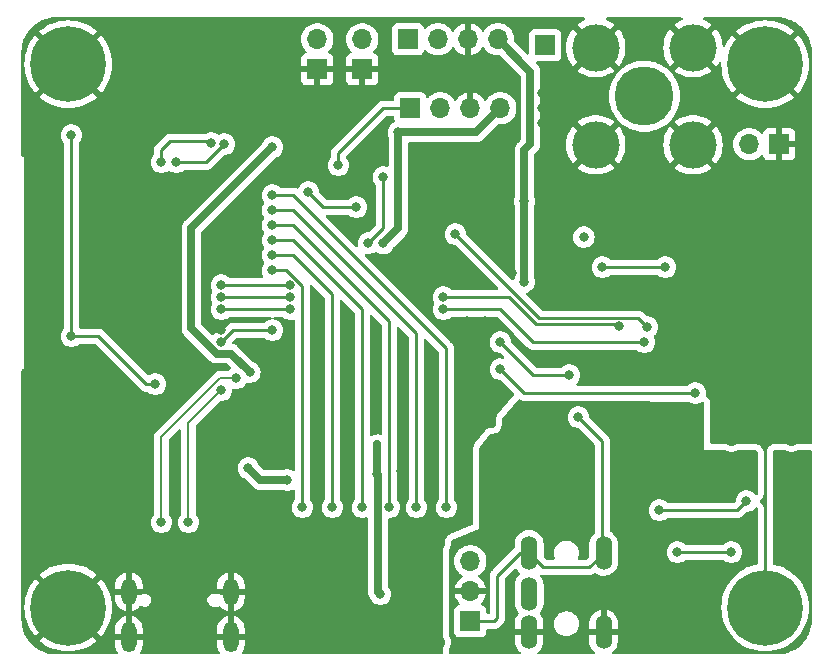
<source format=gbr>
%TF.GenerationSoftware,KiCad,Pcbnew,8.0.1-8.0.1-1~ubuntu22.04.1*%
%TF.CreationDate,2024-04-20T15:13:04+02:00*%
%TF.ProjectId,mp3alarm,6d703361-6c61-4726-9d2e-6b696361645f,v0.2*%
%TF.SameCoordinates,Original*%
%TF.FileFunction,Copper,L2,Bot*%
%TF.FilePolarity,Positive*%
%FSLAX46Y46*%
G04 Gerber Fmt 4.6, Leading zero omitted, Abs format (unit mm)*
G04 Created by KiCad (PCBNEW 8.0.1-8.0.1-1~ubuntu22.04.1) date 2024-04-20 15:13:04*
%MOMM*%
%LPD*%
G01*
G04 APERTURE LIST*
%TA.AperFunction,ComponentPad*%
%ADD10R,1.700000X1.700000*%
%TD*%
%TA.AperFunction,ComponentPad*%
%ADD11O,1.700000X1.700000*%
%TD*%
%TA.AperFunction,ComponentPad*%
%ADD12O,1.300000X2.300000*%
%TD*%
%TA.AperFunction,ComponentPad*%
%ADD13O,1.300000X2.600000*%
%TD*%
%TA.AperFunction,ComponentPad*%
%ADD14C,6.400000*%
%TD*%
%TA.AperFunction,ComponentPad*%
%ADD15O,1.422400X2.844800*%
%TD*%
%TA.AperFunction,ComponentPad*%
%ADD16C,5.000000*%
%TD*%
%TA.AperFunction,ComponentPad*%
%ADD17C,4.000000*%
%TD*%
%TA.AperFunction,ViaPad*%
%ADD18C,0.800000*%
%TD*%
%TA.AperFunction,Conductor*%
%ADD19C,0.254000*%
%TD*%
%TA.AperFunction,Conductor*%
%ADD20C,0.635000*%
%TD*%
%TA.AperFunction,Conductor*%
%ADD21C,0.200000*%
%TD*%
G04 APERTURE END LIST*
D10*
%TO.P,J3,1,Pin_1*%
%TO.N,GND*%
X69088000Y-58425000D03*
D11*
%TO.P,J3,2,Pin_2*%
%TO.N,SW1*%
X69088000Y-55885000D03*
%TD*%
D10*
%TO.P,J5,1,Pin_1*%
%TO.N,SCL*%
X76962000Y-61722000D03*
D11*
%TO.P,J5,2,Pin_2*%
%TO.N,SDA*%
X79502000Y-61722000D03*
%TO.P,J5,3,Pin_3*%
%TO.N,GND*%
X82042000Y-61722000D03*
%TO.P,J5,4,Pin_4*%
%TO.N,VCC*%
X84582000Y-61722000D03*
%TD*%
D10*
%TO.P,J6,1,Pin_1*%
%TO.N,TM_CLK*%
X76761500Y-55880000D03*
D11*
%TO.P,J6,2,Pin_2*%
%TO.N,TM_DIO*%
X79301500Y-55880000D03*
%TO.P,J6,3,Pin_3*%
%TO.N,GND*%
X81841500Y-55880000D03*
%TO.P,J6,4,Pin_4*%
%TO.N,+5V*%
X84381500Y-55880000D03*
%TD*%
D10*
%TO.P,J2,1,Pin_1*%
%TO.N,GND*%
X72898000Y-58425000D03*
D11*
%TO.P,J2,2,Pin_2*%
%TO.N,SW0*%
X72898000Y-55885000D03*
%TD*%
D10*
%TO.P,J9,1,Pin_1*%
%TO.N,Net-(J9-Pin_1)*%
X88392000Y-56388000D03*
%TD*%
%TO.P,J1,1,Pin_1*%
%TO.N,OUT_L*%
X82042000Y-105156000D03*
D11*
%TO.P,J1,2,Pin_2*%
%TO.N,GNDA*%
X82042000Y-102616000D03*
%TO.P,J1,3,Pin_3*%
%TO.N,OUT_R*%
X82042000Y-100076000D03*
%TD*%
D10*
%TO.P,J8,1,Pin_1*%
%TO.N,GND*%
X108204000Y-64770000D03*
D11*
%TO.P,J8,2,Pin_2*%
%TO.N,+5V*%
X105664000Y-64770000D03*
%TD*%
D12*
%TO.P,J11,S1,SHIELD*%
%TO.N,GND*%
X53132000Y-102653000D03*
D13*
X53132000Y-106478000D03*
D12*
X61772000Y-102653000D03*
D13*
X61772000Y-106478000D03*
%TD*%
D14*
%TO.P,H2,1,1*%
%TO.N,GND*%
X48000000Y-104000000D03*
%TD*%
%TO.P,H4,1,1*%
%TO.N,GND*%
X107000000Y-58000000D03*
%TD*%
D15*
%TO.P,J4,R*%
%TO.N,OUT_R*%
X87020000Y-102879945D03*
%TO.P,J4,S*%
%TO.N,GNDA*%
X87020000Y-106079945D03*
X93320000Y-106079945D03*
%TO.P,J4,T*%
%TO.N,OUT_L*%
X87020000Y-99379945D03*
X93320000Y-99379945D03*
%TD*%
D14*
%TO.P,H3,1,1*%
%TO.N,GND*%
X107000000Y-104000000D03*
%TD*%
D16*
%TO.P,J10,1,In*%
%TO.N,Net-(J10-In)*%
X96774000Y-60706000D03*
D17*
%TO.P,J10,2,Ext*%
%TO.N,GND*%
X92659000Y-56591000D03*
X92659000Y-64821000D03*
X100889000Y-56591000D03*
X100889000Y-64821000D03*
%TD*%
D14*
%TO.P,H1,1,1*%
%TO.N,GND*%
X48000000Y-58000000D03*
%TD*%
D18*
%TO.N,GND*%
X50292000Y-92202000D03*
X94461762Y-82871459D03*
X84074000Y-66294000D03*
X50800000Y-68072000D03*
X104140000Y-89916000D03*
X58674000Y-62992000D03*
X81788000Y-79756000D03*
X85598000Y-75692000D03*
X71628000Y-92456000D03*
X90678000Y-68326000D03*
X61468000Y-87122000D03*
X80264000Y-66294000D03*
X78994000Y-66802000D03*
X94488000Y-68326000D03*
X57150000Y-98552000D03*
X80772000Y-68326000D03*
X68326000Y-63246000D03*
X61468000Y-88900000D03*
X82550000Y-82042000D03*
X56896000Y-80518000D03*
X90170000Y-60452000D03*
X72136000Y-98298000D03*
X66802000Y-106934000D03*
X77724000Y-76708000D03*
X78740000Y-83566000D03*
X91948000Y-68326000D03*
X60706000Y-101092000D03*
X88138000Y-62992000D03*
X90170000Y-61722000D03*
X77470000Y-104140000D03*
X72136000Y-104140000D03*
X76200000Y-92456000D03*
X68834000Y-98806000D03*
X82042000Y-68326000D03*
X88138000Y-60452000D03*
X97790000Y-65024000D03*
X90170000Y-59182000D03*
X60960000Y-80518000D03*
X70104000Y-69088000D03*
X81534000Y-66294000D03*
X65786000Y-66294000D03*
X53594000Y-86106000D03*
X78740000Y-92456000D03*
X93218000Y-68326000D03*
X77470000Y-102616000D03*
X87376000Y-82804000D03*
X95758000Y-68326000D03*
X82804000Y-66294000D03*
X83312000Y-68326000D03*
X59436000Y-98552000D03*
X83820000Y-88392000D03*
X54610000Y-71628000D03*
X96774000Y-67564000D03*
X74168000Y-87122000D03*
X106680000Y-89916000D03*
X71628000Y-87884000D03*
X83312000Y-79756000D03*
X50800000Y-64262000D03*
X98552000Y-77470000D03*
X72898000Y-66802000D03*
X81280000Y-92456000D03*
X72136000Y-102616000D03*
X79502000Y-98552000D03*
X84582000Y-68326000D03*
X73914000Y-65024000D03*
X54610000Y-98552000D03*
X79502000Y-106934000D03*
X88138000Y-61722000D03*
X90170000Y-62992000D03*
X97536000Y-66548000D03*
X45720000Y-92202000D03*
X69088000Y-92456000D03*
X109220000Y-89916000D03*
X61468000Y-90678000D03*
X89662000Y-58166000D03*
X87376000Y-77470000D03*
%TO.N,VCC*%
X93218000Y-75184000D03*
X65278000Y-65024000D03*
X74676000Y-73170500D03*
X66548000Y-93218000D03*
X98552000Y-75184000D03*
X63246000Y-92202000D03*
X63363502Y-84074000D03*
X74168000Y-92710000D03*
X91645000Y-72644000D03*
X75946000Y-63754000D03*
X74422000Y-102870000D03*
%TO.N,SDA*%
X68326000Y-68834000D03*
X72390000Y-70104000D03*
%TO.N,SCL*%
X70866000Y-66548000D03*
%TO.N,TM_CLK*%
X55880000Y-66294000D03*
X60101349Y-64673349D03*
%TO.N,TM_DIO*%
X57150000Y-66294000D03*
X61214000Y-64770000D03*
%TO.N,+5V*%
X86614000Y-76454000D03*
X86614000Y-69596000D03*
%TO.N,SD_CLK*%
X72898000Y-95504000D03*
X65278000Y-72898000D03*
%TO.N,SD_CMD*%
X75184000Y-95504000D03*
X65278000Y-71628000D03*
%TO.N,Net-(U3-EN)*%
X48260000Y-64008000D03*
X55372000Y-85090000D03*
X48260000Y-81026000D03*
%TO.N,I2S_LRC*%
X66802000Y-76708000D03*
X80772000Y-72390000D03*
X97028000Y-80264000D03*
X60960000Y-76708000D03*
%TO.N,I2S_DIN*%
X66802000Y-78740000D03*
X79756000Y-78740000D03*
X96774000Y-81534000D03*
X60960000Y-78740000D03*
%TO.N,I2S_BCLK*%
X66802000Y-77724000D03*
X60960000Y-77724000D03*
X79756000Y-77724000D03*
X94653460Y-80167076D03*
%TO.N,I2S_MUTE*%
X90424000Y-84328000D03*
X60960000Y-81534000D03*
X65278000Y-80518000D03*
X84582000Y-81534000D03*
%TO.N,Net-(IC1-RCLK)*%
X74676000Y-67564000D03*
X73406000Y-73152000D03*
%TO.N,GNDA*%
X86360000Y-92710000D03*
X96012000Y-95758000D03*
X85090000Y-93980000D03*
X91186000Y-95758000D03*
X82042000Y-107188000D03*
X96012000Y-90678000D03*
X86868000Y-96774000D03*
X88138000Y-95250000D03*
X89662000Y-93726000D03*
X91186000Y-92710000D03*
X83820000Y-95250000D03*
X91186000Y-94234000D03*
X91186000Y-97282000D03*
%TO.N,SD_D2*%
X80010000Y-95504000D03*
X65278000Y-69088000D03*
%TO.N,SD_D3*%
X77470000Y-95504000D03*
X65278000Y-70358000D03*
%TO.N,SD_D0*%
X65278000Y-74168000D03*
X70358000Y-95504000D03*
%TO.N,SD_D1*%
X65278000Y-75438000D03*
X67818000Y-95504000D03*
%TO.N,USB_D-*%
X58166000Y-96774000D03*
X60960000Y-85598000D03*
%TO.N,USB_D+*%
X62230000Y-84582000D03*
X55880000Y-96774000D03*
%TO.N,Net-(C15-Pad2)*%
X98044000Y-95758000D03*
X105410000Y-94996000D03*
%TO.N,Net-(C16-Pad2)*%
X104140000Y-99314000D03*
X99568000Y-99314000D03*
%TO.N,OUT_L*%
X91186000Y-87884000D03*
%TO.N,I2S_DEEM*%
X84582000Y-83820000D03*
X101092000Y-85852000D03*
%TD*%
D19*
%TO.N,GND*%
X107000000Y-90236000D02*
X106680000Y-89916000D01*
X107000000Y-104000000D02*
X107000000Y-90236000D01*
D20*
%TO.N,VCC*%
X64262000Y-93218000D02*
X66548000Y-93218000D01*
X60557591Y-82505500D02*
X58420000Y-80367909D01*
X74168000Y-92710000D02*
X74168000Y-90170000D01*
X75946000Y-63754000D02*
X75946000Y-71900500D01*
X63363502Y-84074000D02*
X61795002Y-82505500D01*
X61795002Y-82505500D02*
X60557591Y-82505500D01*
X75946000Y-71900500D02*
X74676000Y-73170500D01*
X58420000Y-71882000D02*
X65278000Y-65024000D01*
X58420000Y-80367909D02*
X58420000Y-71882000D01*
X82550000Y-63754000D02*
X84582000Y-61722000D01*
X74422000Y-102870000D02*
X74212500Y-102660500D01*
D19*
X93218000Y-75184000D02*
X98552000Y-75184000D01*
D20*
X63246000Y-92202000D02*
X64262000Y-93218000D01*
X75946000Y-63754000D02*
X82550000Y-63754000D01*
X74212500Y-102660500D02*
X74212500Y-92754500D01*
X74212500Y-92754500D02*
X74168000Y-92710000D01*
D19*
%TO.N,SDA*%
X68326000Y-68834000D02*
X69596000Y-70104000D01*
X69596000Y-70104000D02*
X72390000Y-70104000D01*
%TO.N,SCL*%
X70866000Y-66548000D02*
X70866000Y-65532000D01*
X70866000Y-65532000D02*
X74676000Y-61722000D01*
X74676000Y-61722000D02*
X76962000Y-61722000D01*
%TO.N,TM_CLK*%
X55880000Y-65278000D02*
X55880000Y-66294000D01*
X56642000Y-64516000D02*
X55880000Y-65278000D01*
X60101349Y-64673349D02*
X59944000Y-64516000D01*
X59944000Y-64516000D02*
X56642000Y-64516000D01*
%TO.N,TM_DIO*%
X61214000Y-64770000D02*
X59690000Y-66294000D01*
X59690000Y-66294000D02*
X57150000Y-66294000D01*
D20*
%TO.N,+5V*%
X87122000Y-64770000D02*
X87122000Y-58620500D01*
X86614000Y-65278000D02*
X87122000Y-64770000D01*
X87122000Y-58620500D02*
X84381500Y-55880000D01*
X86614000Y-76454000D02*
X86614000Y-65278000D01*
D19*
%TO.N,SD_CLK*%
X72898000Y-78740000D02*
X72898000Y-95504000D01*
X67056000Y-72898000D02*
X72898000Y-78740000D01*
X65278000Y-72898000D02*
X67056000Y-72898000D01*
%TO.N,SD_CMD*%
X75184000Y-79756000D02*
X75184000Y-95504000D01*
X65278000Y-71628000D02*
X67056000Y-71628000D01*
X67056000Y-71628000D02*
X75184000Y-79756000D01*
%TO.N,Net-(U3-EN)*%
X54610000Y-85090000D02*
X50546000Y-81026000D01*
X50546000Y-81026000D02*
X48260000Y-81026000D01*
X48260000Y-64008000D02*
X48260000Y-81026000D01*
X55372000Y-85090000D02*
X54610000Y-85090000D01*
%TO.N,I2S_LRC*%
X87895076Y-79513076D02*
X96277076Y-79513076D01*
X96277076Y-79513076D02*
X97028000Y-80264000D01*
X80772000Y-72390000D02*
X87895076Y-79513076D01*
X60960000Y-76708000D02*
X66802000Y-76708000D01*
%TO.N,I2S_DIN*%
X87376000Y-81534000D02*
X96774000Y-81534000D01*
X79756000Y-78740000D02*
X84582000Y-78740000D01*
X86614000Y-80772000D02*
X87376000Y-81534000D01*
X60960000Y-78740000D02*
X66802000Y-78740000D01*
X84582000Y-78740000D02*
X86614000Y-80772000D01*
%TO.N,I2S_BCLK*%
X79756000Y-77724000D02*
X85344000Y-77724000D01*
X60960000Y-77724000D02*
X66802000Y-77724000D01*
X87630000Y-80010000D02*
X94496384Y-80010000D01*
X94496384Y-80010000D02*
X94653460Y-80167076D01*
X85344000Y-77724000D02*
X87630000Y-80010000D01*
%TO.N,I2S_MUTE*%
X87376000Y-84328000D02*
X90424000Y-84328000D01*
X84582000Y-81534000D02*
X87376000Y-84328000D01*
X61976000Y-80518000D02*
X60960000Y-81534000D01*
X65278000Y-80518000D02*
X61976000Y-80518000D01*
%TO.N,Net-(IC1-RCLK)*%
X74676000Y-67564000D02*
X74676000Y-71882000D01*
X74676000Y-71882000D02*
X73406000Y-73152000D01*
%TO.N,SD_D2*%
X80010000Y-82042000D02*
X80010000Y-95504000D01*
X67056000Y-69088000D02*
X80010000Y-82042000D01*
X65278000Y-69088000D02*
X67056000Y-69088000D01*
%TO.N,SD_D3*%
X65278000Y-70358000D02*
X67056000Y-70358000D01*
X67056000Y-70358000D02*
X77470000Y-80772000D01*
X77470000Y-80772000D02*
X77470000Y-95504000D01*
%TO.N,SD_D0*%
X67056000Y-74168000D02*
X70358000Y-77470000D01*
X70358000Y-77470000D02*
X70358000Y-95504000D01*
X65278000Y-74168000D02*
X67056000Y-74168000D01*
%TO.N,SD_D1*%
X66456896Y-75438000D02*
X67818000Y-76799104D01*
X67818000Y-76799104D02*
X67818000Y-95504000D01*
X65278000Y-75438000D02*
X66456896Y-75438000D01*
D21*
%TO.N,USB_D-*%
X58166000Y-92964000D02*
X58166000Y-88392000D01*
X58166000Y-92964000D02*
X58166000Y-96774000D01*
X58166000Y-88392000D02*
X60960000Y-85598000D01*
%TO.N,USB_D+*%
X60835288Y-84582000D02*
X62230000Y-84582000D01*
X55880000Y-89537288D02*
X60835288Y-84582000D01*
X55880000Y-92964000D02*
X55880000Y-89537288D01*
X55880000Y-92964000D02*
X55880000Y-96774000D01*
D19*
%TO.N,Net-(C15-Pad2)*%
X98044000Y-95758000D02*
X103886000Y-95758000D01*
X103886000Y-95758000D02*
X104648000Y-95758000D01*
X104648000Y-95758000D02*
X105410000Y-94996000D01*
%TO.N,Net-(C16-Pad2)*%
X99568000Y-99314000D02*
X104140000Y-99314000D01*
%TO.N,OUT_L*%
X93218000Y-99277945D02*
X93218000Y-89916000D01*
X84328000Y-101309945D02*
X86258000Y-99379945D01*
X84074000Y-105156000D02*
X84328000Y-104902000D01*
X84328000Y-104902000D02*
X84328000Y-101309945D01*
X92115945Y-100584000D02*
X93320000Y-99379945D01*
X93320000Y-99379945D02*
X93218000Y-99277945D01*
X93218000Y-89916000D02*
X91186000Y-87884000D01*
X82042000Y-105156000D02*
X84074000Y-105156000D01*
X87020000Y-99379945D02*
X88224055Y-100584000D01*
X88224055Y-100584000D02*
X92115945Y-100584000D01*
X86258000Y-99379945D02*
X87020000Y-99379945D01*
%TO.N,I2S_DEEM*%
X84582000Y-83820000D02*
X86614000Y-85852000D01*
X86614000Y-85852000D02*
X101092000Y-85852000D01*
%TD*%
%TA.AperFunction,Conductor*%
%TO.N,GND*%
G36*
X73742012Y-79213198D02*
G01*
X73748595Y-79219327D01*
X74511595Y-79982327D01*
X74545621Y-80044639D01*
X74548500Y-80071422D01*
X74548500Y-89247592D01*
X74528498Y-89315713D01*
X74474842Y-89362206D01*
X74404568Y-89372310D01*
X74392470Y-89369772D01*
X74212982Y-89340348D01*
X74212978Y-89340347D01*
X74048259Y-89349278D01*
X74033580Y-89350074D01*
X74033578Y-89350074D01*
X74033574Y-89350075D01*
X73860468Y-89398137D01*
X73860465Y-89398139D01*
X73718519Y-89473393D01*
X73648964Y-89487629D01*
X73582754Y-89462000D01*
X73540911Y-89404645D01*
X73533500Y-89362070D01*
X73533500Y-79308422D01*
X73553502Y-79240301D01*
X73607158Y-79193808D01*
X73677432Y-79183704D01*
X73742012Y-79213198D01*
G37*
%TD.AperFunction*%
%TA.AperFunction,Conductor*%
G36*
X91733408Y-54045502D02*
G01*
X91779901Y-54099158D01*
X91790005Y-54169432D01*
X91760511Y-54234012D01*
X91711671Y-54268652D01*
X91589034Y-54317207D01*
X91312486Y-54469240D01*
X91071522Y-54644310D01*
X91071522Y-54644312D01*
X91792538Y-55365328D01*
X91734523Y-55403232D01*
X91551632Y-55571596D01*
X91432914Y-55724124D01*
X90715042Y-55006252D01*
X90625972Y-55113921D01*
X90625969Y-55113924D01*
X90456882Y-55380363D01*
X90456875Y-55380377D01*
X90322513Y-55665911D01*
X90322509Y-55665920D01*
X90224992Y-55966044D01*
X90224989Y-55966057D01*
X90165856Y-56276038D01*
X90165854Y-56276055D01*
X90146041Y-56590993D01*
X90146041Y-56591006D01*
X90165854Y-56905944D01*
X90165856Y-56905961D01*
X90224989Y-57215942D01*
X90224992Y-57215955D01*
X90322509Y-57516079D01*
X90322513Y-57516088D01*
X90456875Y-57801622D01*
X90456882Y-57801636D01*
X90625969Y-58068075D01*
X90625971Y-58068078D01*
X90715042Y-58175746D01*
X91432913Y-57457875D01*
X91551632Y-57610404D01*
X91734523Y-57778768D01*
X91792537Y-57816670D01*
X91071522Y-58537686D01*
X91071522Y-58537688D01*
X91312482Y-58712756D01*
X91589034Y-58864792D01*
X91882460Y-58980968D01*
X91882466Y-58980970D01*
X92188103Y-59059444D01*
X92188130Y-59059449D01*
X92501195Y-59098998D01*
X92501214Y-59099000D01*
X92816786Y-59099000D01*
X92816804Y-59098998D01*
X93129869Y-59059449D01*
X93129896Y-59059444D01*
X93435533Y-58980970D01*
X93435539Y-58980968D01*
X93728965Y-58864792D01*
X94005512Y-58712759D01*
X94246476Y-58537688D01*
X94246476Y-58537686D01*
X93525461Y-57816671D01*
X93583477Y-57778768D01*
X93766368Y-57610404D01*
X93885085Y-57457875D01*
X94602956Y-58175746D01*
X94692030Y-58068075D01*
X94692033Y-58068071D01*
X94861117Y-57801636D01*
X94861124Y-57801622D01*
X94995486Y-57516088D01*
X94995490Y-57516079D01*
X95093007Y-57215955D01*
X95093010Y-57215942D01*
X95152143Y-56905961D01*
X95152145Y-56905944D01*
X95171959Y-56591006D01*
X95171959Y-56590993D01*
X95152145Y-56276055D01*
X95152143Y-56276038D01*
X95093010Y-55966057D01*
X95093007Y-55966044D01*
X94995490Y-55665920D01*
X94995486Y-55665911D01*
X94861124Y-55380377D01*
X94861117Y-55380363D01*
X94692030Y-55113924D01*
X94692028Y-55113921D01*
X94602956Y-55006252D01*
X93885085Y-55724123D01*
X93766368Y-55571596D01*
X93583477Y-55403232D01*
X93525460Y-55365328D01*
X94246476Y-54644312D01*
X94246476Y-54644310D01*
X94005513Y-54469240D01*
X93728965Y-54317207D01*
X93606329Y-54268652D01*
X93550355Y-54224977D01*
X93526879Y-54157974D01*
X93543355Y-54088916D01*
X93594551Y-54039727D01*
X93652713Y-54025500D01*
X99895287Y-54025500D01*
X99963408Y-54045502D01*
X100009901Y-54099158D01*
X100020005Y-54169432D01*
X99990511Y-54234012D01*
X99941671Y-54268652D01*
X99819034Y-54317207D01*
X99542486Y-54469240D01*
X99301522Y-54644310D01*
X99301522Y-54644312D01*
X100022538Y-55365328D01*
X99964523Y-55403232D01*
X99781632Y-55571596D01*
X99662914Y-55724124D01*
X98945042Y-55006252D01*
X98855972Y-55113921D01*
X98855969Y-55113924D01*
X98686882Y-55380363D01*
X98686875Y-55380377D01*
X98552513Y-55665911D01*
X98552509Y-55665920D01*
X98454992Y-55966044D01*
X98454989Y-55966057D01*
X98395856Y-56276038D01*
X98395854Y-56276055D01*
X98376041Y-56590993D01*
X98376041Y-56591006D01*
X98395854Y-56905944D01*
X98395856Y-56905961D01*
X98454989Y-57215942D01*
X98454992Y-57215955D01*
X98552509Y-57516079D01*
X98552513Y-57516088D01*
X98686875Y-57801622D01*
X98686882Y-57801636D01*
X98855969Y-58068075D01*
X98855971Y-58068078D01*
X98945042Y-58175746D01*
X99662913Y-57457875D01*
X99781632Y-57610404D01*
X99964523Y-57778768D01*
X100022537Y-57816670D01*
X99301522Y-58537686D01*
X99301522Y-58537688D01*
X99542482Y-58712756D01*
X99819034Y-58864792D01*
X100112460Y-58980968D01*
X100112466Y-58980970D01*
X100418103Y-59059444D01*
X100418130Y-59059449D01*
X100731195Y-59098998D01*
X100731214Y-59099000D01*
X101046786Y-59099000D01*
X101046804Y-59098998D01*
X101359869Y-59059449D01*
X101359896Y-59059444D01*
X101665533Y-58980970D01*
X101665539Y-58980968D01*
X101958965Y-58864792D01*
X102235512Y-58712759D01*
X102476476Y-58537688D01*
X102476476Y-58537686D01*
X101755461Y-57816671D01*
X101813477Y-57778768D01*
X101996368Y-57610404D01*
X102115085Y-57457875D01*
X102832956Y-58175746D01*
X102922027Y-58068079D01*
X103058517Y-57853004D01*
X103111906Y-57806205D01*
X103182121Y-57795700D01*
X103246870Y-57824823D01*
X103285594Y-57884329D01*
X103290730Y-57927111D01*
X103286911Y-57999992D01*
X103286911Y-58000006D01*
X103307250Y-58388114D01*
X103368051Y-58771995D01*
X103468644Y-59147414D01*
X103607919Y-59510239D01*
X103607923Y-59510247D01*
X103784365Y-59856535D01*
X103784369Y-59856541D01*
X103996049Y-60182501D01*
X104202877Y-60437911D01*
X105699994Y-58940794D01*
X105701570Y-58943365D01*
X105865130Y-59134870D01*
X106056635Y-59298430D01*
X106059204Y-59300004D01*
X104562087Y-60797121D01*
X104817498Y-61003950D01*
X105143458Y-61215630D01*
X105143464Y-61215634D01*
X105489752Y-61392076D01*
X105489760Y-61392080D01*
X105852585Y-61531355D01*
X106228004Y-61631948D01*
X106611885Y-61692749D01*
X106999994Y-61713089D01*
X107000006Y-61713089D01*
X107388114Y-61692749D01*
X107771995Y-61631948D01*
X108147414Y-61531355D01*
X108510239Y-61392080D01*
X108510247Y-61392076D01*
X108856535Y-61215634D01*
X108856541Y-61215630D01*
X109182501Y-61003950D01*
X109437911Y-60797121D01*
X107940795Y-59300004D01*
X107943365Y-59298430D01*
X108134870Y-59134870D01*
X108298430Y-58943365D01*
X108300004Y-58940794D01*
X109797121Y-60437911D01*
X110003950Y-60182501D01*
X110215630Y-59856541D01*
X110215634Y-59856535D01*
X110392076Y-59510247D01*
X110392080Y-59510239D01*
X110531355Y-59147414D01*
X110631948Y-58771995D01*
X110692749Y-58388114D01*
X110713089Y-58000006D01*
X110713089Y-57999993D01*
X110692749Y-57611885D01*
X110631948Y-57228004D01*
X110531355Y-56852585D01*
X110392080Y-56489760D01*
X110392076Y-56489752D01*
X110215628Y-56143455D01*
X110003957Y-55817508D01*
X110003952Y-55817501D01*
X109797121Y-55562087D01*
X108300004Y-57059204D01*
X108298430Y-57056635D01*
X108134870Y-56865130D01*
X107943365Y-56701570D01*
X107940794Y-56699994D01*
X109437911Y-55202877D01*
X109182501Y-54996049D01*
X108856541Y-54784369D01*
X108856535Y-54784365D01*
X108510247Y-54607923D01*
X108510239Y-54607919D01*
X108147414Y-54468644D01*
X107771995Y-54368051D01*
X107388114Y-54307250D01*
X107000006Y-54286911D01*
X106999994Y-54286911D01*
X106611885Y-54307250D01*
X106228004Y-54368051D01*
X105852585Y-54468644D01*
X105489760Y-54607919D01*
X105489752Y-54607923D01*
X105143455Y-54784371D01*
X104817508Y-54996042D01*
X104817491Y-54996054D01*
X104562088Y-55202876D01*
X104562087Y-55202877D01*
X106059205Y-56699995D01*
X106056635Y-56701570D01*
X105865130Y-56865130D01*
X105701570Y-57056635D01*
X105699995Y-57059205D01*
X104202877Y-55562087D01*
X104202876Y-55562088D01*
X103996054Y-55817491D01*
X103996042Y-55817508D01*
X103784371Y-56143455D01*
X103628024Y-56450301D01*
X103579275Y-56501916D01*
X103510360Y-56518982D01*
X103443159Y-56496081D01*
X103399007Y-56440483D01*
X103390006Y-56401009D01*
X103382145Y-56276054D01*
X103382143Y-56276038D01*
X103323010Y-55966057D01*
X103323007Y-55966044D01*
X103225490Y-55665920D01*
X103225486Y-55665911D01*
X103091124Y-55380377D01*
X103091117Y-55380363D01*
X102922030Y-55113924D01*
X102922028Y-55113921D01*
X102832956Y-55006252D01*
X102115085Y-55724123D01*
X101996368Y-55571596D01*
X101813477Y-55403232D01*
X101755460Y-55365328D01*
X102476476Y-54644312D01*
X102476476Y-54644310D01*
X102235513Y-54469240D01*
X101958965Y-54317207D01*
X101836329Y-54268652D01*
X101780355Y-54224977D01*
X101756879Y-54157974D01*
X101773355Y-54088916D01*
X101824551Y-54039727D01*
X101882713Y-54025500D01*
X107991715Y-54025500D01*
X107996707Y-54025500D01*
X108003300Y-54025672D01*
X108304319Y-54041449D01*
X108317436Y-54042827D01*
X108611911Y-54089467D01*
X108624811Y-54092209D01*
X108912799Y-54169374D01*
X108925332Y-54173447D01*
X109059572Y-54224977D01*
X109203672Y-54280292D01*
X109215719Y-54285656D01*
X109481368Y-54421010D01*
X109492785Y-54427601D01*
X109742838Y-54589988D01*
X109753495Y-54597732D01*
X109985197Y-54785360D01*
X109994998Y-54794185D01*
X110205814Y-55005001D01*
X110214639Y-55014802D01*
X110393928Y-55236206D01*
X110402263Y-55246498D01*
X110410015Y-55257167D01*
X110572394Y-55507208D01*
X110578989Y-55518631D01*
X110714343Y-55784280D01*
X110719707Y-55796327D01*
X110826550Y-56074661D01*
X110830626Y-56087205D01*
X110907790Y-56375188D01*
X110910532Y-56388088D01*
X110957172Y-56682563D01*
X110958550Y-56695679D01*
X110974327Y-56996698D01*
X110974500Y-57003293D01*
X110974500Y-90038500D01*
X110954498Y-90106621D01*
X110900842Y-90153114D01*
X110848500Y-90164500D01*
X109757111Y-90164500D01*
X109742490Y-90164708D01*
X109735793Y-90164899D01*
X109735393Y-90164911D01*
X109735391Y-90164911D01*
X109735359Y-90164912D01*
X109720742Y-90165538D01*
X109720737Y-90165539D01*
X109637873Y-90182328D01*
X109577493Y-90194561D01*
X109577490Y-90194561D01*
X109577490Y-90194562D01*
X109577481Y-90194564D01*
X109512456Y-90217764D01*
X109511681Y-90218035D01*
X109511613Y-90218064D01*
X109509485Y-90219188D01*
X109501923Y-90222861D01*
X109354830Y-90288349D01*
X109329783Y-90296488D01*
X109314000Y-90299843D01*
X109274467Y-90308246D01*
X109248272Y-90311000D01*
X109191728Y-90311000D01*
X109165530Y-90308246D01*
X109132049Y-90301129D01*
X109110216Y-90296488D01*
X109085167Y-90288349D01*
X108977793Y-90240544D01*
X108972106Y-90238012D01*
X108936411Y-90222120D01*
X108921182Y-90217129D01*
X108906842Y-90210580D01*
X108894596Y-90204987D01*
X108894587Y-90204984D01*
X108827559Y-90185302D01*
X108827555Y-90185301D01*
X108827552Y-90185300D01*
X108827550Y-90185300D01*
X108682880Y-90164500D01*
X107759500Y-90164500D01*
X107759492Y-90164500D01*
X107665604Y-90174595D01*
X107650343Y-90176236D01*
X107650341Y-90176236D01*
X107650335Y-90176237D01*
X107598832Y-90187441D01*
X107494674Y-90222109D01*
X107371715Y-90301130D01*
X107371713Y-90301131D01*
X107318917Y-90346880D01*
X107223204Y-90457337D01*
X107223203Y-90457338D01*
X107162486Y-90590284D01*
X107142802Y-90657320D01*
X107142799Y-90657334D01*
X107121464Y-90805723D01*
X107091971Y-90870304D01*
X107032245Y-90908687D01*
X106961249Y-90908687D01*
X106901522Y-90870303D01*
X106872206Y-90806910D01*
X106871452Y-90802000D01*
X106855794Y-90699998D01*
X106855792Y-90699993D01*
X106855792Y-90699989D01*
X106836868Y-90637739D01*
X106835903Y-90634069D01*
X106815402Y-90590287D01*
X106773492Y-90500783D01*
X106676732Y-90391241D01*
X106623497Y-90345993D01*
X106499796Y-90268149D01*
X106432107Y-90238012D01*
X106432106Y-90238012D01*
X106396400Y-90222115D01*
X106381175Y-90217125D01*
X106354598Y-90204987D01*
X106287559Y-90185302D01*
X106287555Y-90185301D01*
X106287552Y-90185300D01*
X106287550Y-90185300D01*
X106142880Y-90164500D01*
X104677120Y-90164500D01*
X104677111Y-90164500D01*
X104662490Y-90164708D01*
X104655793Y-90164899D01*
X104655393Y-90164911D01*
X104655391Y-90164911D01*
X104655359Y-90164912D01*
X104640742Y-90165538D01*
X104640737Y-90165539D01*
X104557873Y-90182328D01*
X104497493Y-90194561D01*
X104497490Y-90194561D01*
X104497490Y-90194562D01*
X104497481Y-90194564D01*
X104432456Y-90217764D01*
X104431681Y-90218035D01*
X104431613Y-90218064D01*
X104429485Y-90219188D01*
X104421923Y-90222861D01*
X104274830Y-90288349D01*
X104249783Y-90296488D01*
X104234000Y-90299843D01*
X104194467Y-90308246D01*
X104168272Y-90311000D01*
X104111728Y-90311000D01*
X104085530Y-90308246D01*
X104052049Y-90301129D01*
X104030216Y-90296488D01*
X104005167Y-90288349D01*
X103897793Y-90240544D01*
X103892106Y-90238012D01*
X103856411Y-90222120D01*
X103841182Y-90217129D01*
X103826842Y-90210580D01*
X103814596Y-90204987D01*
X103814587Y-90204984D01*
X103747559Y-90185302D01*
X103747555Y-90185301D01*
X103747552Y-90185300D01*
X103747550Y-90185300D01*
X103602880Y-90164500D01*
X103602876Y-90164500D01*
X102493500Y-90164500D01*
X102425379Y-90144498D01*
X102378886Y-90090842D01*
X102367500Y-90038500D01*
X102367500Y-86736007D01*
X102356630Y-86630920D01*
X102356630Y-86630916D01*
X102346241Y-86581231D01*
X102314087Y-86480576D01*
X102305540Y-86466793D01*
X102257373Y-86389117D01*
X102237062Y-86356362D01*
X102237059Y-86356358D01*
X102237057Y-86356355D01*
X102192170Y-86302832D01*
X102192159Y-86302821D01*
X102083266Y-86205346D01*
X102083264Y-86205344D01*
X102052470Y-86190676D01*
X101999572Y-86143323D01*
X101980672Y-86074888D01*
X101985059Y-86048574D01*
X101984170Y-86048385D01*
X101985542Y-86041930D01*
X101990106Y-85998500D01*
X102005504Y-85852000D01*
X101985542Y-85662072D01*
X101926527Y-85480444D01*
X101831040Y-85315056D01*
X101831038Y-85315054D01*
X101831034Y-85315048D01*
X101703255Y-85173135D01*
X101548752Y-85060882D01*
X101374288Y-84983206D01*
X101187487Y-84943500D01*
X100996513Y-84943500D01*
X100809711Y-84983206D01*
X100635247Y-85060882D01*
X100480745Y-85173135D01*
X100479239Y-85174808D01*
X100478123Y-85175495D01*
X100475837Y-85177554D01*
X100475460Y-85177135D01*
X100418794Y-85212049D01*
X100385601Y-85216500D01*
X91129499Y-85216500D01*
X91061378Y-85196498D01*
X91014885Y-85142842D01*
X91004781Y-85072568D01*
X91034275Y-85007988D01*
X91035863Y-85006190D01*
X91163034Y-84864951D01*
X91163035Y-84864949D01*
X91163040Y-84864944D01*
X91258527Y-84699556D01*
X91317542Y-84517928D01*
X91337504Y-84328000D01*
X91317542Y-84138072D01*
X91258527Y-83956444D01*
X91163040Y-83791056D01*
X91163038Y-83791054D01*
X91163034Y-83791048D01*
X91035255Y-83649135D01*
X90880752Y-83536882D01*
X90706288Y-83459206D01*
X90519487Y-83419500D01*
X90328513Y-83419500D01*
X90141711Y-83459206D01*
X89967247Y-83536882D01*
X89812745Y-83649135D01*
X89811239Y-83650808D01*
X89810123Y-83651495D01*
X89807837Y-83653554D01*
X89807460Y-83653135D01*
X89750794Y-83688049D01*
X89717601Y-83692500D01*
X87691423Y-83692500D01*
X87623302Y-83672498D01*
X87602328Y-83655595D01*
X85528789Y-81582056D01*
X85494763Y-81519744D01*
X85492576Y-81506146D01*
X85475542Y-81344072D01*
X85416527Y-81162444D01*
X85321040Y-80997056D01*
X85321038Y-80997054D01*
X85321034Y-80997048D01*
X85193255Y-80855135D01*
X85038752Y-80742882D01*
X84864288Y-80665206D01*
X84677487Y-80625500D01*
X84486513Y-80625500D01*
X84299711Y-80665206D01*
X84125247Y-80742882D01*
X83970744Y-80855135D01*
X83842965Y-80997048D01*
X83842958Y-80997058D01*
X83747476Y-81162438D01*
X83747473Y-81162444D01*
X83736289Y-81196864D01*
X83688457Y-81344072D01*
X83668496Y-81534000D01*
X83688457Y-81723927D01*
X83718526Y-81816470D01*
X83747473Y-81905556D01*
X83747476Y-81905561D01*
X83842958Y-82070941D01*
X83842965Y-82070951D01*
X83970744Y-82212864D01*
X83970747Y-82212866D01*
X84125248Y-82325118D01*
X84299712Y-82402794D01*
X84486513Y-82442500D01*
X84539578Y-82442500D01*
X84607699Y-82462502D01*
X84628673Y-82479405D01*
X84863446Y-82714178D01*
X84897472Y-82776490D01*
X84892407Y-82847305D01*
X84849860Y-82904141D01*
X84783340Y-82928952D01*
X84748155Y-82926520D01*
X84677489Y-82911500D01*
X84677487Y-82911500D01*
X84486513Y-82911500D01*
X84299711Y-82951206D01*
X84125247Y-83028882D01*
X83970744Y-83141135D01*
X83842965Y-83283048D01*
X83842958Y-83283058D01*
X83747476Y-83448438D01*
X83747473Y-83448445D01*
X83688457Y-83630072D01*
X83668496Y-83820000D01*
X83688457Y-84009927D01*
X83701632Y-84050474D01*
X83747473Y-84191556D01*
X83775841Y-84240691D01*
X83842958Y-84356941D01*
X83842965Y-84356951D01*
X83970744Y-84498864D01*
X83970747Y-84498866D01*
X84125248Y-84611118D01*
X84299712Y-84688794D01*
X84486513Y-84728500D01*
X84539578Y-84728500D01*
X84607699Y-84748502D01*
X84628673Y-84765405D01*
X85720636Y-85857369D01*
X85754662Y-85919681D01*
X85749597Y-85990497D01*
X85717030Y-86039025D01*
X85669472Y-86082948D01*
X84327769Y-87734277D01*
X84327763Y-87734285D01*
X84268402Y-87825689D01*
X84244721Y-87872348D01*
X84244717Y-87872358D01*
X84205985Y-87974220D01*
X84189327Y-88119420D01*
X84189327Y-88119423D01*
X84191272Y-88187480D01*
X84191292Y-88188917D01*
X84191322Y-88189271D01*
X84202177Y-88251987D01*
X84203333Y-88260304D01*
X84215790Y-88378830D01*
X84215790Y-88405169D01*
X84209880Y-88461405D01*
X84204403Y-88487173D01*
X84186930Y-88540948D01*
X84176216Y-88565011D01*
X84147941Y-88613985D01*
X84132458Y-88635295D01*
X84094623Y-88677315D01*
X84075047Y-88694942D01*
X84029298Y-88728180D01*
X84006488Y-88741349D01*
X83954830Y-88764349D01*
X83929778Y-88772489D01*
X83874468Y-88784246D01*
X83848272Y-88787000D01*
X83775863Y-88787000D01*
X83694745Y-88793447D01*
X83694744Y-88793448D01*
X83656052Y-88799638D01*
X83576971Y-88818819D01*
X83446019Y-88883713D01*
X83446013Y-88883716D01*
X83388458Y-88923336D01*
X83281087Y-89022500D01*
X82433213Y-90066038D01*
X82415868Y-90088640D01*
X82407795Y-90099786D01*
X82391748Y-90123288D01*
X82391747Y-90123290D01*
X82340378Y-90235727D01*
X82338434Y-90239984D01*
X82331009Y-90256235D01*
X82311647Y-90322139D01*
X82311323Y-90323204D01*
X82290493Y-90467932D01*
X82289509Y-96914560D01*
X82269497Y-96982678D01*
X82215834Y-97029163D01*
X82210304Y-97031529D01*
X80286702Y-97800969D01*
X80250877Y-97816911D01*
X80233931Y-97825240D01*
X80199475Y-97843839D01*
X80199468Y-97843843D01*
X80085449Y-97935279D01*
X80085441Y-97935286D01*
X80037717Y-97986302D01*
X80037713Y-97986307D01*
X79954074Y-98106161D01*
X79907588Y-98244727D01*
X79907585Y-98244736D01*
X79896618Y-98304707D01*
X79896587Y-98304830D01*
X79895018Y-98313457D01*
X79889454Y-98459510D01*
X79897790Y-98538831D01*
X79897790Y-98565169D01*
X79891880Y-98621405D01*
X79886403Y-98647174D01*
X79868929Y-98700951D01*
X79858216Y-98725011D01*
X79834860Y-98765465D01*
X79834850Y-98765486D01*
X79783553Y-98889324D01*
X79783551Y-98889330D01*
X79766937Y-98951336D01*
X79749443Y-99084226D01*
X79749443Y-106401771D01*
X79766938Y-106534664D01*
X79781325Y-106588359D01*
X79783553Y-106596672D01*
X79805670Y-106650067D01*
X79834854Y-106720520D01*
X79858215Y-106760983D01*
X79868928Y-106785044D01*
X79886403Y-106838824D01*
X79891880Y-106864593D01*
X79897790Y-106920830D01*
X79897790Y-106947168D01*
X79891880Y-107003405D01*
X79886403Y-107029174D01*
X79868929Y-107082951D01*
X79858216Y-107107011D01*
X79834860Y-107147465D01*
X79834850Y-107147486D01*
X79783553Y-107271324D01*
X79783551Y-107271330D01*
X79766937Y-107333336D01*
X79749443Y-107466226D01*
X79749443Y-107848500D01*
X79729441Y-107916621D01*
X79675785Y-107963114D01*
X79623443Y-107974500D01*
X62836891Y-107974500D01*
X62768770Y-107954498D01*
X62722277Y-107900842D01*
X62712173Y-107830568D01*
X62736341Y-107772568D01*
X62760769Y-107740220D01*
X62760772Y-107740215D01*
X62856426Y-107548115D01*
X62856429Y-107548109D01*
X62915159Y-107341692D01*
X62915159Y-107341688D01*
X62930000Y-107181540D01*
X62930000Y-106732000D01*
X62072000Y-106732000D01*
X62072000Y-106224000D01*
X62930000Y-106224000D01*
X62930000Y-105774459D01*
X62915159Y-105614311D01*
X62915159Y-105614307D01*
X62856429Y-105407890D01*
X62856426Y-105407884D01*
X62760772Y-105215784D01*
X62760768Y-105215779D01*
X62631437Y-105044516D01*
X62472840Y-104899936D01*
X62472839Y-104899935D01*
X62290387Y-104786966D01*
X62290371Y-104786958D01*
X62090260Y-104709434D01*
X62090258Y-104709433D01*
X62026000Y-104697420D01*
X62026000Y-105668349D01*
X61997543Y-105622390D01*
X61908038Y-105554799D01*
X61800160Y-105524105D01*
X61688479Y-105534454D01*
X61588078Y-105584448D01*
X61518000Y-105661318D01*
X61518000Y-104697420D01*
X61517999Y-104697420D01*
X61453741Y-104709433D01*
X61453739Y-104709434D01*
X61253628Y-104786958D01*
X61253612Y-104786966D01*
X61071160Y-104899935D01*
X61071159Y-104899936D01*
X60912562Y-105044516D01*
X60783231Y-105215779D01*
X60783227Y-105215784D01*
X60687573Y-105407884D01*
X60687570Y-105407890D01*
X60628840Y-105614307D01*
X60628840Y-105614311D01*
X60614000Y-105774459D01*
X60614000Y-106224000D01*
X61472000Y-106224000D01*
X61472000Y-106732000D01*
X60614000Y-106732000D01*
X60614000Y-107181540D01*
X60628840Y-107341688D01*
X60628840Y-107341692D01*
X60687570Y-107548109D01*
X60687573Y-107548115D01*
X60783227Y-107740215D01*
X60783230Y-107740220D01*
X60807659Y-107772568D01*
X60832749Y-107838983D01*
X60817949Y-107908420D01*
X60767959Y-107958833D01*
X60707109Y-107974500D01*
X54196891Y-107974500D01*
X54128770Y-107954498D01*
X54082277Y-107900842D01*
X54072173Y-107830568D01*
X54096341Y-107772568D01*
X54120769Y-107740220D01*
X54120772Y-107740215D01*
X54216426Y-107548115D01*
X54216429Y-107548109D01*
X54275159Y-107341692D01*
X54275159Y-107341688D01*
X54290000Y-107181540D01*
X54290000Y-106732000D01*
X53432000Y-106732000D01*
X53432000Y-106224000D01*
X54290000Y-106224000D01*
X54290000Y-105774459D01*
X54275159Y-105614311D01*
X54275159Y-105614307D01*
X54216429Y-105407890D01*
X54216426Y-105407884D01*
X54120772Y-105215784D01*
X54120768Y-105215779D01*
X53991437Y-105044516D01*
X53832840Y-104899936D01*
X53832839Y-104899935D01*
X53650387Y-104786966D01*
X53650371Y-104786958D01*
X53450260Y-104709434D01*
X53450258Y-104709433D01*
X53386000Y-104697420D01*
X53386000Y-105668349D01*
X53357543Y-105622390D01*
X53268038Y-105554799D01*
X53160160Y-105524105D01*
X53048479Y-105534454D01*
X52948078Y-105584448D01*
X52878000Y-105661318D01*
X52878000Y-104697420D01*
X52877999Y-104697420D01*
X52813741Y-104709433D01*
X52813739Y-104709434D01*
X52613628Y-104786958D01*
X52613612Y-104786966D01*
X52431160Y-104899935D01*
X52431159Y-104899936D01*
X52272562Y-105044516D01*
X52143231Y-105215779D01*
X52143227Y-105215784D01*
X52047573Y-105407884D01*
X52047570Y-105407890D01*
X51988840Y-105614307D01*
X51988840Y-105614311D01*
X51974000Y-105774459D01*
X51974000Y-106224000D01*
X52832000Y-106224000D01*
X52832000Y-106732000D01*
X51974000Y-106732000D01*
X51974000Y-107181540D01*
X51988840Y-107341688D01*
X51988840Y-107341692D01*
X52047570Y-107548109D01*
X52047573Y-107548115D01*
X52143227Y-107740215D01*
X52143230Y-107740220D01*
X52167659Y-107772568D01*
X52192749Y-107838983D01*
X52177949Y-107908420D01*
X52127959Y-107958833D01*
X52067109Y-107974500D01*
X47003293Y-107974500D01*
X46996700Y-107974327D01*
X46978512Y-107973373D01*
X46695679Y-107958550D01*
X46682563Y-107957172D01*
X46388088Y-107910532D01*
X46375188Y-107907790D01*
X46087205Y-107830626D01*
X46074661Y-107826550D01*
X45796327Y-107719707D01*
X45784280Y-107714343D01*
X45518631Y-107578989D01*
X45507208Y-107572394D01*
X45469822Y-107548115D01*
X45257164Y-107410013D01*
X45246498Y-107402263D01*
X45187493Y-107354482D01*
X45014802Y-107214639D01*
X45005001Y-107205814D01*
X44794185Y-106994998D01*
X44785360Y-106985197D01*
X44754565Y-106947168D01*
X44597732Y-106753495D01*
X44589988Y-106742838D01*
X44427601Y-106492785D01*
X44421010Y-106481368D01*
X44285656Y-106215719D01*
X44280292Y-106203672D01*
X44272165Y-106182501D01*
X44173447Y-105925332D01*
X44169373Y-105912794D01*
X44134898Y-105784132D01*
X44092209Y-105624811D01*
X44089467Y-105611911D01*
X44042826Y-105317435D01*
X44041449Y-105304319D01*
X44025673Y-105003300D01*
X44025500Y-104996706D01*
X44025500Y-104000006D01*
X44286911Y-104000006D01*
X44307250Y-104388114D01*
X44368051Y-104771995D01*
X44468644Y-105147414D01*
X44607919Y-105510239D01*
X44607923Y-105510247D01*
X44784365Y-105856535D01*
X44784369Y-105856541D01*
X44996049Y-106182501D01*
X45202877Y-106437911D01*
X46699994Y-104940794D01*
X46701570Y-104943365D01*
X46865130Y-105134870D01*
X47056635Y-105298430D01*
X47059204Y-105300004D01*
X45562087Y-106797121D01*
X45817498Y-107003950D01*
X46143458Y-107215630D01*
X46143464Y-107215634D01*
X46489752Y-107392076D01*
X46489760Y-107392080D01*
X46852585Y-107531355D01*
X47228004Y-107631948D01*
X47611885Y-107692749D01*
X47999994Y-107713089D01*
X48000006Y-107713089D01*
X48388114Y-107692749D01*
X48771995Y-107631948D01*
X49147414Y-107531355D01*
X49510239Y-107392080D01*
X49510247Y-107392076D01*
X49856535Y-107215634D01*
X49856541Y-107215630D01*
X50182501Y-107003950D01*
X50437911Y-106797121D01*
X48940795Y-105300004D01*
X48943365Y-105298430D01*
X49134870Y-105134870D01*
X49298430Y-104943365D01*
X49300004Y-104940794D01*
X50797121Y-106437911D01*
X51003950Y-106182501D01*
X51215630Y-105856541D01*
X51215634Y-105856535D01*
X51392076Y-105510247D01*
X51392080Y-105510239D01*
X51531355Y-105147414D01*
X51631948Y-104771995D01*
X51692749Y-104388114D01*
X51713089Y-104000006D01*
X51713089Y-103999993D01*
X51692749Y-103611885D01*
X51631948Y-103228004D01*
X51626197Y-103206540D01*
X51974000Y-103206540D01*
X51988840Y-103366688D01*
X51988840Y-103366692D01*
X52047570Y-103573109D01*
X52047573Y-103573115D01*
X52143227Y-103765215D01*
X52143231Y-103765220D01*
X52272562Y-103936483D01*
X52431159Y-104081063D01*
X52431160Y-104081064D01*
X52613612Y-104194033D01*
X52613628Y-104194041D01*
X52813733Y-104271563D01*
X52813736Y-104271564D01*
X52878000Y-104283577D01*
X52878000Y-103312650D01*
X52906457Y-103358610D01*
X52995962Y-103426201D01*
X53103840Y-103456895D01*
X53215521Y-103446546D01*
X53315922Y-103396552D01*
X53386000Y-103319681D01*
X53386000Y-104283577D01*
X53450263Y-104271564D01*
X53450266Y-104271563D01*
X53650371Y-104194041D01*
X53650387Y-104194033D01*
X53832839Y-104081064D01*
X53832840Y-104081063D01*
X53991438Y-103936482D01*
X54023302Y-103894286D01*
X54080315Y-103851977D01*
X54151152Y-103847209D01*
X54189322Y-103862559D01*
X54230618Y-103887672D01*
X54376333Y-103928500D01*
X54376335Y-103928500D01*
X54489658Y-103928500D01*
X54489671Y-103928499D01*
X54601915Y-103913071D01*
X54601916Y-103913070D01*
X54601920Y-103913070D01*
X54740720Y-103852780D01*
X54740721Y-103852778D01*
X54740723Y-103852778D01*
X54740725Y-103852776D01*
X54794481Y-103809042D01*
X54858108Y-103757278D01*
X54945377Y-103633647D01*
X54996054Y-103491056D01*
X55001193Y-103415921D01*
X59772619Y-103415921D01*
X59803408Y-103564085D01*
X59803409Y-103564088D01*
X59873028Y-103698445D01*
X59873030Y-103698448D01*
X59927975Y-103757280D01*
X59976320Y-103809044D01*
X60048241Y-103852780D01*
X60105618Y-103887672D01*
X60251333Y-103928500D01*
X60251335Y-103928500D01*
X60614658Y-103928500D01*
X60614671Y-103928499D01*
X60714303Y-103914804D01*
X60726920Y-103913070D01*
X60762421Y-103897649D01*
X60832867Y-103888856D01*
X60896888Y-103919545D01*
X60908555Y-103932259D01*
X60908641Y-103932182D01*
X60912560Y-103936482D01*
X61071159Y-104081063D01*
X61071160Y-104081064D01*
X61253612Y-104194033D01*
X61253628Y-104194041D01*
X61453733Y-104271563D01*
X61453736Y-104271564D01*
X61518000Y-104283577D01*
X61518000Y-103312650D01*
X61546457Y-103358610D01*
X61635962Y-103426201D01*
X61743840Y-103456895D01*
X61855521Y-103446546D01*
X61955922Y-103396552D01*
X62026000Y-103319681D01*
X62026000Y-104283577D01*
X62090263Y-104271564D01*
X62090266Y-104271563D01*
X62290371Y-104194041D01*
X62290387Y-104194033D01*
X62472839Y-104081064D01*
X62472840Y-104081063D01*
X62631437Y-103936483D01*
X62760768Y-103765220D01*
X62760772Y-103765215D01*
X62856426Y-103573115D01*
X62856429Y-103573109D01*
X62915159Y-103366692D01*
X62915159Y-103366688D01*
X62930000Y-103206540D01*
X62930000Y-102907000D01*
X62072000Y-102907000D01*
X62072000Y-102399000D01*
X62930000Y-102399000D01*
X62930000Y-102099459D01*
X62915159Y-101939311D01*
X62915159Y-101939307D01*
X62856429Y-101732890D01*
X62856426Y-101732884D01*
X62760772Y-101540784D01*
X62760768Y-101540779D01*
X62631437Y-101369516D01*
X62472840Y-101224936D01*
X62472839Y-101224935D01*
X62290387Y-101111966D01*
X62290371Y-101111958D01*
X62090260Y-101034434D01*
X62090258Y-101034433D01*
X62026000Y-101022420D01*
X62026000Y-101993349D01*
X61997543Y-101947390D01*
X61908038Y-101879799D01*
X61800160Y-101849105D01*
X61688479Y-101859454D01*
X61588078Y-101909448D01*
X61518000Y-101986318D01*
X61518000Y-101022420D01*
X61517999Y-101022420D01*
X61453741Y-101034433D01*
X61453739Y-101034434D01*
X61253628Y-101111958D01*
X61253612Y-101111966D01*
X61071160Y-101224935D01*
X61071159Y-101224936D01*
X60912562Y-101369516D01*
X60783231Y-101540779D01*
X60783227Y-101540784D01*
X60687573Y-101732884D01*
X60687570Y-101732890D01*
X60628840Y-101939307D01*
X60628840Y-101939311D01*
X60614000Y-102099459D01*
X60614000Y-102399000D01*
X61472000Y-102399000D01*
X61472000Y-102907000D01*
X60897279Y-102907000D01*
X60831812Y-102888657D01*
X60798382Y-102868328D01*
X60652665Y-102827500D01*
X60289342Y-102827500D01*
X60289328Y-102827500D01*
X60177084Y-102842928D01*
X60038276Y-102903221D01*
X60038274Y-102903223D01*
X59920894Y-102998719D01*
X59920891Y-102998722D01*
X59833623Y-103122351D01*
X59833621Y-103122356D01*
X59782946Y-103264942D01*
X59782945Y-103264948D01*
X59772619Y-103415919D01*
X59772619Y-103415921D01*
X55001193Y-103415921D01*
X55006381Y-103340079D01*
X54975592Y-103191915D01*
X54905971Y-103057553D01*
X54802680Y-102946956D01*
X54780153Y-102933257D01*
X54673381Y-102868327D01*
X54527667Y-102827500D01*
X54527665Y-102827500D01*
X54414342Y-102827500D01*
X54414328Y-102827500D01*
X54302083Y-102842929D01*
X54302078Y-102842930D01*
X54178594Y-102896568D01*
X54128395Y-102907000D01*
X53432000Y-102907000D01*
X53432000Y-102399000D01*
X54290000Y-102399000D01*
X54290000Y-102099459D01*
X54275159Y-101939311D01*
X54275159Y-101939307D01*
X54216429Y-101732890D01*
X54216426Y-101732884D01*
X54120772Y-101540784D01*
X54120768Y-101540779D01*
X53991437Y-101369516D01*
X53832840Y-101224936D01*
X53832839Y-101224935D01*
X53650387Y-101111966D01*
X53650371Y-101111958D01*
X53450260Y-101034434D01*
X53450258Y-101034433D01*
X53386000Y-101022420D01*
X53386000Y-101993349D01*
X53357543Y-101947390D01*
X53268038Y-101879799D01*
X53160160Y-101849105D01*
X53048479Y-101859454D01*
X52948078Y-101909448D01*
X52878000Y-101986318D01*
X52878000Y-101022420D01*
X52877999Y-101022420D01*
X52813741Y-101034433D01*
X52813739Y-101034434D01*
X52613628Y-101111958D01*
X52613612Y-101111966D01*
X52431160Y-101224935D01*
X52431159Y-101224936D01*
X52272562Y-101369516D01*
X52143231Y-101540779D01*
X52143227Y-101540784D01*
X52047573Y-101732884D01*
X52047570Y-101732890D01*
X51988840Y-101939307D01*
X51988840Y-101939311D01*
X51974000Y-102099459D01*
X51974000Y-102399000D01*
X52832000Y-102399000D01*
X52832000Y-102907000D01*
X51974000Y-102907000D01*
X51974000Y-103206540D01*
X51626197Y-103206540D01*
X51531355Y-102852585D01*
X51392080Y-102489760D01*
X51392076Y-102489752D01*
X51215628Y-102143455D01*
X51003957Y-101817508D01*
X51003952Y-101817501D01*
X50797121Y-101562087D01*
X49300004Y-103059204D01*
X49298430Y-103056635D01*
X49134870Y-102865130D01*
X48943365Y-102701570D01*
X48940794Y-102699994D01*
X50437911Y-101202877D01*
X50182501Y-100996049D01*
X49856541Y-100784369D01*
X49856535Y-100784365D01*
X49510247Y-100607923D01*
X49510239Y-100607919D01*
X49147414Y-100468644D01*
X48771995Y-100368051D01*
X48388114Y-100307250D01*
X48000006Y-100286911D01*
X47999994Y-100286911D01*
X47611885Y-100307250D01*
X47228004Y-100368051D01*
X46852585Y-100468644D01*
X46489760Y-100607919D01*
X46489752Y-100607923D01*
X46143455Y-100784371D01*
X45817508Y-100996042D01*
X45817491Y-100996054D01*
X45562088Y-101202876D01*
X45562087Y-101202877D01*
X47059205Y-102699995D01*
X47056635Y-102701570D01*
X46865130Y-102865130D01*
X46701570Y-103056635D01*
X46699995Y-103059205D01*
X45202877Y-101562087D01*
X45202876Y-101562088D01*
X44996054Y-101817491D01*
X44996042Y-101817508D01*
X44784371Y-102143455D01*
X44607923Y-102489752D01*
X44607919Y-102489760D01*
X44468644Y-102852585D01*
X44368051Y-103228004D01*
X44307250Y-103611885D01*
X44286911Y-103999993D01*
X44286911Y-104000006D01*
X44025500Y-104000006D01*
X44025500Y-96774000D01*
X54966496Y-96774000D01*
X54986457Y-96963927D01*
X55007654Y-97029163D01*
X55045473Y-97145556D01*
X55045476Y-97145561D01*
X55140958Y-97310941D01*
X55140965Y-97310951D01*
X55268744Y-97452864D01*
X55268747Y-97452866D01*
X55423248Y-97565118D01*
X55597712Y-97642794D01*
X55784513Y-97682500D01*
X55975487Y-97682500D01*
X56162288Y-97642794D01*
X56336752Y-97565118D01*
X56491253Y-97452866D01*
X56619040Y-97310944D01*
X56714527Y-97145556D01*
X56773542Y-96963928D01*
X56793504Y-96774000D01*
X56773542Y-96584072D01*
X56714527Y-96402444D01*
X56619040Y-96237056D01*
X56520863Y-96128019D01*
X56490146Y-96064012D01*
X56488500Y-96043709D01*
X56488500Y-89841527D01*
X56508502Y-89773406D01*
X56525405Y-89752432D01*
X57342405Y-88935432D01*
X57404717Y-88901406D01*
X57475532Y-88906471D01*
X57532368Y-88949018D01*
X57557179Y-89015538D01*
X57557500Y-89024527D01*
X57557500Y-96043709D01*
X57537498Y-96111830D01*
X57525137Y-96128019D01*
X57426961Y-96237054D01*
X57426958Y-96237058D01*
X57331476Y-96402438D01*
X57331473Y-96402445D01*
X57272457Y-96584072D01*
X57252496Y-96774000D01*
X57272457Y-96963927D01*
X57293654Y-97029163D01*
X57331473Y-97145556D01*
X57331476Y-97145561D01*
X57426958Y-97310941D01*
X57426965Y-97310951D01*
X57554744Y-97452864D01*
X57554747Y-97452866D01*
X57709248Y-97565118D01*
X57883712Y-97642794D01*
X58070513Y-97682500D01*
X58261487Y-97682500D01*
X58448288Y-97642794D01*
X58622752Y-97565118D01*
X58777253Y-97452866D01*
X58905040Y-97310944D01*
X59000527Y-97145556D01*
X59059542Y-96963928D01*
X59079504Y-96774000D01*
X59059542Y-96584072D01*
X59000527Y-96402444D01*
X58905040Y-96237056D01*
X58806863Y-96128019D01*
X58776146Y-96064012D01*
X58774500Y-96043709D01*
X58774500Y-88696239D01*
X58794502Y-88628118D01*
X58811405Y-88607144D01*
X60875144Y-86543405D01*
X60937456Y-86509379D01*
X60964239Y-86506500D01*
X61055487Y-86506500D01*
X61242288Y-86466794D01*
X61416752Y-86389118D01*
X61571253Y-86276866D01*
X61699040Y-86134944D01*
X61794527Y-85969556D01*
X61853542Y-85787928D01*
X61873504Y-85598000D01*
X61873504Y-85597998D01*
X61873504Y-85591396D01*
X61876383Y-85591396D01*
X61886858Y-85533979D01*
X61935339Y-85482112D01*
X62004164Y-85464689D01*
X62025617Y-85467354D01*
X62134508Y-85490500D01*
X62134513Y-85490500D01*
X62325487Y-85490500D01*
X62512288Y-85450794D01*
X62686752Y-85373118D01*
X62841253Y-85260866D01*
X62841255Y-85260864D01*
X62969034Y-85118951D01*
X62969035Y-85118949D01*
X62969040Y-85118944D01*
X63026113Y-85020091D01*
X63077496Y-84971098D01*
X63147209Y-84957662D01*
X63161429Y-84959845D01*
X63268010Y-84982500D01*
X63268015Y-84982500D01*
X63458989Y-84982500D01*
X63645790Y-84942794D01*
X63820254Y-84865118D01*
X63974755Y-84752866D01*
X63974757Y-84752864D01*
X64102536Y-84610951D01*
X64102537Y-84610949D01*
X64102542Y-84610944D01*
X64198029Y-84445556D01*
X64257044Y-84263928D01*
X64277006Y-84074000D01*
X64257044Y-83884072D01*
X64198029Y-83702444D01*
X64102542Y-83537056D01*
X64102540Y-83537054D01*
X64102536Y-83537048D01*
X63974757Y-83395135D01*
X63820254Y-83282882D01*
X63697870Y-83228393D01*
X63660024Y-83202381D01*
X62406443Y-81948800D01*
X62399505Y-81941275D01*
X62393750Y-81934500D01*
X62366392Y-81902291D01*
X62305118Y-81855712D01*
X62302485Y-81853654D01*
X62242483Y-81805423D01*
X62242481Y-81805422D01*
X62238485Y-81802868D01*
X62227365Y-81795971D01*
X62223361Y-81793562D01*
X62153536Y-81761257D01*
X62150461Y-81759784D01*
X62135439Y-81752334D01*
X62081524Y-81725595D01*
X62081522Y-81725594D01*
X62081521Y-81725594D01*
X62077158Y-81723991D01*
X62064655Y-81719589D01*
X62060302Y-81718122D01*
X61985171Y-81701584D01*
X61981857Y-81700807D01*
X61965946Y-81696851D01*
X61904664Y-81661003D01*
X61872491Y-81597715D01*
X61879642Y-81527079D01*
X61907250Y-81485481D01*
X62202329Y-81190404D01*
X62264641Y-81156379D01*
X62291424Y-81153500D01*
X64571601Y-81153500D01*
X64639722Y-81173502D01*
X64665239Y-81195192D01*
X64666745Y-81196864D01*
X64666747Y-81196866D01*
X64821248Y-81309118D01*
X64995712Y-81386794D01*
X65182513Y-81426500D01*
X65373487Y-81426500D01*
X65560288Y-81386794D01*
X65734752Y-81309118D01*
X65889253Y-81196866D01*
X65890760Y-81195192D01*
X66017034Y-81054951D01*
X66017035Y-81054949D01*
X66017040Y-81054944D01*
X66112527Y-80889556D01*
X66171542Y-80707928D01*
X66191504Y-80518000D01*
X66171542Y-80328072D01*
X66112527Y-80146444D01*
X66017040Y-79981056D01*
X66017038Y-79981054D01*
X66017034Y-79981048D01*
X65889255Y-79839135D01*
X65734752Y-79726882D01*
X65560288Y-79649206D01*
X65445218Y-79624747D01*
X65382744Y-79591018D01*
X65348423Y-79528869D01*
X65353151Y-79458030D01*
X65395427Y-79400992D01*
X65461828Y-79375865D01*
X65471415Y-79375500D01*
X66095601Y-79375500D01*
X66163722Y-79395502D01*
X66189239Y-79417192D01*
X66190745Y-79418864D01*
X66190747Y-79418866D01*
X66345248Y-79531118D01*
X66519712Y-79608794D01*
X66706513Y-79648500D01*
X66897491Y-79648500D01*
X67020296Y-79622396D01*
X67030302Y-79620269D01*
X67101093Y-79625670D01*
X67157726Y-79668486D01*
X67182220Y-79735124D01*
X67182500Y-79743515D01*
X67182500Y-92311997D01*
X67162498Y-92380118D01*
X67108842Y-92426611D01*
X67038568Y-92436715D01*
X67005252Y-92427104D01*
X66830290Y-92349206D01*
X66643487Y-92309500D01*
X66452513Y-92309500D01*
X66265711Y-92349206D01*
X66194061Y-92381107D01*
X66142812Y-92392000D01*
X64656331Y-92392000D01*
X64588210Y-92371998D01*
X64567236Y-92355095D01*
X64120178Y-91908037D01*
X64089440Y-91857878D01*
X64080527Y-91830444D01*
X63985040Y-91665056D01*
X63985038Y-91665054D01*
X63985034Y-91665048D01*
X63857255Y-91523135D01*
X63702752Y-91410882D01*
X63528288Y-91333206D01*
X63341487Y-91293500D01*
X63150513Y-91293500D01*
X62963711Y-91333206D01*
X62789247Y-91410882D01*
X62634744Y-91523135D01*
X62506965Y-91665048D01*
X62506958Y-91665058D01*
X62411476Y-91830438D01*
X62411473Y-91830444D01*
X62396999Y-91874986D01*
X62352457Y-92012072D01*
X62332496Y-92202000D01*
X62352457Y-92391927D01*
X62352481Y-92392000D01*
X62411473Y-92573556D01*
X62411476Y-92573561D01*
X62506958Y-92738941D01*
X62506965Y-92738951D01*
X62634744Y-92880864D01*
X62634747Y-92880866D01*
X62789248Y-92993118D01*
X62911629Y-93047605D01*
X62949476Y-93073617D01*
X63650557Y-93774698D01*
X63657494Y-93782222D01*
X63690611Y-93821210D01*
X63751867Y-93867775D01*
X63754517Y-93869846D01*
X63814520Y-93918077D01*
X63814523Y-93918078D01*
X63814525Y-93918080D01*
X63818599Y-93920684D01*
X63829597Y-93927505D01*
X63833633Y-93929934D01*
X63833639Y-93929937D01*
X63833641Y-93929938D01*
X63903492Y-93962254D01*
X63906548Y-93963719D01*
X63975479Y-93997906D01*
X63979934Y-93999542D01*
X63992262Y-94003882D01*
X63996696Y-94005376D01*
X63996699Y-94005376D01*
X63996702Y-94005378D01*
X64071896Y-94021928D01*
X64075156Y-94022693D01*
X64149832Y-94041265D01*
X64149838Y-94041265D01*
X64154568Y-94041910D01*
X64167356Y-94043476D01*
X64172165Y-94043999D01*
X64172167Y-94044000D01*
X64249086Y-94044000D01*
X64252498Y-94044046D01*
X64329433Y-94046130D01*
X64329433Y-94046129D01*
X64329435Y-94046130D01*
X64334114Y-94045749D01*
X64352513Y-94044000D01*
X66142812Y-94044000D01*
X66194061Y-94054893D01*
X66265712Y-94086794D01*
X66452513Y-94126500D01*
X66643487Y-94126500D01*
X66830288Y-94086794D01*
X67004752Y-94009118D01*
X67004754Y-94009115D01*
X67005251Y-94008895D01*
X67075618Y-93999461D01*
X67139915Y-94029567D01*
X67177729Y-94089656D01*
X67182500Y-94124002D01*
X67182500Y-94803696D01*
X67162498Y-94871817D01*
X67150136Y-94888006D01*
X67078965Y-94967048D01*
X67078958Y-94967058D01*
X66983476Y-95132438D01*
X66983473Y-95132445D01*
X66924457Y-95314072D01*
X66904496Y-95504000D01*
X66924457Y-95693927D01*
X66954526Y-95786470D01*
X66983473Y-95875556D01*
X66983476Y-95875561D01*
X67078958Y-96040941D01*
X67078965Y-96040951D01*
X67206744Y-96182864D01*
X67206747Y-96182866D01*
X67361248Y-96295118D01*
X67535712Y-96372794D01*
X67722513Y-96412500D01*
X67913487Y-96412500D01*
X68100288Y-96372794D01*
X68274752Y-96295118D01*
X68429253Y-96182866D01*
X68429255Y-96182864D01*
X68557034Y-96040951D01*
X68557035Y-96040949D01*
X68557040Y-96040944D01*
X68652527Y-95875556D01*
X68711542Y-95693928D01*
X68731504Y-95504000D01*
X68711542Y-95314072D01*
X68652527Y-95132444D01*
X68557040Y-94967056D01*
X68557038Y-94967054D01*
X68557034Y-94967048D01*
X68485864Y-94888006D01*
X68455146Y-94823999D01*
X68453500Y-94803696D01*
X68453500Y-76883179D01*
X68455252Y-76867306D01*
X68454963Y-76867279D01*
X68455709Y-76859386D01*
X68453562Y-76791072D01*
X68453500Y-76787114D01*
X68453500Y-76768422D01*
X68473502Y-76700301D01*
X68527158Y-76653808D01*
X68597432Y-76643704D01*
X68662012Y-76673198D01*
X68668595Y-76679327D01*
X69685595Y-77696327D01*
X69719621Y-77758639D01*
X69722500Y-77785422D01*
X69722500Y-94803696D01*
X69702498Y-94871817D01*
X69690136Y-94888006D01*
X69618965Y-94967048D01*
X69618958Y-94967058D01*
X69523476Y-95132438D01*
X69523473Y-95132445D01*
X69464457Y-95314072D01*
X69444496Y-95504000D01*
X69464457Y-95693927D01*
X69494526Y-95786470D01*
X69523473Y-95875556D01*
X69523476Y-95875561D01*
X69618958Y-96040941D01*
X69618965Y-96040951D01*
X69746744Y-96182864D01*
X69746747Y-96182866D01*
X69901248Y-96295118D01*
X70075712Y-96372794D01*
X70262513Y-96412500D01*
X70453487Y-96412500D01*
X70640288Y-96372794D01*
X70814752Y-96295118D01*
X70969253Y-96182866D01*
X70969255Y-96182864D01*
X71097034Y-96040951D01*
X71097035Y-96040949D01*
X71097040Y-96040944D01*
X71192527Y-95875556D01*
X71251542Y-95693928D01*
X71271504Y-95504000D01*
X71251542Y-95314072D01*
X71192527Y-95132444D01*
X71097040Y-94967056D01*
X71097038Y-94967054D01*
X71097034Y-94967048D01*
X71025864Y-94888006D01*
X70995146Y-94823999D01*
X70993500Y-94803696D01*
X70993500Y-78038422D01*
X71013502Y-77970301D01*
X71067158Y-77923808D01*
X71137432Y-77913704D01*
X71202012Y-77943198D01*
X71208595Y-77949327D01*
X72225595Y-78966327D01*
X72259621Y-79028639D01*
X72262500Y-79055422D01*
X72262500Y-94803696D01*
X72242498Y-94871817D01*
X72230136Y-94888006D01*
X72158965Y-94967048D01*
X72158958Y-94967058D01*
X72063476Y-95132438D01*
X72063473Y-95132445D01*
X72004457Y-95314072D01*
X71984496Y-95504000D01*
X72004457Y-95693927D01*
X72034526Y-95786470D01*
X72063473Y-95875556D01*
X72063476Y-95875561D01*
X72158958Y-96040941D01*
X72158965Y-96040951D01*
X72286744Y-96182864D01*
X72286747Y-96182866D01*
X72441248Y-96295118D01*
X72615712Y-96372794D01*
X72802513Y-96412500D01*
X72993487Y-96412500D01*
X73180288Y-96372794D01*
X73209251Y-96359898D01*
X73279616Y-96350464D01*
X73343913Y-96380569D01*
X73381728Y-96440657D01*
X73386500Y-96475005D01*
X73386500Y-102621796D01*
X73386084Y-102632023D01*
X73381932Y-102682995D01*
X73381933Y-102682999D01*
X73392324Y-102759274D01*
X73392738Y-102762658D01*
X73401052Y-102839104D01*
X73402081Y-102843777D01*
X73405042Y-102856415D01*
X73406187Y-102861020D01*
X73416341Y-102888657D01*
X73432738Y-102933289D01*
X73433860Y-102936477D01*
X73458421Y-103009371D01*
X73460376Y-103013598D01*
X73466110Y-103025564D01*
X73468140Y-103029656D01*
X73468145Y-103029664D01*
X73468146Y-103029666D01*
X73487489Y-103059928D01*
X73509574Y-103094479D01*
X73511372Y-103097378D01*
X73551050Y-103163323D01*
X73555185Y-103168763D01*
X73553837Y-103169787D01*
X73576589Y-103208059D01*
X73587473Y-103241556D01*
X73587476Y-103241561D01*
X73682958Y-103406941D01*
X73682965Y-103406951D01*
X73810744Y-103548864D01*
X73810747Y-103548866D01*
X73965248Y-103661118D01*
X74139712Y-103738794D01*
X74326513Y-103778500D01*
X74517487Y-103778500D01*
X74704288Y-103738794D01*
X74878752Y-103661118D01*
X75033253Y-103548866D01*
X75073611Y-103504044D01*
X75161034Y-103406951D01*
X75161035Y-103406949D01*
X75161040Y-103406944D01*
X75256527Y-103241556D01*
X75315542Y-103059928D01*
X75335504Y-102870000D01*
X75315542Y-102680072D01*
X75256527Y-102498444D01*
X75161040Y-102333056D01*
X75161038Y-102333054D01*
X75161034Y-102333048D01*
X75070864Y-102232904D01*
X75040146Y-102168897D01*
X75038500Y-102148594D01*
X75038500Y-96538500D01*
X75058502Y-96470379D01*
X75112158Y-96423886D01*
X75164500Y-96412500D01*
X75279487Y-96412500D01*
X75466288Y-96372794D01*
X75640752Y-96295118D01*
X75795253Y-96182866D01*
X75795255Y-96182864D01*
X75923034Y-96040951D01*
X75923035Y-96040949D01*
X75923040Y-96040944D01*
X76018527Y-95875556D01*
X76077542Y-95693928D01*
X76097504Y-95504000D01*
X76077542Y-95314072D01*
X76018527Y-95132444D01*
X75923040Y-94967056D01*
X75923038Y-94967054D01*
X75923034Y-94967048D01*
X75851864Y-94888006D01*
X75821146Y-94823999D01*
X75819500Y-94803696D01*
X75819500Y-80324422D01*
X75839502Y-80256301D01*
X75893158Y-80209808D01*
X75963432Y-80199704D01*
X76028012Y-80229198D01*
X76034595Y-80235327D01*
X76797595Y-80998327D01*
X76831621Y-81060639D01*
X76834500Y-81087422D01*
X76834500Y-94803696D01*
X76814498Y-94871817D01*
X76802136Y-94888006D01*
X76730965Y-94967048D01*
X76730958Y-94967058D01*
X76635476Y-95132438D01*
X76635473Y-95132445D01*
X76576457Y-95314072D01*
X76556496Y-95504000D01*
X76576457Y-95693927D01*
X76606526Y-95786470D01*
X76635473Y-95875556D01*
X76635476Y-95875561D01*
X76730958Y-96040941D01*
X76730965Y-96040951D01*
X76858744Y-96182864D01*
X76858747Y-96182866D01*
X77013248Y-96295118D01*
X77187712Y-96372794D01*
X77374513Y-96412500D01*
X77565487Y-96412500D01*
X77752288Y-96372794D01*
X77926752Y-96295118D01*
X78081253Y-96182866D01*
X78081255Y-96182864D01*
X78209034Y-96040951D01*
X78209035Y-96040949D01*
X78209040Y-96040944D01*
X78304527Y-95875556D01*
X78363542Y-95693928D01*
X78383504Y-95504000D01*
X78363542Y-95314072D01*
X78304527Y-95132444D01*
X78209040Y-94967056D01*
X78209038Y-94967054D01*
X78209034Y-94967048D01*
X78137864Y-94888006D01*
X78107146Y-94823999D01*
X78105500Y-94803696D01*
X78105500Y-81340422D01*
X78125502Y-81272301D01*
X78179158Y-81225808D01*
X78249432Y-81215704D01*
X78314012Y-81245198D01*
X78320595Y-81251327D01*
X79337595Y-82268327D01*
X79371621Y-82330639D01*
X79374500Y-82357422D01*
X79374500Y-94803696D01*
X79354498Y-94871817D01*
X79342136Y-94888006D01*
X79270965Y-94967048D01*
X79270958Y-94967058D01*
X79175476Y-95132438D01*
X79175473Y-95132445D01*
X79116457Y-95314072D01*
X79096496Y-95504000D01*
X79116457Y-95693927D01*
X79146526Y-95786470D01*
X79175473Y-95875556D01*
X79175476Y-95875561D01*
X79270958Y-96040941D01*
X79270965Y-96040951D01*
X79398744Y-96182864D01*
X79398747Y-96182866D01*
X79553248Y-96295118D01*
X79727712Y-96372794D01*
X79914513Y-96412500D01*
X80105487Y-96412500D01*
X80292288Y-96372794D01*
X80466752Y-96295118D01*
X80621253Y-96182866D01*
X80621255Y-96182864D01*
X80749034Y-96040951D01*
X80749035Y-96040949D01*
X80749040Y-96040944D01*
X80844527Y-95875556D01*
X80903542Y-95693928D01*
X80923504Y-95504000D01*
X80903542Y-95314072D01*
X80844527Y-95132444D01*
X80749040Y-94967056D01*
X80749038Y-94967054D01*
X80749034Y-94967048D01*
X80677864Y-94888006D01*
X80647146Y-94823999D01*
X80645500Y-94803696D01*
X80645500Y-82126069D01*
X80647252Y-82110201D01*
X80646962Y-82110174D01*
X80647708Y-82102281D01*
X80645562Y-82034000D01*
X80645500Y-82030042D01*
X80645500Y-82002017D01*
X80645499Y-82002009D01*
X80644990Y-81997979D01*
X80644057Y-81986134D01*
X80642664Y-81941795D01*
X80636987Y-81922254D01*
X80632978Y-81902897D01*
X80630427Y-81882701D01*
X80630426Y-81882699D01*
X80630426Y-81882697D01*
X80614088Y-81841433D01*
X80610242Y-81830200D01*
X80597868Y-81787607D01*
X80587505Y-81770085D01*
X80578810Y-81752334D01*
X80571320Y-81733414D01*
X80571319Y-81733413D01*
X80571319Y-81733412D01*
X80545234Y-81697509D01*
X80538720Y-81687592D01*
X80516135Y-81649401D01*
X80501746Y-81635012D01*
X80488905Y-81619978D01*
X80476942Y-81603513D01*
X80476941Y-81603511D01*
X80442750Y-81575227D01*
X80433969Y-81567236D01*
X73124554Y-74257821D01*
X73090528Y-74195509D01*
X73095593Y-74124694D01*
X73138140Y-74067858D01*
X73204660Y-74043047D01*
X73239846Y-74045480D01*
X73310508Y-74060500D01*
X73310513Y-74060500D01*
X73501487Y-74060500D01*
X73688288Y-74020794D01*
X73862752Y-73943118D01*
X73954210Y-73876669D01*
X74021074Y-73852813D01*
X74090226Y-73868893D01*
X74102328Y-73876670D01*
X74219248Y-73961618D01*
X74393712Y-74039294D01*
X74580513Y-74079000D01*
X74771487Y-74079000D01*
X74958288Y-74039294D01*
X75132752Y-73961618D01*
X75287253Y-73849366D01*
X75287255Y-73849364D01*
X75415034Y-73707451D01*
X75415035Y-73707449D01*
X75415040Y-73707444D01*
X75510527Y-73542056D01*
X75519440Y-73514620D01*
X75550177Y-73464462D01*
X76502708Y-72511931D01*
X76510224Y-72505003D01*
X76549202Y-72471896D01*
X76549202Y-72471895D01*
X76549209Y-72471890D01*
X76595804Y-72410593D01*
X76597822Y-72408010D01*
X76646077Y-72347981D01*
X76646083Y-72347968D01*
X76648697Y-72343880D01*
X76655430Y-72333026D01*
X76657933Y-72328865D01*
X76657938Y-72328859D01*
X76690244Y-72259029D01*
X76691720Y-72255948D01*
X76697894Y-72243500D01*
X76725905Y-72187023D01*
X76725908Y-72187010D01*
X76727593Y-72182426D01*
X76731812Y-72170442D01*
X76733371Y-72165811D01*
X76733378Y-72165798D01*
X76749934Y-72090575D01*
X76750680Y-72087395D01*
X76769265Y-72012668D01*
X76769265Y-72012661D01*
X76769910Y-72007931D01*
X76771474Y-71995162D01*
X76772000Y-71990330D01*
X76772000Y-71913391D01*
X76772046Y-71909980D01*
X76774129Y-71833065D01*
X76773744Y-71828342D01*
X76772000Y-71809993D01*
X76772000Y-64706000D01*
X76792002Y-64637879D01*
X76845658Y-64591386D01*
X76898000Y-64580000D01*
X82511296Y-64580000D01*
X82521523Y-64580416D01*
X82572495Y-64584567D01*
X82572496Y-64584566D01*
X82572499Y-64584567D01*
X82648780Y-64574173D01*
X82652069Y-64573769D01*
X82728613Y-64565446D01*
X82728617Y-64565444D01*
X82733378Y-64564397D01*
X82745820Y-64561481D01*
X82750514Y-64560313D01*
X82750514Y-64560312D01*
X82750521Y-64560312D01*
X82822823Y-64533748D01*
X82825896Y-64532666D01*
X82898874Y-64508078D01*
X82898883Y-64508071D01*
X82903274Y-64506041D01*
X82914867Y-64500486D01*
X82919158Y-64498356D01*
X82919166Y-64498354D01*
X82984000Y-64456912D01*
X82986903Y-64455112D01*
X83052817Y-64415454D01*
X83052816Y-64415454D01*
X83052822Y-64415451D01*
X83052826Y-64415446D01*
X83056618Y-64412564D01*
X83066783Y-64404618D01*
X83070544Y-64401595D01*
X83070549Y-64401592D01*
X83124987Y-64347152D01*
X83127358Y-64344844D01*
X83183258Y-64291894D01*
X83183263Y-64291887D01*
X83186315Y-64288294D01*
X83198068Y-64274071D01*
X84356905Y-63115234D01*
X84419215Y-63081210D01*
X84464237Y-63080112D01*
X84464241Y-63080070D01*
X84464633Y-63080102D01*
X84466741Y-63080051D01*
X84469431Y-63080500D01*
X84469437Y-63080500D01*
X84694565Y-63080500D01*
X84694569Y-63080500D01*
X84916635Y-63043444D01*
X85129574Y-62970342D01*
X85327576Y-62863189D01*
X85505240Y-62724906D01*
X85657722Y-62559268D01*
X85780860Y-62370791D01*
X85871296Y-62164616D01*
X85926564Y-61946368D01*
X85945156Y-61722000D01*
X85926564Y-61497632D01*
X85899612Y-61391202D01*
X85871297Y-61279387D01*
X85871296Y-61279386D01*
X85871296Y-61279384D01*
X85780860Y-61073209D01*
X85707224Y-60960500D01*
X85657724Y-60884734D01*
X85657720Y-60884729D01*
X85528220Y-60744057D01*
X85505240Y-60719094D01*
X85505239Y-60719093D01*
X85505237Y-60719091D01*
X85385367Y-60625792D01*
X85327576Y-60580811D01*
X85129574Y-60473658D01*
X85129572Y-60473657D01*
X85129571Y-60473656D01*
X84916639Y-60400557D01*
X84916630Y-60400555D01*
X84839029Y-60387606D01*
X84694569Y-60363500D01*
X84469431Y-60363500D01*
X84324971Y-60387606D01*
X84247369Y-60400555D01*
X84247360Y-60400557D01*
X84034428Y-60473656D01*
X84034426Y-60473658D01*
X83836426Y-60580810D01*
X83836424Y-60580811D01*
X83658762Y-60719091D01*
X83506279Y-60884729D01*
X83417183Y-61021101D01*
X83363179Y-61067189D01*
X83292831Y-61076764D01*
X83228474Y-61046786D01*
X83206217Y-61021100D01*
X83117327Y-60885044D01*
X82964902Y-60719465D01*
X82787301Y-60581232D01*
X82787300Y-60581231D01*
X82589371Y-60474117D01*
X82589369Y-60474116D01*
X82376512Y-60401043D01*
X82376501Y-60401040D01*
X82296000Y-60387606D01*
X82296000Y-61288325D01*
X82184315Y-61237320D01*
X82077763Y-61222000D01*
X82006237Y-61222000D01*
X81899685Y-61237320D01*
X81788000Y-61288325D01*
X81788000Y-60387607D01*
X81787999Y-60387606D01*
X81707498Y-60401040D01*
X81707487Y-60401043D01*
X81494630Y-60474116D01*
X81494628Y-60474117D01*
X81296699Y-60581231D01*
X81296698Y-60581232D01*
X81119097Y-60719465D01*
X80966670Y-60885045D01*
X80877780Y-61021101D01*
X80823776Y-61067189D01*
X80753428Y-61076764D01*
X80689071Y-61046786D01*
X80666816Y-61021101D01*
X80627224Y-60960500D01*
X80577724Y-60884734D01*
X80577720Y-60884729D01*
X80448220Y-60744057D01*
X80425240Y-60719094D01*
X80425239Y-60719093D01*
X80425237Y-60719091D01*
X80305367Y-60625792D01*
X80247576Y-60580811D01*
X80049574Y-60473658D01*
X80049572Y-60473657D01*
X80049571Y-60473656D01*
X79836639Y-60400557D01*
X79836630Y-60400555D01*
X79759029Y-60387606D01*
X79614569Y-60363500D01*
X79389431Y-60363500D01*
X79244971Y-60387606D01*
X79167369Y-60400555D01*
X79167360Y-60400557D01*
X78954428Y-60473656D01*
X78954426Y-60473658D01*
X78756426Y-60580810D01*
X78756424Y-60580811D01*
X78578762Y-60719091D01*
X78517754Y-60785363D01*
X78456901Y-60821933D01*
X78385936Y-60819798D01*
X78327391Y-60779636D01*
X78306999Y-60744057D01*
X78262889Y-60625797D01*
X78262887Y-60625792D01*
X78175261Y-60508738D01*
X78058207Y-60421112D01*
X78058202Y-60421110D01*
X77921204Y-60370011D01*
X77921196Y-60370009D01*
X77860649Y-60363500D01*
X77860638Y-60363500D01*
X76063362Y-60363500D01*
X76063350Y-60363500D01*
X76002803Y-60370009D01*
X76002795Y-60370011D01*
X75865797Y-60421110D01*
X75865792Y-60421112D01*
X75748738Y-60508738D01*
X75661112Y-60625792D01*
X75661110Y-60625797D01*
X75610011Y-60762795D01*
X75610009Y-60762803D01*
X75603500Y-60823350D01*
X75603500Y-60960500D01*
X75583498Y-61028621D01*
X75529842Y-61075114D01*
X75477500Y-61086500D01*
X74760075Y-61086500D01*
X74744202Y-61084747D01*
X74744175Y-61085037D01*
X74736282Y-61084290D01*
X74667970Y-61086438D01*
X74664012Y-61086500D01*
X74636012Y-61086500D01*
X74631971Y-61087010D01*
X74620154Y-61087940D01*
X74575798Y-61089334D01*
X74575790Y-61089336D01*
X74556243Y-61095014D01*
X74536893Y-61099021D01*
X74516704Y-61101572D01*
X74475440Y-61117908D01*
X74464218Y-61121750D01*
X74421607Y-61134131D01*
X74404080Y-61144495D01*
X74386339Y-61153186D01*
X74367411Y-61160681D01*
X74331511Y-61186763D01*
X74321595Y-61193277D01*
X74283401Y-61215865D01*
X74269005Y-61230261D01*
X74253978Y-61243095D01*
X74237512Y-61255058D01*
X74209220Y-61289256D01*
X74201233Y-61298032D01*
X70476077Y-65023188D01*
X70463616Y-65033173D01*
X70463801Y-65033397D01*
X70457700Y-65038443D01*
X70410927Y-65088251D01*
X70408179Y-65091086D01*
X70388359Y-65110907D01*
X70388356Y-65110911D01*
X70385848Y-65114144D01*
X70378158Y-65123145D01*
X70347785Y-65155490D01*
X70347784Y-65155492D01*
X70337976Y-65173332D01*
X70327124Y-65189850D01*
X70314654Y-65205925D01*
X70314651Y-65205931D01*
X70297022Y-65246665D01*
X70291804Y-65257315D01*
X70270433Y-65296191D01*
X70270430Y-65296199D01*
X70265370Y-65315907D01*
X70258968Y-65334607D01*
X70250882Y-65353293D01*
X70250881Y-65353297D01*
X70243940Y-65397119D01*
X70241534Y-65408740D01*
X70230500Y-65451717D01*
X70230500Y-65472065D01*
X70228949Y-65491775D01*
X70225765Y-65511878D01*
X70229941Y-65556054D01*
X70230500Y-65567912D01*
X70230500Y-65847696D01*
X70210498Y-65915817D01*
X70198136Y-65932006D01*
X70126965Y-66011048D01*
X70126958Y-66011058D01*
X70031476Y-66176438D01*
X70031473Y-66176445D01*
X69972457Y-66358072D01*
X69952496Y-66548000D01*
X69972457Y-66737927D01*
X69987996Y-66785749D01*
X70031473Y-66919556D01*
X70031476Y-66919561D01*
X70126958Y-67084941D01*
X70126965Y-67084951D01*
X70254744Y-67226864D01*
X70254747Y-67226866D01*
X70409248Y-67339118D01*
X70583712Y-67416794D01*
X70770513Y-67456500D01*
X70961487Y-67456500D01*
X71148288Y-67416794D01*
X71322752Y-67339118D01*
X71477253Y-67226866D01*
X71596173Y-67094792D01*
X71605034Y-67084951D01*
X71605035Y-67084949D01*
X71605040Y-67084944D01*
X71700527Y-66919556D01*
X71759542Y-66737928D01*
X71779504Y-66548000D01*
X71759542Y-66358072D01*
X71700527Y-66176444D01*
X71605040Y-66011056D01*
X71605038Y-66011054D01*
X71605034Y-66011048D01*
X71533864Y-65932006D01*
X71503146Y-65867999D01*
X71501500Y-65847696D01*
X71501500Y-65847422D01*
X71521502Y-65779301D01*
X71538405Y-65758327D01*
X74902328Y-62394405D01*
X74964640Y-62360379D01*
X74991423Y-62357500D01*
X75477500Y-62357500D01*
X75545621Y-62377502D01*
X75592114Y-62431158D01*
X75603500Y-62483500D01*
X75603500Y-62620649D01*
X75610009Y-62681196D01*
X75610010Y-62681197D01*
X75610010Y-62681199D01*
X75610011Y-62681201D01*
X75626313Y-62724908D01*
X75641524Y-62765689D01*
X75646589Y-62836505D01*
X75612564Y-62898817D01*
X75574717Y-62924829D01*
X75489247Y-62962882D01*
X75334744Y-63075135D01*
X75206965Y-63217048D01*
X75206958Y-63217058D01*
X75111476Y-63382438D01*
X75111473Y-63382445D01*
X75052457Y-63564072D01*
X75032496Y-63754000D01*
X75052457Y-63943927D01*
X75073883Y-64009867D01*
X75099214Y-64087828D01*
X75113514Y-64131836D01*
X75111692Y-64132427D01*
X75120000Y-64171489D01*
X75120000Y-66574324D01*
X75099998Y-66642445D01*
X75046342Y-66688938D01*
X74976068Y-66699042D01*
X74964781Y-66696418D01*
X74964747Y-66696579D01*
X74928799Y-66688938D01*
X74771487Y-66655500D01*
X74580513Y-66655500D01*
X74393711Y-66695206D01*
X74219247Y-66772882D01*
X74064744Y-66885135D01*
X73936965Y-67027048D01*
X73936958Y-67027058D01*
X73858592Y-67162793D01*
X73841473Y-67192444D01*
X73830289Y-67226864D01*
X73782457Y-67374072D01*
X73762496Y-67564000D01*
X73782457Y-67753927D01*
X73812526Y-67846470D01*
X73841473Y-67935556D01*
X73936960Y-68100944D01*
X73985753Y-68155134D01*
X74008136Y-68179992D01*
X74038853Y-68244000D01*
X74040500Y-68264303D01*
X74040500Y-71566577D01*
X74020498Y-71634698D01*
X74003595Y-71655672D01*
X73452672Y-72206595D01*
X73390360Y-72240621D01*
X73363577Y-72243500D01*
X73310513Y-72243500D01*
X73123711Y-72283206D01*
X72949247Y-72360882D01*
X72794744Y-72473135D01*
X72666965Y-72615048D01*
X72666958Y-72615058D01*
X72571476Y-72780438D01*
X72571473Y-72780445D01*
X72512457Y-72962072D01*
X72492496Y-73152000D01*
X72510945Y-73327542D01*
X72498172Y-73397381D01*
X72449670Y-73449227D01*
X72380837Y-73466621D01*
X72313527Y-73444039D01*
X72296540Y-73429807D01*
X69821328Y-70954595D01*
X69787302Y-70892283D01*
X69792367Y-70821468D01*
X69834914Y-70764632D01*
X69901434Y-70739821D01*
X69910423Y-70739500D01*
X71683601Y-70739500D01*
X71751722Y-70759502D01*
X71777239Y-70781192D01*
X71778745Y-70782864D01*
X71778747Y-70782866D01*
X71933248Y-70895118D01*
X72107712Y-70972794D01*
X72294513Y-71012500D01*
X72485487Y-71012500D01*
X72672288Y-70972794D01*
X72846752Y-70895118D01*
X73001253Y-70782866D01*
X73049249Y-70729561D01*
X73129034Y-70640951D01*
X73129035Y-70640949D01*
X73129040Y-70640944D01*
X73224527Y-70475556D01*
X73283542Y-70293928D01*
X73303504Y-70104000D01*
X73283542Y-69914072D01*
X73224527Y-69732444D01*
X73129040Y-69567056D01*
X73129038Y-69567054D01*
X73129034Y-69567048D01*
X73001255Y-69425135D01*
X72846752Y-69312882D01*
X72672288Y-69235206D01*
X72485487Y-69195500D01*
X72294513Y-69195500D01*
X72107711Y-69235206D01*
X71933247Y-69312882D01*
X71778745Y-69425135D01*
X71777239Y-69426808D01*
X71776123Y-69427495D01*
X71773837Y-69429554D01*
X71773460Y-69429135D01*
X71716794Y-69464049D01*
X71683601Y-69468500D01*
X69911423Y-69468500D01*
X69843302Y-69448498D01*
X69822328Y-69431595D01*
X69272789Y-68882056D01*
X69238763Y-68819744D01*
X69236576Y-68806146D01*
X69219542Y-68644072D01*
X69160527Y-68462444D01*
X69065040Y-68297056D01*
X69065038Y-68297054D01*
X69065034Y-68297048D01*
X68937255Y-68155135D01*
X68782752Y-68042882D01*
X68608288Y-67965206D01*
X68421487Y-67925500D01*
X68230513Y-67925500D01*
X68043711Y-67965206D01*
X67869247Y-68042882D01*
X67714744Y-68155135D01*
X67586965Y-68297048D01*
X67586961Y-68297055D01*
X67491918Y-68461672D01*
X67440535Y-68510665D01*
X67370821Y-68524100D01*
X67322099Y-68509086D01*
X67307008Y-68500790D01*
X67291802Y-68492430D01*
X67272085Y-68487368D01*
X67253382Y-68480964D01*
X67234706Y-68472882D01*
X67190874Y-68465940D01*
X67179249Y-68463532D01*
X67136287Y-68452501D01*
X67136284Y-68452500D01*
X67136282Y-68452500D01*
X67136279Y-68452500D01*
X67115934Y-68452500D01*
X67096224Y-68450949D01*
X67076121Y-68447765D01*
X67076120Y-68447765D01*
X67047129Y-68450505D01*
X67031943Y-68451941D01*
X67020087Y-68452500D01*
X65984399Y-68452500D01*
X65916278Y-68432498D01*
X65890761Y-68410808D01*
X65889254Y-68409135D01*
X65734752Y-68296882D01*
X65560288Y-68219206D01*
X65373487Y-68179500D01*
X65182513Y-68179500D01*
X64995711Y-68219206D01*
X64821247Y-68296882D01*
X64666744Y-68409135D01*
X64538965Y-68551048D01*
X64538958Y-68551058D01*
X64443476Y-68716438D01*
X64443473Y-68716445D01*
X64384457Y-68898072D01*
X64364496Y-69088000D01*
X64384457Y-69277927D01*
X64395815Y-69312882D01*
X64443473Y-69459556D01*
X64443476Y-69459561D01*
X64538957Y-69624940D01*
X64538958Y-69624942D01*
X64538960Y-69624944D01*
X64551337Y-69638690D01*
X64582054Y-69702698D01*
X64573289Y-69773152D01*
X64551337Y-69807310D01*
X64538957Y-69821059D01*
X64450752Y-69973836D01*
X64443473Y-69986444D01*
X64428999Y-70030986D01*
X64384457Y-70168072D01*
X64364496Y-70358000D01*
X64384457Y-70547927D01*
X64414526Y-70640470D01*
X64443473Y-70729556D01*
X64443476Y-70729561D01*
X64538957Y-70894940D01*
X64538958Y-70894942D01*
X64538960Y-70894944D01*
X64539116Y-70895117D01*
X64551337Y-70908690D01*
X64582054Y-70972698D01*
X64573289Y-71043152D01*
X64551337Y-71077310D01*
X64538957Y-71091059D01*
X64443476Y-71256438D01*
X64443473Y-71256444D01*
X64437709Y-71274185D01*
X64384457Y-71438072D01*
X64364496Y-71628000D01*
X64384457Y-71817927D01*
X64414368Y-71909980D01*
X64443473Y-71999556D01*
X64443476Y-71999561D01*
X64538957Y-72164940D01*
X64538958Y-72164942D01*
X64538960Y-72164944D01*
X64551337Y-72178690D01*
X64582054Y-72242698D01*
X64573289Y-72313152D01*
X64551337Y-72347310D01*
X64538957Y-72361059D01*
X64443476Y-72526438D01*
X64443473Y-72526445D01*
X64384457Y-72708072D01*
X64364496Y-72898000D01*
X64384457Y-73087927D01*
X64405276Y-73152000D01*
X64443473Y-73269556D01*
X64443476Y-73269561D01*
X64538957Y-73434940D01*
X64538958Y-73434942D01*
X64538960Y-73434944D01*
X64539116Y-73435117D01*
X64551337Y-73448690D01*
X64582054Y-73512698D01*
X64573289Y-73583152D01*
X64551337Y-73617310D01*
X64538957Y-73631059D01*
X64443476Y-73796438D01*
X64443473Y-73796444D01*
X64432289Y-73830866D01*
X64384457Y-73978072D01*
X64364496Y-74168000D01*
X64384457Y-74357927D01*
X64395815Y-74392882D01*
X64443473Y-74539556D01*
X64443476Y-74539561D01*
X64538957Y-74704940D01*
X64538958Y-74704942D01*
X64538960Y-74704944D01*
X64551337Y-74718690D01*
X64582054Y-74782698D01*
X64573289Y-74853152D01*
X64551337Y-74887310D01*
X64538957Y-74901059D01*
X64443476Y-75066438D01*
X64443473Y-75066445D01*
X64384457Y-75248072D01*
X64364496Y-75438000D01*
X64384457Y-75627927D01*
X64414526Y-75720470D01*
X64443473Y-75809556D01*
X64486165Y-75883501D01*
X64502903Y-75952495D01*
X64479683Y-76019587D01*
X64423876Y-76063474D01*
X64377046Y-76072500D01*
X61666399Y-76072500D01*
X61598278Y-76052498D01*
X61572761Y-76030808D01*
X61571254Y-76029135D01*
X61558112Y-76019587D01*
X61416752Y-75916882D01*
X61242288Y-75839206D01*
X61055487Y-75799500D01*
X60864513Y-75799500D01*
X60677711Y-75839206D01*
X60503247Y-75916882D01*
X60348744Y-76029135D01*
X60220965Y-76171048D01*
X60220958Y-76171058D01*
X60125476Y-76336438D01*
X60125473Y-76336445D01*
X60066457Y-76518072D01*
X60046496Y-76708000D01*
X60066457Y-76897927D01*
X60077815Y-76932882D01*
X60125473Y-77079556D01*
X60125473Y-77079557D01*
X60125474Y-77079558D01*
X60167876Y-77153001D01*
X60184613Y-77221996D01*
X60167876Y-77278999D01*
X60125474Y-77352441D01*
X60125473Y-77352445D01*
X60066457Y-77534072D01*
X60046496Y-77724000D01*
X60066457Y-77913927D01*
X60069668Y-77923808D01*
X60125473Y-78095556D01*
X60125473Y-78095557D01*
X60125474Y-78095558D01*
X60167876Y-78169001D01*
X60184613Y-78237996D01*
X60167876Y-78294999D01*
X60125474Y-78368441D01*
X60125473Y-78368445D01*
X60066457Y-78550072D01*
X60046496Y-78740000D01*
X60066457Y-78929927D01*
X60090276Y-79003232D01*
X60125473Y-79111556D01*
X60153841Y-79160691D01*
X60220958Y-79276941D01*
X60220965Y-79276951D01*
X60348744Y-79418864D01*
X60348747Y-79418866D01*
X60503248Y-79531118D01*
X60677712Y-79608794D01*
X60864513Y-79648500D01*
X61055487Y-79648500D01*
X61242288Y-79608794D01*
X61416752Y-79531118D01*
X61571253Y-79418866D01*
X61572047Y-79417983D01*
X61572761Y-79417192D01*
X61573876Y-79416504D01*
X61576163Y-79414446D01*
X61576539Y-79414864D01*
X61633206Y-79379951D01*
X61666399Y-79375500D01*
X65084585Y-79375500D01*
X65152706Y-79395502D01*
X65199199Y-79449158D01*
X65209303Y-79519432D01*
X65179809Y-79584012D01*
X65120083Y-79622396D01*
X65110782Y-79624747D01*
X64995711Y-79649206D01*
X64821247Y-79726882D01*
X64666745Y-79839135D01*
X64665239Y-79840808D01*
X64664123Y-79841495D01*
X64661837Y-79843554D01*
X64661460Y-79843135D01*
X64604794Y-79878049D01*
X64571601Y-79882500D01*
X62060075Y-79882500D01*
X62044202Y-79880747D01*
X62044175Y-79881037D01*
X62036282Y-79880290D01*
X61967970Y-79882438D01*
X61964012Y-79882500D01*
X61936012Y-79882500D01*
X61931971Y-79883010D01*
X61920154Y-79883940D01*
X61875798Y-79885334D01*
X61875790Y-79885336D01*
X61856243Y-79891014D01*
X61836893Y-79895021D01*
X61816704Y-79897572D01*
X61775440Y-79913908D01*
X61764217Y-79917750D01*
X61721612Y-79930129D01*
X61721604Y-79930132D01*
X61704083Y-79940493D01*
X61686343Y-79949184D01*
X61667411Y-79956681D01*
X61631512Y-79982762D01*
X61621598Y-79989275D01*
X61583399Y-80011867D01*
X61569010Y-80026256D01*
X61553986Y-80039088D01*
X61537514Y-80051056D01*
X61509222Y-80085255D01*
X61501235Y-80094032D01*
X61006670Y-80588596D01*
X60944360Y-80622620D01*
X60917577Y-80625500D01*
X60864513Y-80625500D01*
X60677711Y-80665206D01*
X60503247Y-80742882D01*
X60348745Y-80855134D01*
X60308062Y-80900317D01*
X60247615Y-80937556D01*
X60176631Y-80936203D01*
X60125332Y-80905100D01*
X59282905Y-80062673D01*
X59248879Y-80000361D01*
X59246000Y-79973578D01*
X59246000Y-72276329D01*
X59266002Y-72208208D01*
X59282900Y-72187239D01*
X65574523Y-65895615D01*
X65612364Y-65869607D01*
X65734752Y-65815118D01*
X65889253Y-65702866D01*
X65926214Y-65661817D01*
X66017034Y-65560951D01*
X66017035Y-65560949D01*
X66017040Y-65560944D01*
X66112527Y-65395556D01*
X66171542Y-65213928D01*
X66191504Y-65024000D01*
X66171542Y-64834072D01*
X66112527Y-64652444D01*
X66017040Y-64487056D01*
X66017038Y-64487054D01*
X66017034Y-64487048D01*
X65889255Y-64345135D01*
X65734752Y-64232882D01*
X65560288Y-64155206D01*
X65373487Y-64115500D01*
X65182513Y-64115500D01*
X64995711Y-64155206D01*
X64821247Y-64232882D01*
X64666744Y-64345135D01*
X64538965Y-64487048D01*
X64538958Y-64487058D01*
X64443476Y-64652437D01*
X64443473Y-64652443D01*
X64434556Y-64679885D01*
X64403819Y-64730039D01*
X57863303Y-71270554D01*
X57855782Y-71277489D01*
X57816791Y-71310610D01*
X57816787Y-71310613D01*
X57770221Y-71371869D01*
X57768123Y-71374553D01*
X57719921Y-71434520D01*
X57717450Y-71438386D01*
X57710423Y-71449715D01*
X57708062Y-71453638D01*
X57675757Y-71523464D01*
X57674285Y-71526536D01*
X57640092Y-71595484D01*
X57638539Y-71599710D01*
X57634059Y-71612435D01*
X57632623Y-71616697D01*
X57616084Y-71691830D01*
X57615306Y-71695147D01*
X57596734Y-71769829D01*
X57596116Y-71774371D01*
X57594502Y-71787544D01*
X57594000Y-71792167D01*
X57594000Y-71869085D01*
X57593954Y-71872497D01*
X57591869Y-71949437D01*
X57592250Y-71954111D01*
X57594000Y-71972513D01*
X57594000Y-80329205D01*
X57593584Y-80339432D01*
X57589432Y-80390404D01*
X57589433Y-80390408D01*
X57599824Y-80466683D01*
X57600238Y-80470067D01*
X57608552Y-80546513D01*
X57609585Y-80551203D01*
X57612542Y-80563824D01*
X57613687Y-80568429D01*
X57618427Y-80581330D01*
X57640238Y-80640698D01*
X57641360Y-80643886D01*
X57665921Y-80716780D01*
X57667876Y-80721007D01*
X57673610Y-80732973D01*
X57675640Y-80737065D01*
X57675645Y-80737073D01*
X57675646Y-80737075D01*
X57716475Y-80800951D01*
X57717074Y-80801888D01*
X57718872Y-80804787D01*
X57752450Y-80860595D01*
X57758550Y-80870732D01*
X57761404Y-80874487D01*
X57769432Y-80884755D01*
X57772405Y-80888454D01*
X57772408Y-80888458D01*
X57826814Y-80942864D01*
X57829172Y-80945286D01*
X57867404Y-80985647D01*
X57882109Y-81001170D01*
X57885715Y-81004233D01*
X57899931Y-81015981D01*
X59946148Y-83062198D01*
X59953085Y-83069722D01*
X59986202Y-83108710D01*
X60047467Y-83155282D01*
X60050157Y-83157385D01*
X60110107Y-83205575D01*
X60114085Y-83208118D01*
X60125149Y-83214980D01*
X60129221Y-83217430D01*
X60129232Y-83217438D01*
X60199099Y-83249761D01*
X60202103Y-83251201D01*
X60265981Y-83282882D01*
X60271070Y-83285406D01*
X60275551Y-83287052D01*
X60287733Y-83291340D01*
X60292290Y-83292876D01*
X60292293Y-83292878D01*
X60292295Y-83292878D01*
X60292297Y-83292879D01*
X60301453Y-83294894D01*
X60367483Y-83309427D01*
X60370743Y-83310192D01*
X60445423Y-83328765D01*
X60445429Y-83328765D01*
X60450142Y-83329408D01*
X60462982Y-83330980D01*
X60467753Y-83331498D01*
X60467758Y-83331500D01*
X60544698Y-83331500D01*
X60548109Y-83331546D01*
X60564013Y-83331976D01*
X60625023Y-83333629D01*
X60625023Y-83333628D01*
X60625025Y-83333629D01*
X60629748Y-83333244D01*
X60648098Y-83331500D01*
X61400671Y-83331500D01*
X61468792Y-83351502D01*
X61489766Y-83368405D01*
X61749435Y-83628074D01*
X61783461Y-83690386D01*
X61778396Y-83761201D01*
X61735849Y-83818037D01*
X61734402Y-83819105D01*
X61618742Y-83903137D01*
X61592926Y-83931810D01*
X61532480Y-83969050D01*
X61499290Y-83973500D01*
X60883424Y-83973500D01*
X60866978Y-83972422D01*
X60835288Y-83968250D01*
X60835286Y-83968250D01*
X60799500Y-83972961D01*
X60799491Y-83972961D01*
X60799492Y-83972962D01*
X60795405Y-83973500D01*
X60795403Y-83973500D01*
X60765926Y-83977380D01*
X60676439Y-83989161D01*
X60528415Y-84050474D01*
X60502606Y-84070276D01*
X60502607Y-84070277D01*
X60502606Y-84070278D01*
X60434888Y-84122239D01*
X60434824Y-84122287D01*
X60401299Y-84148013D01*
X60381833Y-84173381D01*
X60370969Y-84185768D01*
X55483767Y-89072970D01*
X55471380Y-89083835D01*
X55446011Y-89103302D01*
X55420370Y-89136716D01*
X55420229Y-89136902D01*
X55348473Y-89230415D01*
X55288522Y-89375155D01*
X55288518Y-89375165D01*
X55287161Y-89378438D01*
X55287161Y-89378439D01*
X55280051Y-89432453D01*
X55271500Y-89497403D01*
X55271500Y-89497408D01*
X55271500Y-89497409D01*
X55266250Y-89537287D01*
X55266250Y-89537288D01*
X55270422Y-89568978D01*
X55271500Y-89585424D01*
X55271500Y-96043709D01*
X55251498Y-96111830D01*
X55239137Y-96128019D01*
X55140961Y-96237054D01*
X55140958Y-96237058D01*
X55045476Y-96402438D01*
X55045473Y-96402445D01*
X54986457Y-96584072D01*
X54966496Y-96774000D01*
X44025500Y-96774000D01*
X44025500Y-83956000D01*
X44045502Y-83887879D01*
X44099158Y-83841386D01*
X44151500Y-83830000D01*
X44210000Y-83830000D01*
X44210000Y-81026000D01*
X47346496Y-81026000D01*
X47366457Y-81215927D01*
X47384775Y-81272301D01*
X47425473Y-81397556D01*
X47425476Y-81397561D01*
X47520958Y-81562941D01*
X47520965Y-81562951D01*
X47648744Y-81704864D01*
X47677278Y-81725595D01*
X47803248Y-81817118D01*
X47977712Y-81894794D01*
X48164513Y-81934500D01*
X48355487Y-81934500D01*
X48542288Y-81894794D01*
X48716752Y-81817118D01*
X48871253Y-81704866D01*
X48872047Y-81703983D01*
X48872761Y-81703192D01*
X48873876Y-81702504D01*
X48876163Y-81700446D01*
X48876539Y-81700864D01*
X48933206Y-81665951D01*
X48966399Y-81661500D01*
X50230578Y-81661500D01*
X50298699Y-81681502D01*
X50319673Y-81698405D01*
X54101185Y-85479918D01*
X54111172Y-85492382D01*
X54111396Y-85492197D01*
X54116447Y-85498303D01*
X54166264Y-85545084D01*
X54169108Y-85547841D01*
X54188901Y-85567635D01*
X54188904Y-85567637D01*
X54188906Y-85567639D01*
X54190640Y-85568984D01*
X54192126Y-85570137D01*
X54201149Y-85577843D01*
X54233494Y-85608217D01*
X54233496Y-85608218D01*
X54251324Y-85618019D01*
X54267852Y-85628876D01*
X54283933Y-85641350D01*
X54324657Y-85658972D01*
X54335313Y-85664193D01*
X54374193Y-85685567D01*
X54374191Y-85685567D01*
X54374195Y-85685568D01*
X54374197Y-85685569D01*
X54393912Y-85690630D01*
X54412614Y-85697034D01*
X54431292Y-85705117D01*
X54457902Y-85709331D01*
X54475113Y-85712057D01*
X54486742Y-85714465D01*
X54529718Y-85725500D01*
X54550066Y-85725500D01*
X54569775Y-85727050D01*
X54589879Y-85730235D01*
X54634056Y-85726058D01*
X54645913Y-85725500D01*
X54665601Y-85725500D01*
X54733722Y-85745502D01*
X54759239Y-85767192D01*
X54760745Y-85768864D01*
X54760747Y-85768866D01*
X54915248Y-85881118D01*
X55089712Y-85958794D01*
X55276513Y-85998500D01*
X55467487Y-85998500D01*
X55654288Y-85958794D01*
X55828752Y-85881118D01*
X55983253Y-85768866D01*
X56004290Y-85745502D01*
X56111034Y-85626951D01*
X56111035Y-85626949D01*
X56111040Y-85626944D01*
X56206527Y-85461556D01*
X56265542Y-85279928D01*
X56285504Y-85090000D01*
X56265542Y-84900072D01*
X56206527Y-84718444D01*
X56111040Y-84553056D01*
X56111038Y-84553054D01*
X56111034Y-84553048D01*
X55983255Y-84411135D01*
X55828752Y-84298882D01*
X55654288Y-84221206D01*
X55467487Y-84181500D01*
X55276513Y-84181500D01*
X55089711Y-84221206D01*
X54915242Y-84298884D01*
X54887837Y-84318795D01*
X54820969Y-84342652D01*
X54751818Y-84326569D01*
X54724684Y-84305952D01*
X52898137Y-82479405D01*
X51054815Y-80636082D01*
X51044831Y-80623620D01*
X51044607Y-80623806D01*
X51039554Y-80617698D01*
X50989734Y-80570914D01*
X50986890Y-80568157D01*
X50967099Y-80548365D01*
X50967096Y-80548363D01*
X50967094Y-80548361D01*
X50963875Y-80545864D01*
X50954851Y-80538157D01*
X50922506Y-80507783D01*
X50922499Y-80507778D01*
X50904673Y-80497978D01*
X50888147Y-80487123D01*
X50872066Y-80474649D01*
X50831337Y-80457024D01*
X50820678Y-80451802D01*
X50781805Y-80430432D01*
X50781803Y-80430431D01*
X50762085Y-80425368D01*
X50743382Y-80418964D01*
X50724706Y-80410882D01*
X50680874Y-80403940D01*
X50669249Y-80401532D01*
X50626287Y-80390501D01*
X50626284Y-80390500D01*
X50626282Y-80390500D01*
X50626279Y-80390500D01*
X50605934Y-80390500D01*
X50586224Y-80388949D01*
X50566121Y-80385765D01*
X50566120Y-80385765D01*
X50537129Y-80388505D01*
X50521943Y-80389941D01*
X50510087Y-80390500D01*
X49021500Y-80390500D01*
X48953379Y-80370498D01*
X48906886Y-80316842D01*
X48895500Y-80264500D01*
X48895500Y-66294000D01*
X54966496Y-66294000D01*
X54986457Y-66483927D01*
X55007276Y-66548000D01*
X55045473Y-66665556D01*
X55063291Y-66696418D01*
X55140958Y-66830941D01*
X55140965Y-66830951D01*
X55268744Y-66972864D01*
X55268747Y-66972866D01*
X55423248Y-67085118D01*
X55597712Y-67162794D01*
X55784513Y-67202500D01*
X55975487Y-67202500D01*
X56162288Y-67162794D01*
X56336752Y-67085118D01*
X56440940Y-67009420D01*
X56507806Y-66985563D01*
X56576958Y-67001643D01*
X56589056Y-67009417D01*
X56693248Y-67085118D01*
X56867712Y-67162794D01*
X57054513Y-67202500D01*
X57245487Y-67202500D01*
X57432288Y-67162794D01*
X57606752Y-67085118D01*
X57761253Y-66972866D01*
X57762047Y-66971983D01*
X57762761Y-66971192D01*
X57763876Y-66970504D01*
X57766163Y-66968446D01*
X57766539Y-66968864D01*
X57823206Y-66933951D01*
X57856399Y-66929500D01*
X59605930Y-66929500D01*
X59621798Y-66931252D01*
X59621826Y-66930962D01*
X59629718Y-66931708D01*
X59629718Y-66931707D01*
X59629719Y-66931708D01*
X59698012Y-66929562D01*
X59701969Y-66929500D01*
X59729983Y-66929500D01*
X59734013Y-66928990D01*
X59745851Y-66928058D01*
X59790205Y-66926665D01*
X59809751Y-66920985D01*
X59829102Y-66916978D01*
X59849299Y-66914427D01*
X59890555Y-66898092D01*
X59901778Y-66894249D01*
X59944393Y-66881869D01*
X59961907Y-66871510D01*
X59979656Y-66862814D01*
X59998588Y-66855319D01*
X60034494Y-66829230D01*
X60044394Y-66822727D01*
X60082598Y-66800134D01*
X60096984Y-66785747D01*
X60112018Y-66772906D01*
X60128487Y-66760942D01*
X60156788Y-66726729D01*
X60164747Y-66717983D01*
X61167329Y-65715402D01*
X61229639Y-65681379D01*
X61256422Y-65678500D01*
X61309487Y-65678500D01*
X61496288Y-65638794D01*
X61670752Y-65561118D01*
X61825253Y-65448866D01*
X61846557Y-65425206D01*
X61953034Y-65306951D01*
X61953035Y-65306949D01*
X61953040Y-65306944D01*
X62048527Y-65141556D01*
X62107542Y-64959928D01*
X62127504Y-64770000D01*
X62107542Y-64580072D01*
X62048527Y-64398444D01*
X61953040Y-64233056D01*
X61953038Y-64233054D01*
X61953034Y-64233048D01*
X61825255Y-64091135D01*
X61670752Y-63978882D01*
X61496288Y-63901206D01*
X61309487Y-63861500D01*
X61118513Y-63861500D01*
X60931709Y-63901206D01*
X60782707Y-63967546D01*
X60712340Y-63976980D01*
X60657398Y-63954375D01*
X60642482Y-63943538D01*
X60558101Y-63882231D01*
X60383637Y-63804555D01*
X60196836Y-63764849D01*
X60005862Y-63764849D01*
X59819060Y-63804555D01*
X59672951Y-63869607D01*
X59621702Y-63880500D01*
X56726075Y-63880500D01*
X56710202Y-63878747D01*
X56710175Y-63879037D01*
X56702282Y-63878290D01*
X56633970Y-63880438D01*
X56630012Y-63880500D01*
X56602012Y-63880500D01*
X56597971Y-63881010D01*
X56586154Y-63881940D01*
X56541798Y-63883334D01*
X56541790Y-63883336D01*
X56522243Y-63889014D01*
X56502893Y-63893021D01*
X56482704Y-63895572D01*
X56482701Y-63895572D01*
X56482701Y-63895573D01*
X56481825Y-63895920D01*
X56441440Y-63911908D01*
X56430217Y-63915750D01*
X56387612Y-63928129D01*
X56387604Y-63928132D01*
X56370083Y-63938493D01*
X56352343Y-63947184D01*
X56333411Y-63954681D01*
X56297512Y-63980762D01*
X56287598Y-63987275D01*
X56249399Y-64009867D01*
X56235010Y-64024256D01*
X56219986Y-64037088D01*
X56203514Y-64049056D01*
X56175226Y-64083250D01*
X56167238Y-64092028D01*
X55490075Y-64769190D01*
X55477616Y-64779173D01*
X55477801Y-64779397D01*
X55471700Y-64784443D01*
X55424927Y-64834251D01*
X55422179Y-64837086D01*
X55402359Y-64856907D01*
X55402356Y-64856911D01*
X55399848Y-64860144D01*
X55392158Y-64869145D01*
X55361785Y-64901490D01*
X55361784Y-64901492D01*
X55351976Y-64919332D01*
X55341124Y-64935850D01*
X55328654Y-64951925D01*
X55328651Y-64951931D01*
X55311022Y-64992665D01*
X55305804Y-65003315D01*
X55284433Y-65042191D01*
X55284430Y-65042199D01*
X55279370Y-65061907D01*
X55272968Y-65080607D01*
X55264882Y-65099293D01*
X55264881Y-65099297D01*
X55257940Y-65143119D01*
X55255534Y-65154740D01*
X55244500Y-65197717D01*
X55244500Y-65218065D01*
X55242949Y-65237775D01*
X55239765Y-65257879D01*
X55243941Y-65302054D01*
X55244500Y-65313912D01*
X55244500Y-65593696D01*
X55224498Y-65661817D01*
X55212136Y-65678006D01*
X55140965Y-65757048D01*
X55140958Y-65757058D01*
X55045476Y-65922438D01*
X55045473Y-65922445D01*
X54986457Y-66104072D01*
X54966496Y-66294000D01*
X48895500Y-66294000D01*
X48895500Y-64708303D01*
X48915502Y-64640182D01*
X48927864Y-64623992D01*
X48999040Y-64544944D01*
X49094527Y-64379556D01*
X49153542Y-64197928D01*
X49173504Y-64008000D01*
X49153542Y-63818072D01*
X49094527Y-63636444D01*
X48999040Y-63471056D01*
X48999038Y-63471054D01*
X48999034Y-63471048D01*
X48871255Y-63329135D01*
X48716752Y-63216882D01*
X48542288Y-63139206D01*
X48355487Y-63099500D01*
X48164513Y-63099500D01*
X47977711Y-63139206D01*
X47803247Y-63216882D01*
X47648744Y-63329135D01*
X47520965Y-63471048D01*
X47520958Y-63471058D01*
X47425476Y-63636438D01*
X47425473Y-63636445D01*
X47366457Y-63818072D01*
X47346496Y-64008000D01*
X47366457Y-64197927D01*
X47389876Y-64270000D01*
X47425473Y-64379556D01*
X47425476Y-64379561D01*
X47514172Y-64533188D01*
X47520960Y-64544944D01*
X47552899Y-64580416D01*
X47592136Y-64623992D01*
X47622853Y-64688000D01*
X47624500Y-64708303D01*
X47624500Y-80325696D01*
X47604498Y-80393817D01*
X47592136Y-80410006D01*
X47520965Y-80489048D01*
X47520958Y-80489058D01*
X47425476Y-80654438D01*
X47425473Y-80654445D01*
X47366457Y-80836072D01*
X47346496Y-81026000D01*
X44210000Y-81026000D01*
X44210000Y-65830000D01*
X44151500Y-65830000D01*
X44083379Y-65809998D01*
X44036886Y-65756342D01*
X44025500Y-65704000D01*
X44025500Y-58000006D01*
X44286911Y-58000006D01*
X44307250Y-58388114D01*
X44368051Y-58771995D01*
X44468644Y-59147414D01*
X44607919Y-59510239D01*
X44607923Y-59510247D01*
X44784365Y-59856535D01*
X44784369Y-59856541D01*
X44996049Y-60182501D01*
X45202877Y-60437911D01*
X46699994Y-58940794D01*
X46701570Y-58943365D01*
X46865130Y-59134870D01*
X47056635Y-59298430D01*
X47059204Y-59300004D01*
X45562087Y-60797121D01*
X45817498Y-61003950D01*
X46143458Y-61215630D01*
X46143464Y-61215634D01*
X46489752Y-61392076D01*
X46489760Y-61392080D01*
X46852585Y-61531355D01*
X47228004Y-61631948D01*
X47611885Y-61692749D01*
X47999994Y-61713089D01*
X48000006Y-61713089D01*
X48388114Y-61692749D01*
X48771995Y-61631948D01*
X49147414Y-61531355D01*
X49510239Y-61392080D01*
X49510247Y-61392076D01*
X49856535Y-61215634D01*
X49856541Y-61215630D01*
X50182501Y-61003950D01*
X50437911Y-60797121D01*
X48940795Y-59300004D01*
X48943365Y-59298430D01*
X49134870Y-59134870D01*
X49298430Y-58943365D01*
X49300004Y-58940794D01*
X50797121Y-60437911D01*
X51003950Y-60182501D01*
X51215630Y-59856541D01*
X51215634Y-59856535D01*
X51392076Y-59510247D01*
X51392080Y-59510239D01*
X51531355Y-59147414D01*
X51631948Y-58771995D01*
X51692749Y-58388114D01*
X51713089Y-58000006D01*
X51713089Y-57999993D01*
X51692749Y-57611885D01*
X51631948Y-57228004D01*
X51531355Y-56852585D01*
X51392080Y-56489760D01*
X51392076Y-56489752D01*
X51215628Y-56143455D01*
X51047787Y-55885000D01*
X67724844Y-55885000D01*
X67741818Y-56089844D01*
X67743437Y-56109375D01*
X67798702Y-56327612D01*
X67798703Y-56327613D01*
X67798704Y-56327616D01*
X67882644Y-56518982D01*
X67889141Y-56533793D01*
X68012275Y-56722265D01*
X68012279Y-56722270D01*
X68075908Y-56791388D01*
X68132244Y-56852585D01*
X68155841Y-56878217D01*
X68187262Y-56941882D01*
X68179276Y-57012428D01*
X68134417Y-57067457D01*
X68107173Y-57081610D01*
X67992039Y-57124553D01*
X67992034Y-57124555D01*
X67875095Y-57212095D01*
X67787555Y-57329034D01*
X67787555Y-57329035D01*
X67736505Y-57465906D01*
X67730000Y-57526402D01*
X67730000Y-58171000D01*
X68656884Y-58171000D01*
X68628507Y-58215156D01*
X68588000Y-58353111D01*
X68588000Y-58496889D01*
X68628507Y-58634844D01*
X68656884Y-58679000D01*
X67730000Y-58679000D01*
X67730000Y-59323597D01*
X67736505Y-59384093D01*
X67787555Y-59520964D01*
X67787555Y-59520965D01*
X67875095Y-59637904D01*
X67992034Y-59725444D01*
X68128906Y-59776494D01*
X68189402Y-59782999D01*
X68189415Y-59783000D01*
X68834000Y-59783000D01*
X68834000Y-58858674D01*
X68945685Y-58909680D01*
X69052237Y-58925000D01*
X69123763Y-58925000D01*
X69230315Y-58909680D01*
X69342000Y-58858674D01*
X69342000Y-59783000D01*
X69986585Y-59783000D01*
X69986597Y-59782999D01*
X70047093Y-59776494D01*
X70183964Y-59725444D01*
X70183965Y-59725444D01*
X70300904Y-59637904D01*
X70388444Y-59520965D01*
X70388444Y-59520964D01*
X70439494Y-59384093D01*
X70445999Y-59323597D01*
X70446000Y-59323585D01*
X70446000Y-58679000D01*
X69519116Y-58679000D01*
X69547493Y-58634844D01*
X69588000Y-58496889D01*
X69588000Y-58353111D01*
X69547493Y-58215156D01*
X69519116Y-58171000D01*
X70446000Y-58171000D01*
X70446000Y-57526414D01*
X70445999Y-57526402D01*
X70439494Y-57465906D01*
X70388444Y-57329035D01*
X70388444Y-57329034D01*
X70300904Y-57212095D01*
X70183966Y-57124556D01*
X70068826Y-57081611D01*
X70011991Y-57039064D01*
X69987180Y-56972543D01*
X70002272Y-56903169D01*
X70020154Y-56878222D01*
X70163722Y-56722268D01*
X70286860Y-56533791D01*
X70377296Y-56327616D01*
X70432564Y-56109368D01*
X70451156Y-55885000D01*
X71534844Y-55885000D01*
X71551818Y-56089844D01*
X71553437Y-56109375D01*
X71608702Y-56327612D01*
X71608703Y-56327613D01*
X71608704Y-56327616D01*
X71692644Y-56518982D01*
X71699141Y-56533793D01*
X71822275Y-56722265D01*
X71822279Y-56722270D01*
X71885908Y-56791388D01*
X71942244Y-56852585D01*
X71965841Y-56878217D01*
X71997262Y-56941882D01*
X71989276Y-57012428D01*
X71944417Y-57067457D01*
X71917173Y-57081610D01*
X71802039Y-57124553D01*
X71802034Y-57124555D01*
X71685095Y-57212095D01*
X71597555Y-57329034D01*
X71597555Y-57329035D01*
X71546505Y-57465906D01*
X71540000Y-57526402D01*
X71540000Y-58171000D01*
X72466884Y-58171000D01*
X72438507Y-58215156D01*
X72398000Y-58353111D01*
X72398000Y-58496889D01*
X72438507Y-58634844D01*
X72466884Y-58679000D01*
X71540000Y-58679000D01*
X71540000Y-59323597D01*
X71546505Y-59384093D01*
X71597555Y-59520964D01*
X71597555Y-59520965D01*
X71685095Y-59637904D01*
X71802034Y-59725444D01*
X71938906Y-59776494D01*
X71999402Y-59782999D01*
X71999415Y-59783000D01*
X72644000Y-59783000D01*
X72644000Y-58858674D01*
X72755685Y-58909680D01*
X72862237Y-58925000D01*
X72933763Y-58925000D01*
X73040315Y-58909680D01*
X73152000Y-58858674D01*
X73152000Y-59783000D01*
X73796585Y-59783000D01*
X73796597Y-59782999D01*
X73857093Y-59776494D01*
X73993964Y-59725444D01*
X73993965Y-59725444D01*
X74110904Y-59637904D01*
X74198444Y-59520965D01*
X74198444Y-59520964D01*
X74249494Y-59384093D01*
X74255999Y-59323597D01*
X74256000Y-59323585D01*
X74256000Y-58679000D01*
X73329116Y-58679000D01*
X73357493Y-58634844D01*
X73398000Y-58496889D01*
X73398000Y-58353111D01*
X73357493Y-58215156D01*
X73329116Y-58171000D01*
X74256000Y-58171000D01*
X74256000Y-57526414D01*
X74255999Y-57526402D01*
X74249494Y-57465906D01*
X74198444Y-57329035D01*
X74198444Y-57329034D01*
X74110904Y-57212095D01*
X73993966Y-57124556D01*
X73878826Y-57081611D01*
X73821991Y-57039064D01*
X73797180Y-56972543D01*
X73812272Y-56903169D01*
X73830154Y-56878222D01*
X73921819Y-56778649D01*
X75403000Y-56778649D01*
X75409509Y-56839196D01*
X75409511Y-56839204D01*
X75460610Y-56976202D01*
X75460612Y-56976207D01*
X75548238Y-57093261D01*
X75665292Y-57180887D01*
X75665294Y-57180888D01*
X75665296Y-57180889D01*
X75719100Y-57200957D01*
X75802295Y-57231988D01*
X75802303Y-57231990D01*
X75862850Y-57238499D01*
X75862855Y-57238499D01*
X75862862Y-57238500D01*
X75862868Y-57238500D01*
X77660132Y-57238500D01*
X77660138Y-57238500D01*
X77660145Y-57238499D01*
X77660149Y-57238499D01*
X77720696Y-57231990D01*
X77720699Y-57231989D01*
X77720701Y-57231989D01*
X77733072Y-57227375D01*
X77763724Y-57215942D01*
X77857704Y-57180889D01*
X77927899Y-57128342D01*
X77974761Y-57093261D01*
X78062386Y-56976208D01*
X78062385Y-56976208D01*
X78062389Y-56976204D01*
X78106499Y-56857939D01*
X78149045Y-56801107D01*
X78215566Y-56776296D01*
X78284940Y-56791388D01*
X78317253Y-56816635D01*
X78377918Y-56882534D01*
X78378262Y-56882908D01*
X78432831Y-56925381D01*
X78555924Y-57021189D01*
X78753926Y-57128342D01*
X78753927Y-57128342D01*
X78753928Y-57128343D01*
X78813413Y-57148764D01*
X78966865Y-57201444D01*
X79188931Y-57238500D01*
X79188935Y-57238500D01*
X79414065Y-57238500D01*
X79414069Y-57238500D01*
X79636135Y-57201444D01*
X79849074Y-57128342D01*
X80047076Y-57021189D01*
X80224740Y-56882906D01*
X80377222Y-56717268D01*
X80377427Y-56716955D01*
X80459717Y-56591000D01*
X80466316Y-56580898D01*
X80520319Y-56534810D01*
X80590667Y-56525235D01*
X80655024Y-56555212D01*
X80677282Y-56580898D01*
X80766174Y-56716958D01*
X80918597Y-56882534D01*
X81096198Y-57020767D01*
X81096199Y-57020768D01*
X81294128Y-57127882D01*
X81294130Y-57127883D01*
X81506983Y-57200955D01*
X81506992Y-57200957D01*
X81587500Y-57214391D01*
X81587500Y-56313674D01*
X81699185Y-56364680D01*
X81805737Y-56380000D01*
X81877263Y-56380000D01*
X81983815Y-56364680D01*
X82095500Y-56313674D01*
X82095500Y-57214391D01*
X82176007Y-57200957D01*
X82176016Y-57200955D01*
X82388869Y-57127883D01*
X82388871Y-57127882D01*
X82586800Y-57020768D01*
X82586801Y-57020767D01*
X82764402Y-56882534D01*
X82916827Y-56716955D01*
X83005717Y-56580899D01*
X83059720Y-56534810D01*
X83130068Y-56525235D01*
X83194425Y-56555212D01*
X83216683Y-56580898D01*
X83305779Y-56717270D01*
X83374011Y-56791388D01*
X83453943Y-56878217D01*
X83458262Y-56882908D01*
X83512831Y-56925381D01*
X83635924Y-57021189D01*
X83833926Y-57128342D01*
X83833927Y-57128342D01*
X83833928Y-57128343D01*
X83893413Y-57148764D01*
X84046865Y-57201444D01*
X84268931Y-57238500D01*
X84268935Y-57238500D01*
X84494062Y-57238500D01*
X84494069Y-57238500D01*
X84496749Y-57238052D01*
X84497856Y-57238186D01*
X84499259Y-57238070D01*
X84499282Y-57238358D01*
X84567230Y-57246560D01*
X84606595Y-57273236D01*
X86259095Y-58925736D01*
X86293121Y-58988048D01*
X86296000Y-59014831D01*
X86296000Y-64375667D01*
X86275998Y-64443788D01*
X86259095Y-64464763D01*
X86057292Y-64666565D01*
X86049770Y-64673500D01*
X86015550Y-64702568D01*
X86010790Y-64706611D01*
X86010787Y-64706613D01*
X85964221Y-64767869D01*
X85962123Y-64770553D01*
X85913921Y-64830520D01*
X85911450Y-64834386D01*
X85904423Y-64845715D01*
X85902062Y-64849638D01*
X85869757Y-64919464D01*
X85868285Y-64922536D01*
X85834092Y-64991484D01*
X85832539Y-64995710D01*
X85828059Y-65008435D01*
X85826623Y-65012697D01*
X85810084Y-65087830D01*
X85809306Y-65091147D01*
X85790734Y-65165829D01*
X85790116Y-65170371D01*
X85788502Y-65183544D01*
X85788000Y-65188167D01*
X85788000Y-65265085D01*
X85787954Y-65268497D01*
X85785869Y-65345437D01*
X85786250Y-65350111D01*
X85788000Y-65368513D01*
X85788000Y-69178509D01*
X85779699Y-69217574D01*
X85781513Y-69218164D01*
X85720457Y-69406071D01*
X85700496Y-69596000D01*
X85720457Y-69785927D01*
X85781514Y-69973836D01*
X85779692Y-69974427D01*
X85788000Y-70013489D01*
X85788000Y-76036509D01*
X85779699Y-76075575D01*
X85781513Y-76076165D01*
X85740918Y-76201099D01*
X85700844Y-76259705D01*
X85635447Y-76287341D01*
X85565490Y-76275234D01*
X85531990Y-76251257D01*
X81718789Y-72438056D01*
X81684763Y-72375744D01*
X81682576Y-72362146D01*
X81665542Y-72200072D01*
X81606527Y-72018444D01*
X81511040Y-71853056D01*
X81511038Y-71853054D01*
X81511034Y-71853048D01*
X81383255Y-71711135D01*
X81228752Y-71598882D01*
X81054288Y-71521206D01*
X80867487Y-71481500D01*
X80676513Y-71481500D01*
X80489711Y-71521206D01*
X80315247Y-71598882D01*
X80160744Y-71711135D01*
X80032965Y-71853048D01*
X80032958Y-71853058D01*
X79937476Y-72018438D01*
X79937473Y-72018445D01*
X79878457Y-72200072D01*
X79858496Y-72390000D01*
X79878457Y-72579927D01*
X79899276Y-72644000D01*
X79937473Y-72761556D01*
X79937476Y-72761561D01*
X80032958Y-72926941D01*
X80032965Y-72926951D01*
X80160744Y-73068864D01*
X80160747Y-73068866D01*
X80315248Y-73181118D01*
X80489712Y-73258794D01*
X80676513Y-73298500D01*
X80729578Y-73298500D01*
X80797699Y-73318502D01*
X80818673Y-73335405D01*
X84356672Y-76873405D01*
X84390698Y-76935717D01*
X84385633Y-77006533D01*
X84343086Y-77063368D01*
X84276566Y-77088179D01*
X84267577Y-77088500D01*
X80462399Y-77088500D01*
X80394278Y-77068498D01*
X80368761Y-77046808D01*
X80367254Y-77045135D01*
X80212752Y-76932882D01*
X80038288Y-76855206D01*
X79851487Y-76815500D01*
X79660513Y-76815500D01*
X79473711Y-76855206D01*
X79299247Y-76932882D01*
X79144744Y-77045135D01*
X79016965Y-77187048D01*
X79016958Y-77187058D01*
X78921476Y-77352438D01*
X78921473Y-77352445D01*
X78862457Y-77534072D01*
X78842496Y-77724000D01*
X78862457Y-77913927D01*
X78865668Y-77923808D01*
X78921473Y-78095556D01*
X78921473Y-78095557D01*
X78921474Y-78095558D01*
X78963876Y-78169001D01*
X78980613Y-78237996D01*
X78963876Y-78294999D01*
X78921474Y-78368441D01*
X78921473Y-78368445D01*
X78862457Y-78550072D01*
X78842496Y-78740000D01*
X78862457Y-78929927D01*
X78886276Y-79003232D01*
X78921473Y-79111556D01*
X78949841Y-79160691D01*
X79016958Y-79276941D01*
X79016965Y-79276951D01*
X79144744Y-79418864D01*
X79144747Y-79418866D01*
X79299248Y-79531118D01*
X79473712Y-79608794D01*
X79660513Y-79648500D01*
X79851487Y-79648500D01*
X80038288Y-79608794D01*
X80212752Y-79531118D01*
X80367253Y-79418866D01*
X80368047Y-79417983D01*
X80368761Y-79417192D01*
X80369876Y-79416504D01*
X80372163Y-79414446D01*
X80372539Y-79414864D01*
X80429206Y-79379951D01*
X80462399Y-79375500D01*
X84266578Y-79375500D01*
X84334699Y-79395502D01*
X84355668Y-79412400D01*
X85741550Y-80798283D01*
X86196061Y-81252794D01*
X86196075Y-81252807D01*
X86867188Y-81923921D01*
X86877171Y-81936382D01*
X86877396Y-81936197D01*
X86882447Y-81942303D01*
X86929122Y-81986134D01*
X86932264Y-81989084D01*
X86935108Y-81991841D01*
X86954901Y-82011635D01*
X86954904Y-82011637D01*
X86954906Y-82011639D01*
X86956640Y-82012984D01*
X86958126Y-82014137D01*
X86967149Y-82021843D01*
X86999494Y-82052217D01*
X86999496Y-82052218D01*
X87017324Y-82062019D01*
X87033852Y-82072876D01*
X87049933Y-82085350D01*
X87090657Y-82102972D01*
X87101313Y-82108193D01*
X87140193Y-82129567D01*
X87140191Y-82129567D01*
X87140195Y-82129568D01*
X87140197Y-82129569D01*
X87159912Y-82134630D01*
X87178614Y-82141034D01*
X87197292Y-82149117D01*
X87223902Y-82153331D01*
X87241113Y-82156057D01*
X87252742Y-82158465D01*
X87295718Y-82169500D01*
X87316066Y-82169500D01*
X87335775Y-82171050D01*
X87355879Y-82174235D01*
X87400056Y-82170058D01*
X87411913Y-82169500D01*
X96067601Y-82169500D01*
X96135722Y-82189502D01*
X96161239Y-82211192D01*
X96162745Y-82212864D01*
X96162747Y-82212866D01*
X96317248Y-82325118D01*
X96491712Y-82402794D01*
X96678513Y-82442500D01*
X96869487Y-82442500D01*
X97056288Y-82402794D01*
X97230752Y-82325118D01*
X97385253Y-82212866D01*
X97406290Y-82189502D01*
X97513034Y-82070951D01*
X97513035Y-82070949D01*
X97513040Y-82070944D01*
X97608527Y-81905556D01*
X97667542Y-81723928D01*
X97687504Y-81534000D01*
X97667542Y-81344072D01*
X97608527Y-81162444D01*
X97585021Y-81121730D01*
X97568283Y-81052739D01*
X97591502Y-80985647D01*
X97620080Y-80956795D01*
X97639253Y-80942866D01*
X97644034Y-80937556D01*
X97767034Y-80800951D01*
X97767035Y-80800949D01*
X97767040Y-80800944D01*
X97862527Y-80635556D01*
X97921542Y-80453928D01*
X97941504Y-80264000D01*
X97921542Y-80074072D01*
X97862527Y-79892444D01*
X97767040Y-79727056D01*
X97767038Y-79727054D01*
X97767034Y-79727048D01*
X97639255Y-79585135D01*
X97484752Y-79472882D01*
X97310288Y-79395206D01*
X97123487Y-79355500D01*
X97070423Y-79355500D01*
X97002302Y-79335498D01*
X96981328Y-79318595D01*
X96785891Y-79123158D01*
X96775907Y-79110696D01*
X96775683Y-79110882D01*
X96770630Y-79104774D01*
X96720810Y-79057990D01*
X96717966Y-79055233D01*
X96698175Y-79035441D01*
X96698172Y-79035439D01*
X96698170Y-79035437D01*
X96694951Y-79032940D01*
X96685927Y-79025233D01*
X96653582Y-78994859D01*
X96653575Y-78994854D01*
X96635749Y-78985054D01*
X96619223Y-78974199D01*
X96603142Y-78961725D01*
X96562413Y-78944100D01*
X96551754Y-78938878D01*
X96512881Y-78917508D01*
X96512879Y-78917507D01*
X96493161Y-78912444D01*
X96474458Y-78906040D01*
X96455782Y-78897958D01*
X96411950Y-78891016D01*
X96400325Y-78888608D01*
X96357363Y-78877577D01*
X96357360Y-78877576D01*
X96357358Y-78877576D01*
X96357355Y-78877576D01*
X96337010Y-78877576D01*
X96317300Y-78876025D01*
X96297197Y-78872841D01*
X96297196Y-78872841D01*
X96268205Y-78875581D01*
X96253019Y-78877017D01*
X96241163Y-78877576D01*
X88210499Y-78877576D01*
X88142378Y-78857574D01*
X88121404Y-78840671D01*
X86818940Y-77538207D01*
X86784914Y-77475895D01*
X86789979Y-77405080D01*
X86832526Y-77348244D01*
X86881840Y-77325865D01*
X86896288Y-77322794D01*
X87070752Y-77245118D01*
X87225253Y-77132866D01*
X87225255Y-77132864D01*
X87353034Y-76990951D01*
X87353035Y-76990949D01*
X87353040Y-76990944D01*
X87448527Y-76825556D01*
X87507542Y-76643928D01*
X87527504Y-76454000D01*
X87507542Y-76264072D01*
X87477319Y-76171056D01*
X87446487Y-76076164D01*
X87448300Y-76075574D01*
X87440000Y-76036509D01*
X87440000Y-75184000D01*
X92304496Y-75184000D01*
X92324457Y-75373927D01*
X92345276Y-75438000D01*
X92383473Y-75555556D01*
X92383476Y-75555561D01*
X92478958Y-75720941D01*
X92478965Y-75720951D01*
X92606744Y-75862864D01*
X92606747Y-75862866D01*
X92761248Y-75975118D01*
X92935712Y-76052794D01*
X93122513Y-76092500D01*
X93313487Y-76092500D01*
X93500288Y-76052794D01*
X93674752Y-75975118D01*
X93829253Y-75862866D01*
X93830047Y-75861983D01*
X93830761Y-75861192D01*
X93831876Y-75860504D01*
X93834163Y-75858446D01*
X93834539Y-75858864D01*
X93891206Y-75823951D01*
X93924399Y-75819500D01*
X97845601Y-75819500D01*
X97913722Y-75839502D01*
X97939239Y-75861192D01*
X97940745Y-75862864D01*
X97940747Y-75862866D01*
X98095248Y-75975118D01*
X98269712Y-76052794D01*
X98456513Y-76092500D01*
X98647487Y-76092500D01*
X98834288Y-76052794D01*
X99008752Y-75975118D01*
X99163253Y-75862866D01*
X99165380Y-75860504D01*
X99291034Y-75720951D01*
X99291035Y-75720949D01*
X99291040Y-75720944D01*
X99386527Y-75555556D01*
X99445542Y-75373928D01*
X99465504Y-75184000D01*
X99445542Y-74994072D01*
X99386527Y-74812444D01*
X99291040Y-74647056D01*
X99291038Y-74647054D01*
X99291034Y-74647048D01*
X99163255Y-74505135D01*
X99008752Y-74392882D01*
X98834288Y-74315206D01*
X98647487Y-74275500D01*
X98456513Y-74275500D01*
X98269711Y-74315206D01*
X98095247Y-74392882D01*
X97940745Y-74505135D01*
X97939239Y-74506808D01*
X97938123Y-74507495D01*
X97935837Y-74509554D01*
X97935460Y-74509135D01*
X97878794Y-74544049D01*
X97845601Y-74548500D01*
X93924399Y-74548500D01*
X93856278Y-74528498D01*
X93830761Y-74506808D01*
X93829254Y-74505135D01*
X93674752Y-74392882D01*
X93500288Y-74315206D01*
X93313487Y-74275500D01*
X93122513Y-74275500D01*
X92935711Y-74315206D01*
X92761247Y-74392882D01*
X92606744Y-74505135D01*
X92478965Y-74647048D01*
X92478958Y-74647058D01*
X92383476Y-74812438D01*
X92383473Y-74812445D01*
X92324457Y-74994072D01*
X92304496Y-75184000D01*
X87440000Y-75184000D01*
X87440000Y-72644000D01*
X90731496Y-72644000D01*
X90751457Y-72833927D01*
X90772276Y-72898000D01*
X90810473Y-73015556D01*
X90810476Y-73015561D01*
X90905958Y-73180941D01*
X90905965Y-73180951D01*
X91033744Y-73322864D01*
X91033747Y-73322866D01*
X91188248Y-73435118D01*
X91362712Y-73512794D01*
X91549513Y-73552500D01*
X91740487Y-73552500D01*
X91927288Y-73512794D01*
X92101752Y-73435118D01*
X92256253Y-73322866D01*
X92256255Y-73322864D01*
X92384034Y-73180951D01*
X92384035Y-73180949D01*
X92384040Y-73180944D01*
X92479527Y-73015556D01*
X92538542Y-72833928D01*
X92558504Y-72644000D01*
X92538542Y-72454072D01*
X92479527Y-72272444D01*
X92384040Y-72107056D01*
X92384038Y-72107054D01*
X92384034Y-72107048D01*
X92256255Y-71965135D01*
X92101752Y-71852882D01*
X91927288Y-71775206D01*
X91740487Y-71735500D01*
X91549513Y-71735500D01*
X91362711Y-71775206D01*
X91188247Y-71852882D01*
X91033744Y-71965135D01*
X90905965Y-72107048D01*
X90905958Y-72107058D01*
X90810476Y-72272438D01*
X90810473Y-72272445D01*
X90751457Y-72454072D01*
X90731496Y-72644000D01*
X87440000Y-72644000D01*
X87440000Y-70013489D01*
X87448307Y-69974427D01*
X87446486Y-69973836D01*
X87500595Y-69807310D01*
X87507542Y-69785928D01*
X87527504Y-69596000D01*
X87507542Y-69406072D01*
X87507542Y-69406071D01*
X87446487Y-69218164D01*
X87448300Y-69217574D01*
X87440000Y-69178509D01*
X87440000Y-65672330D01*
X87460002Y-65604209D01*
X87476900Y-65583239D01*
X87678708Y-65381430D01*
X87686225Y-65374502D01*
X87711191Y-65353297D01*
X87725209Y-65341390D01*
X87771811Y-65280083D01*
X87773862Y-65277460D01*
X87822077Y-65217481D01*
X87822080Y-65217474D01*
X87824698Y-65213378D01*
X87831447Y-65202497D01*
X87833933Y-65198365D01*
X87833938Y-65198359D01*
X87866245Y-65128527D01*
X87867720Y-65125447D01*
X87873326Y-65114144D01*
X87901904Y-65056523D01*
X87901904Y-65056519D01*
X87901906Y-65056517D01*
X87903567Y-65051996D01*
X87907841Y-65039856D01*
X87909374Y-65035306D01*
X87909378Y-65035298D01*
X87925921Y-64960135D01*
X87926700Y-64956815D01*
X87936022Y-64919332D01*
X87945265Y-64882168D01*
X87945265Y-64882166D01*
X87945910Y-64877434D01*
X87947474Y-64864664D01*
X87948000Y-64859830D01*
X87948000Y-64821006D01*
X90146041Y-64821006D01*
X90165854Y-65135944D01*
X90165856Y-65135961D01*
X90224989Y-65445942D01*
X90224992Y-65445955D01*
X90322509Y-65746079D01*
X90322513Y-65746088D01*
X90456875Y-66031622D01*
X90456882Y-66031636D01*
X90625969Y-66298075D01*
X90625971Y-66298078D01*
X90715042Y-66405746D01*
X91432913Y-65687875D01*
X91551632Y-65840404D01*
X91734523Y-66008768D01*
X91792537Y-66046670D01*
X91071522Y-66767686D01*
X91071522Y-66767688D01*
X91312482Y-66942756D01*
X91589034Y-67094792D01*
X91882460Y-67210968D01*
X91882466Y-67210970D01*
X92188103Y-67289444D01*
X92188130Y-67289449D01*
X92501195Y-67328998D01*
X92501214Y-67329000D01*
X92816786Y-67329000D01*
X92816804Y-67328998D01*
X93129869Y-67289449D01*
X93129896Y-67289444D01*
X93435533Y-67210970D01*
X93435539Y-67210968D01*
X93728965Y-67094792D01*
X94005512Y-66942759D01*
X94246476Y-66767688D01*
X94246476Y-66767686D01*
X93525461Y-66046671D01*
X93583477Y-66008768D01*
X93766368Y-65840404D01*
X93885085Y-65687875D01*
X94602956Y-66405746D01*
X94692030Y-66298075D01*
X94692033Y-66298071D01*
X94861117Y-66031636D01*
X94861124Y-66031622D01*
X94995486Y-65746088D01*
X94995490Y-65746079D01*
X95093007Y-65445955D01*
X95093010Y-65445942D01*
X95152143Y-65135961D01*
X95152145Y-65135944D01*
X95171959Y-64821006D01*
X98376041Y-64821006D01*
X98395854Y-65135944D01*
X98395856Y-65135961D01*
X98454989Y-65445942D01*
X98454992Y-65445955D01*
X98552509Y-65746079D01*
X98552513Y-65746088D01*
X98686875Y-66031622D01*
X98686882Y-66031636D01*
X98855969Y-66298075D01*
X98855971Y-66298078D01*
X98945042Y-66405746D01*
X99662913Y-65687875D01*
X99781632Y-65840404D01*
X99964523Y-66008768D01*
X100022537Y-66046670D01*
X99301522Y-66767686D01*
X99301522Y-66767688D01*
X99542482Y-66942756D01*
X99819034Y-67094792D01*
X100112460Y-67210968D01*
X100112466Y-67210970D01*
X100418103Y-67289444D01*
X100418130Y-67289449D01*
X100731195Y-67328998D01*
X100731214Y-67329000D01*
X101046786Y-67329000D01*
X101046804Y-67328998D01*
X101359869Y-67289449D01*
X101359896Y-67289444D01*
X101665533Y-67210970D01*
X101665539Y-67210968D01*
X101958965Y-67094792D01*
X102235512Y-66942759D01*
X102476476Y-66767688D01*
X102476476Y-66767686D01*
X101755461Y-66046671D01*
X101813477Y-66008768D01*
X101996368Y-65840404D01*
X102115085Y-65687875D01*
X102832956Y-66405746D01*
X102922030Y-66298075D01*
X102922033Y-66298071D01*
X103091117Y-66031636D01*
X103091124Y-66031622D01*
X103225486Y-65746088D01*
X103225490Y-65746079D01*
X103323007Y-65445955D01*
X103323010Y-65445942D01*
X103382143Y-65135961D01*
X103382145Y-65135944D01*
X103401959Y-64821006D01*
X103401959Y-64820993D01*
X103398751Y-64770000D01*
X104300844Y-64770000D01*
X104318232Y-64979844D01*
X104319437Y-64994375D01*
X104374702Y-65212612D01*
X104374703Y-65212613D01*
X104374704Y-65212616D01*
X104455634Y-65397119D01*
X104465141Y-65418793D01*
X104588275Y-65607265D01*
X104588279Y-65607270D01*
X104740762Y-65772908D01*
X104748976Y-65779301D01*
X104918424Y-65911189D01*
X105116426Y-66018342D01*
X105116427Y-66018342D01*
X105116428Y-66018343D01*
X105155109Y-66031622D01*
X105329365Y-66091444D01*
X105551431Y-66128500D01*
X105551435Y-66128500D01*
X105776565Y-66128500D01*
X105776569Y-66128500D01*
X105998635Y-66091444D01*
X106211574Y-66018342D01*
X106409576Y-65911189D01*
X106587240Y-65772906D01*
X106648626Y-65706222D01*
X106709476Y-65669654D01*
X106780441Y-65671787D01*
X106838986Y-65711949D01*
X106859380Y-65747529D01*
X106903553Y-65865961D01*
X106903555Y-65865965D01*
X106991095Y-65982904D01*
X107108034Y-66070444D01*
X107244906Y-66121494D01*
X107305402Y-66127999D01*
X107305415Y-66128000D01*
X107950000Y-66128000D01*
X107950000Y-65203674D01*
X108061685Y-65254680D01*
X108168237Y-65270000D01*
X108239763Y-65270000D01*
X108346315Y-65254680D01*
X108458000Y-65203674D01*
X108458000Y-66128000D01*
X109102585Y-66128000D01*
X109102597Y-66127999D01*
X109163093Y-66121494D01*
X109299964Y-66070444D01*
X109299965Y-66070444D01*
X109416904Y-65982904D01*
X109504444Y-65865965D01*
X109504444Y-65865964D01*
X109555494Y-65729093D01*
X109561999Y-65668597D01*
X109562000Y-65668585D01*
X109562000Y-65024000D01*
X108635116Y-65024000D01*
X108663493Y-64979844D01*
X108704000Y-64841889D01*
X108704000Y-64698111D01*
X108663493Y-64560156D01*
X108635116Y-64516000D01*
X109562000Y-64516000D01*
X109562000Y-63871414D01*
X109561999Y-63871402D01*
X109555494Y-63810906D01*
X109504444Y-63674035D01*
X109504444Y-63674034D01*
X109416904Y-63557095D01*
X109299965Y-63469555D01*
X109163093Y-63418505D01*
X109102597Y-63412000D01*
X108458000Y-63412000D01*
X108458000Y-64336325D01*
X108346315Y-64285320D01*
X108239763Y-64270000D01*
X108168237Y-64270000D01*
X108061685Y-64285320D01*
X107950000Y-64336325D01*
X107950000Y-63412000D01*
X107305402Y-63412000D01*
X107244906Y-63418505D01*
X107108035Y-63469555D01*
X107108034Y-63469555D01*
X106991095Y-63557095D01*
X106903555Y-63674034D01*
X106903553Y-63674039D01*
X106859380Y-63792470D01*
X106816833Y-63849306D01*
X106750313Y-63874116D01*
X106680939Y-63859024D01*
X106648626Y-63833777D01*
X106587240Y-63767094D01*
X106587239Y-63767093D01*
X106587237Y-63767091D01*
X106467679Y-63674035D01*
X106409576Y-63628811D01*
X106211574Y-63521658D01*
X106211572Y-63521657D01*
X106211571Y-63521656D01*
X105998639Y-63448557D01*
X105998630Y-63448555D01*
X105954476Y-63441187D01*
X105776569Y-63411500D01*
X105551431Y-63411500D01*
X105403211Y-63436233D01*
X105329369Y-63448555D01*
X105329360Y-63448557D01*
X105116428Y-63521656D01*
X105116426Y-63521658D01*
X104918426Y-63628810D01*
X104918424Y-63628811D01*
X104740762Y-63767091D01*
X104588279Y-63932729D01*
X104588275Y-63932734D01*
X104465141Y-64121206D01*
X104374703Y-64327386D01*
X104374702Y-64327387D01*
X104319437Y-64545624D01*
X104319436Y-64545630D01*
X104319436Y-64545632D01*
X104300844Y-64770000D01*
X103398751Y-64770000D01*
X103382145Y-64506055D01*
X103382143Y-64506038D01*
X103323010Y-64196057D01*
X103323007Y-64196044D01*
X103225490Y-63895920D01*
X103225486Y-63895911D01*
X103091124Y-63610377D01*
X103091117Y-63610363D01*
X102922030Y-63343924D01*
X102922028Y-63343921D01*
X102832956Y-63236252D01*
X102115085Y-63954123D01*
X101996368Y-63801596D01*
X101813477Y-63633232D01*
X101755460Y-63595328D01*
X102476476Y-62874312D01*
X102476476Y-62874310D01*
X102235513Y-62699240D01*
X101958965Y-62547207D01*
X101665539Y-62431031D01*
X101665533Y-62431029D01*
X101359896Y-62352555D01*
X101359869Y-62352550D01*
X101046804Y-62313001D01*
X101046786Y-62313000D01*
X100731214Y-62313000D01*
X100731195Y-62313001D01*
X100418130Y-62352550D01*
X100418103Y-62352555D01*
X100112466Y-62431029D01*
X100112460Y-62431031D01*
X99819034Y-62547207D01*
X99542486Y-62699240D01*
X99301522Y-62874310D01*
X99301522Y-62874312D01*
X100022538Y-63595328D01*
X99964523Y-63633232D01*
X99781632Y-63801596D01*
X99662914Y-63954124D01*
X98945042Y-63236252D01*
X98855972Y-63343921D01*
X98855969Y-63343924D01*
X98686882Y-63610363D01*
X98686875Y-63610377D01*
X98552513Y-63895911D01*
X98552509Y-63895920D01*
X98454992Y-64196044D01*
X98454989Y-64196057D01*
X98395856Y-64506038D01*
X98395854Y-64506055D01*
X98376041Y-64820993D01*
X98376041Y-64821006D01*
X95171959Y-64821006D01*
X95171959Y-64820993D01*
X95152145Y-64506055D01*
X95152143Y-64506038D01*
X95093010Y-64196057D01*
X95093007Y-64196044D01*
X94995490Y-63895920D01*
X94995486Y-63895911D01*
X94861124Y-63610377D01*
X94861117Y-63610363D01*
X94692030Y-63343924D01*
X94692028Y-63343921D01*
X94602956Y-63236252D01*
X93885085Y-63954123D01*
X93766368Y-63801596D01*
X93583477Y-63633232D01*
X93525460Y-63595328D01*
X94246476Y-62874312D01*
X94246476Y-62874310D01*
X94005513Y-62699240D01*
X93728965Y-62547207D01*
X93435539Y-62431031D01*
X93435533Y-62431029D01*
X93129896Y-62352555D01*
X93129869Y-62352550D01*
X92816804Y-62313001D01*
X92816786Y-62313000D01*
X92501214Y-62313000D01*
X92501195Y-62313001D01*
X92188130Y-62352550D01*
X92188103Y-62352555D01*
X91882466Y-62431029D01*
X91882460Y-62431031D01*
X91589034Y-62547207D01*
X91312486Y-62699240D01*
X91071522Y-62874310D01*
X91071522Y-62874312D01*
X91792538Y-63595328D01*
X91734523Y-63633232D01*
X91551632Y-63801596D01*
X91432914Y-63954124D01*
X90715042Y-63236252D01*
X90625972Y-63343921D01*
X90625969Y-63343924D01*
X90456882Y-63610363D01*
X90456875Y-63610377D01*
X90322513Y-63895911D01*
X90322509Y-63895920D01*
X90224992Y-64196044D01*
X90224989Y-64196057D01*
X90165856Y-64506038D01*
X90165854Y-64506055D01*
X90146041Y-64820993D01*
X90146041Y-64821006D01*
X87948000Y-64821006D01*
X87948000Y-64782891D01*
X87948046Y-64779480D01*
X87950019Y-64706613D01*
X87950129Y-64702568D01*
X87950128Y-64702567D01*
X87950129Y-64702565D01*
X87949744Y-64697842D01*
X87948000Y-64679493D01*
X87948000Y-60706000D01*
X93760401Y-60706000D01*
X93780777Y-61055846D01*
X93780777Y-61055852D01*
X93805009Y-61193277D01*
X93841633Y-61400984D01*
X93942143Y-61736712D01*
X93942145Y-61736718D01*
X93942146Y-61736719D01*
X94020395Y-61918121D01*
X94080950Y-62058501D01*
X94256175Y-62362000D01*
X94465449Y-62643104D01*
X94705943Y-62898012D01*
X94705948Y-62898016D01*
X94705954Y-62898022D01*
X94974396Y-63123273D01*
X94974400Y-63123276D01*
X94974403Y-63123278D01*
X95267200Y-63315853D01*
X95580374Y-63473135D01*
X95646679Y-63497268D01*
X95909681Y-63592993D01*
X95909682Y-63592993D01*
X95909690Y-63592996D01*
X96250694Y-63673816D01*
X96449597Y-63697064D01*
X96598772Y-63714500D01*
X96598775Y-63714500D01*
X96949228Y-63714500D01*
X97079755Y-63699243D01*
X97297306Y-63673816D01*
X97638310Y-63592996D01*
X97967626Y-63473135D01*
X98280800Y-63315853D01*
X98573597Y-63123278D01*
X98842057Y-62898012D01*
X99082551Y-62643104D01*
X99291825Y-62362000D01*
X99467050Y-62058501D01*
X99605857Y-61736712D01*
X99706367Y-61400984D01*
X99767222Y-61055857D01*
X99787599Y-60706000D01*
X99767222Y-60356143D01*
X99706367Y-60011016D01*
X99605857Y-59675288D01*
X99467050Y-59353499D01*
X99291825Y-59050000D01*
X99082551Y-58768896D01*
X98842057Y-58513988D01*
X98842050Y-58513982D01*
X98842045Y-58513977D01*
X98573603Y-58288726D01*
X98461745Y-58215156D01*
X98280800Y-58096147D01*
X97967626Y-57938865D01*
X97967621Y-57938863D01*
X97967616Y-57938861D01*
X97638318Y-57819006D01*
X97638313Y-57819005D01*
X97638312Y-57819004D01*
X97638310Y-57819004D01*
X97438433Y-57771632D01*
X97297307Y-57738184D01*
X97297301Y-57738183D01*
X96949228Y-57697500D01*
X96949225Y-57697500D01*
X96598775Y-57697500D01*
X96598772Y-57697500D01*
X96250698Y-57738183D01*
X96250692Y-57738184D01*
X95909686Y-57819005D01*
X95909681Y-57819006D01*
X95580383Y-57938861D01*
X95580378Y-57938863D01*
X95580374Y-57938864D01*
X95580374Y-57938865D01*
X95490111Y-57984197D01*
X95267198Y-58096148D01*
X94974396Y-58288726D01*
X94705954Y-58513977D01*
X94705948Y-58513983D01*
X94705944Y-58513986D01*
X94705943Y-58513988D01*
X94700220Y-58520054D01*
X94465450Y-58768894D01*
X94256178Y-59049995D01*
X94256168Y-59050011D01*
X94080953Y-59353493D01*
X94080944Y-59353511D01*
X93942146Y-59675280D01*
X93942143Y-59675288D01*
X93911844Y-59776494D01*
X93841633Y-60011015D01*
X93780777Y-60356147D01*
X93780777Y-60356153D01*
X93760401Y-60706000D01*
X87948000Y-60706000D01*
X87948000Y-58659202D01*
X87948416Y-58648974D01*
X87952567Y-58598002D01*
X87952567Y-58598000D01*
X87942170Y-58521692D01*
X87941767Y-58518404D01*
X87933446Y-58441887D01*
X87933445Y-58441885D01*
X87933445Y-58441880D01*
X87932403Y-58437150D01*
X87929489Y-58424713D01*
X87928312Y-58419983D01*
X87928312Y-58419979D01*
X87916605Y-58388114D01*
X87901764Y-58347716D01*
X87900646Y-58344543D01*
X87876078Y-58271626D01*
X87876076Y-58271622D01*
X87874087Y-58267323D01*
X87868469Y-58255598D01*
X87866355Y-58251337D01*
X87866354Y-58251334D01*
X87824910Y-58186497D01*
X87823152Y-58183663D01*
X87783451Y-58117678D01*
X87783448Y-58117675D01*
X87783447Y-58117673D01*
X87780594Y-58113919D01*
X87772567Y-58103652D01*
X87769593Y-58099952D01*
X87745254Y-58075613D01*
X87715168Y-58045527D01*
X87712825Y-58043120D01*
X87671978Y-57999999D01*
X87659894Y-57987242D01*
X87659893Y-57987241D01*
X87659892Y-57987240D01*
X87656309Y-57984197D01*
X87642069Y-57972428D01*
X87631236Y-57961595D01*
X87597210Y-57899283D01*
X87602275Y-57828468D01*
X87644822Y-57771632D01*
X87711342Y-57746821D01*
X87720331Y-57746500D01*
X89290632Y-57746500D01*
X89290638Y-57746500D01*
X89290645Y-57746499D01*
X89290649Y-57746499D01*
X89351196Y-57739990D01*
X89351199Y-57739989D01*
X89351201Y-57739989D01*
X89356041Y-57738184D01*
X89388154Y-57726206D01*
X89488204Y-57688889D01*
X89605261Y-57601261D01*
X89692889Y-57484204D01*
X89743989Y-57347201D01*
X89750500Y-57286638D01*
X89750500Y-55489362D01*
X89745450Y-55442386D01*
X89743990Y-55428803D01*
X89743988Y-55428795D01*
X89692889Y-55291797D01*
X89692887Y-55291792D01*
X89605261Y-55174738D01*
X89488207Y-55087112D01*
X89488202Y-55087110D01*
X89351204Y-55036011D01*
X89351196Y-55036009D01*
X89290649Y-55029500D01*
X89290638Y-55029500D01*
X87493362Y-55029500D01*
X87493350Y-55029500D01*
X87432803Y-55036009D01*
X87432795Y-55036011D01*
X87295797Y-55087110D01*
X87295792Y-55087112D01*
X87178738Y-55174738D01*
X87091112Y-55291792D01*
X87091110Y-55291797D01*
X87040011Y-55428795D01*
X87040009Y-55428803D01*
X87033500Y-55489350D01*
X87033500Y-57059669D01*
X87013498Y-57127790D01*
X86959842Y-57174283D01*
X86889568Y-57184387D01*
X86824988Y-57154893D01*
X86818405Y-57148764D01*
X85771030Y-56101389D01*
X85737004Y-56039077D01*
X85734555Y-56001888D01*
X85735839Y-55986392D01*
X85744656Y-55880000D01*
X85726064Y-55655632D01*
X85704783Y-55571596D01*
X85670797Y-55437387D01*
X85670796Y-55437386D01*
X85670796Y-55437384D01*
X85580360Y-55231209D01*
X85546316Y-55179100D01*
X85457224Y-55042734D01*
X85457220Y-55042729D01*
X85309340Y-54882091D01*
X85304740Y-54877094D01*
X85304739Y-54877093D01*
X85304737Y-54877091D01*
X85222882Y-54813381D01*
X85127076Y-54738811D01*
X84929074Y-54631658D01*
X84929072Y-54631657D01*
X84929071Y-54631656D01*
X84716139Y-54558557D01*
X84716130Y-54558555D01*
X84638529Y-54545606D01*
X84494069Y-54521500D01*
X84268931Y-54521500D01*
X84124471Y-54545606D01*
X84046869Y-54558555D01*
X84046860Y-54558557D01*
X83833928Y-54631656D01*
X83833926Y-54631658D01*
X83635926Y-54738810D01*
X83635924Y-54738811D01*
X83458262Y-54877091D01*
X83305779Y-55042729D01*
X83216683Y-55179101D01*
X83162679Y-55225189D01*
X83092331Y-55234764D01*
X83027974Y-55204786D01*
X83005717Y-55179100D01*
X82916827Y-55043044D01*
X82764402Y-54877465D01*
X82586801Y-54739232D01*
X82586800Y-54739231D01*
X82388871Y-54632117D01*
X82388869Y-54632116D01*
X82176012Y-54559043D01*
X82176001Y-54559040D01*
X82095500Y-54545606D01*
X82095500Y-55446325D01*
X81983815Y-55395320D01*
X81877263Y-55380000D01*
X81805737Y-55380000D01*
X81699185Y-55395320D01*
X81587500Y-55446325D01*
X81587500Y-54545607D01*
X81587499Y-54545606D01*
X81506998Y-54559040D01*
X81506987Y-54559043D01*
X81294130Y-54632116D01*
X81294128Y-54632117D01*
X81096199Y-54739231D01*
X81096198Y-54739232D01*
X80918597Y-54877465D01*
X80766170Y-55043045D01*
X80677280Y-55179101D01*
X80623276Y-55225189D01*
X80552928Y-55234764D01*
X80488571Y-55204786D01*
X80466316Y-55179101D01*
X80406217Y-55087112D01*
X80377224Y-55042734D01*
X80377220Y-55042729D01*
X80229340Y-54882091D01*
X80224740Y-54877094D01*
X80224739Y-54877093D01*
X80224737Y-54877091D01*
X80142882Y-54813381D01*
X80047076Y-54738811D01*
X79849074Y-54631658D01*
X79849072Y-54631657D01*
X79849071Y-54631656D01*
X79636139Y-54558557D01*
X79636130Y-54558555D01*
X79558529Y-54545606D01*
X79414069Y-54521500D01*
X79188931Y-54521500D01*
X79044471Y-54545606D01*
X78966869Y-54558555D01*
X78966860Y-54558557D01*
X78753928Y-54631656D01*
X78753926Y-54631658D01*
X78555926Y-54738810D01*
X78555924Y-54738811D01*
X78378262Y-54877091D01*
X78317254Y-54943363D01*
X78256401Y-54979933D01*
X78185436Y-54977798D01*
X78126891Y-54937636D01*
X78106499Y-54902057D01*
X78062603Y-54784371D01*
X78062389Y-54783796D01*
X78062388Y-54783794D01*
X78062387Y-54783792D01*
X77974761Y-54666738D01*
X77857707Y-54579112D01*
X77857702Y-54579110D01*
X77720704Y-54528011D01*
X77720696Y-54528009D01*
X77660149Y-54521500D01*
X77660138Y-54521500D01*
X75862862Y-54521500D01*
X75862850Y-54521500D01*
X75802303Y-54528009D01*
X75802295Y-54528011D01*
X75665297Y-54579110D01*
X75665292Y-54579112D01*
X75548238Y-54666738D01*
X75460612Y-54783792D01*
X75460610Y-54783797D01*
X75409511Y-54920795D01*
X75409509Y-54920803D01*
X75403000Y-54981350D01*
X75403000Y-56778649D01*
X73921819Y-56778649D01*
X73973722Y-56722268D01*
X74096860Y-56533791D01*
X74187296Y-56327616D01*
X74242564Y-56109368D01*
X74261156Y-55885000D01*
X74242564Y-55660632D01*
X74214346Y-55549202D01*
X74187297Y-55442387D01*
X74187296Y-55442386D01*
X74187296Y-55442384D01*
X74096860Y-55236209D01*
X74075083Y-55202877D01*
X73973724Y-55047734D01*
X73973720Y-55047729D01*
X73821237Y-54882091D01*
X73739382Y-54818381D01*
X73643576Y-54743811D01*
X73445574Y-54636658D01*
X73445572Y-54636657D01*
X73445571Y-54636656D01*
X73232639Y-54563557D01*
X73232630Y-54563555D01*
X73188476Y-54556187D01*
X73010569Y-54526500D01*
X72785431Y-54526500D01*
X72637211Y-54551233D01*
X72563369Y-54563555D01*
X72563360Y-54563557D01*
X72350428Y-54636656D01*
X72350426Y-54636658D01*
X72152426Y-54743810D01*
X72152424Y-54743811D01*
X71974762Y-54882091D01*
X71822279Y-55047729D01*
X71822275Y-55047734D01*
X71699141Y-55236206D01*
X71608703Y-55442386D01*
X71608702Y-55442387D01*
X71553437Y-55660624D01*
X71553436Y-55660630D01*
X71553436Y-55660632D01*
X71534844Y-55885000D01*
X70451156Y-55885000D01*
X70432564Y-55660632D01*
X70404346Y-55549202D01*
X70377297Y-55442387D01*
X70377296Y-55442386D01*
X70377296Y-55442384D01*
X70286860Y-55236209D01*
X70265083Y-55202877D01*
X70163724Y-55047734D01*
X70163720Y-55047729D01*
X70011237Y-54882091D01*
X69929382Y-54818381D01*
X69833576Y-54743811D01*
X69635574Y-54636658D01*
X69635572Y-54636657D01*
X69635571Y-54636656D01*
X69422639Y-54563557D01*
X69422630Y-54563555D01*
X69378476Y-54556187D01*
X69200569Y-54526500D01*
X68975431Y-54526500D01*
X68827211Y-54551233D01*
X68753369Y-54563555D01*
X68753360Y-54563557D01*
X68540428Y-54636656D01*
X68540426Y-54636658D01*
X68342426Y-54743810D01*
X68342424Y-54743811D01*
X68164762Y-54882091D01*
X68012279Y-55047729D01*
X68012275Y-55047734D01*
X67889141Y-55236206D01*
X67798703Y-55442386D01*
X67798702Y-55442387D01*
X67743437Y-55660624D01*
X67743436Y-55660630D01*
X67743436Y-55660632D01*
X67724844Y-55885000D01*
X51047787Y-55885000D01*
X51003957Y-55817508D01*
X51003952Y-55817501D01*
X50797121Y-55562087D01*
X49300004Y-57059204D01*
X49298430Y-57056635D01*
X49134870Y-56865130D01*
X48943365Y-56701570D01*
X48940794Y-56699994D01*
X50437911Y-55202877D01*
X50182501Y-54996049D01*
X49856541Y-54784369D01*
X49856535Y-54784365D01*
X49510247Y-54607923D01*
X49510239Y-54607919D01*
X49147414Y-54468644D01*
X48771995Y-54368051D01*
X48388114Y-54307250D01*
X48000006Y-54286911D01*
X47999994Y-54286911D01*
X47611885Y-54307250D01*
X47228004Y-54368051D01*
X46852585Y-54468644D01*
X46489760Y-54607919D01*
X46489752Y-54607923D01*
X46143455Y-54784371D01*
X45817508Y-54996042D01*
X45817491Y-54996054D01*
X45562088Y-55202876D01*
X45562087Y-55202877D01*
X47059205Y-56699995D01*
X47056635Y-56701570D01*
X46865130Y-56865130D01*
X46701570Y-57056635D01*
X46699995Y-57059205D01*
X45202877Y-55562087D01*
X45202876Y-55562088D01*
X44996054Y-55817491D01*
X44996042Y-55817508D01*
X44784371Y-56143455D01*
X44607923Y-56489752D01*
X44607919Y-56489760D01*
X44468644Y-56852585D01*
X44368051Y-57228004D01*
X44307250Y-57611885D01*
X44286911Y-57999993D01*
X44286911Y-58000006D01*
X44025500Y-58000006D01*
X44025500Y-57003293D01*
X44025673Y-56996699D01*
X44031656Y-56882534D01*
X44041449Y-56695678D01*
X44042827Y-56682563D01*
X44079614Y-56450301D01*
X44089467Y-56388084D01*
X44092209Y-56375188D01*
X44104957Y-56327612D01*
X44169376Y-56087195D01*
X44173445Y-56074672D01*
X44280295Y-55796319D01*
X44285656Y-55784280D01*
X44345968Y-55665911D01*
X44421014Y-55518623D01*
X44427596Y-55507222D01*
X44589994Y-55257151D01*
X44597725Y-55246512D01*
X44785369Y-55014790D01*
X44794175Y-55005011D01*
X45005011Y-54794175D01*
X45014790Y-54785369D01*
X45246512Y-54597725D01*
X45257151Y-54589994D01*
X45507222Y-54427596D01*
X45518623Y-54421014D01*
X45784280Y-54285655D01*
X45796319Y-54280295D01*
X46074672Y-54173445D01*
X46087195Y-54169376D01*
X46375192Y-54092208D01*
X46388084Y-54089467D01*
X46682566Y-54042826D01*
X46695678Y-54041449D01*
X46996699Y-54025672D01*
X47003293Y-54025500D01*
X47008285Y-54025500D01*
X91665287Y-54025500D01*
X91733408Y-54045502D01*
G37*
%TD.AperFunction*%
%TA.AperFunction,Conductor*%
G36*
X107091224Y-94357458D02*
G01*
X107120717Y-94422038D01*
X107122000Y-94439970D01*
X107122000Y-95509649D01*
X107101998Y-95577770D01*
X107048342Y-95624263D01*
X106978068Y-95634367D01*
X106913488Y-95604873D01*
X106875104Y-95545147D01*
X106874450Y-95542839D01*
X106834625Y-95396992D01*
X106834624Y-95396989D01*
X106806814Y-95332893D01*
X106806814Y-95332892D01*
X106730151Y-95208456D01*
X106621539Y-95110661D01*
X106621535Y-95110658D01*
X106605728Y-95100069D01*
X106560267Y-95045539D01*
X106551504Y-94975086D01*
X106582221Y-94911078D01*
X106607736Y-94889391D01*
X106628282Y-94876188D01*
X106628283Y-94876186D01*
X106628286Y-94876185D01*
X106656124Y-94852063D01*
X106681086Y-94830433D01*
X106776797Y-94719978D01*
X106837514Y-94587030D01*
X106857199Y-94519991D01*
X106857200Y-94519987D01*
X106871282Y-94422035D01*
X106900776Y-94357458D01*
X106960502Y-94319074D01*
X107031498Y-94319074D01*
X107091224Y-94357458D01*
G37*
%TD.AperFunction*%
%TD*%
%TA.AperFunction,Conductor*%
%TO.N,GNDA*%
G36*
X86191554Y-86361379D02*
G01*
X86249294Y-86376704D01*
X86255467Y-86380098D01*
X86271724Y-86390776D01*
X86287933Y-86403350D01*
X86328746Y-86421011D01*
X86339227Y-86426145D01*
X86378197Y-86447569D01*
X86378201Y-86447570D01*
X86398054Y-86452667D01*
X86416469Y-86458972D01*
X86435286Y-86467115D01*
X86435289Y-86467115D01*
X86435292Y-86467117D01*
X86479219Y-86474073D01*
X86490650Y-86476441D01*
X86533718Y-86487500D01*
X86554226Y-86487500D01*
X86573623Y-86489026D01*
X86593877Y-86492234D01*
X86593878Y-86492235D01*
X86593878Y-86492234D01*
X86593879Y-86492235D01*
X86613397Y-86490389D01*
X86638152Y-86488050D01*
X86649821Y-86487500D01*
X94009992Y-86487500D01*
X94011992Y-86487516D01*
X100527409Y-86592603D01*
X100594121Y-86613366D01*
X100598294Y-86616269D01*
X100635249Y-86643119D01*
X100702220Y-86672935D01*
X100809712Y-86720794D01*
X100996513Y-86760500D01*
X101187487Y-86760500D01*
X101374288Y-86720794D01*
X101548752Y-86643118D01*
X101561093Y-86634151D01*
X101626893Y-86610669D01*
X101635938Y-86610482D01*
X101732004Y-86612032D01*
X101798713Y-86632794D01*
X101843611Y-86686330D01*
X101854000Y-86736015D01*
X101854000Y-90678000D01*
X103602880Y-90678000D01*
X103669919Y-90697685D01*
X103675758Y-90701676D01*
X103683248Y-90707118D01*
X103857712Y-90784794D01*
X104044513Y-90824500D01*
X104235487Y-90824500D01*
X104422288Y-90784794D01*
X104596752Y-90707118D01*
X104604235Y-90701680D01*
X104670042Y-90678202D01*
X104677120Y-90678000D01*
X106142880Y-90678000D01*
X106209919Y-90697685D01*
X106215758Y-90701676D01*
X106223248Y-90707118D01*
X106290937Y-90737255D01*
X106344172Y-90782503D01*
X106364494Y-90849352D01*
X106364500Y-90850533D01*
X106364500Y-94375317D01*
X106344815Y-94442356D01*
X106292011Y-94488111D01*
X106222853Y-94498055D01*
X106159297Y-94469030D01*
X106148350Y-94458289D01*
X106021254Y-94317135D01*
X105866753Y-94204883D01*
X105866752Y-94204882D01*
X105692288Y-94127206D01*
X105692286Y-94127205D01*
X105505487Y-94087500D01*
X105314513Y-94087500D01*
X105127714Y-94127205D01*
X104953246Y-94204883D01*
X104798745Y-94317135D01*
X104670959Y-94459057D01*
X104575473Y-94624443D01*
X104575470Y-94624450D01*
X104516459Y-94806068D01*
X104516458Y-94806072D01*
X104504176Y-94922920D01*
X104499351Y-94968834D01*
X104472766Y-95033449D01*
X104463713Y-95043551D01*
X104421087Y-95086179D01*
X104359765Y-95119666D01*
X104333404Y-95122500D01*
X98749509Y-95122500D01*
X98682470Y-95102815D01*
X98657358Y-95081472D01*
X98655254Y-95079135D01*
X98503439Y-94968834D01*
X98500752Y-94966882D01*
X98326288Y-94889206D01*
X98326286Y-94889205D01*
X98139487Y-94849500D01*
X97948513Y-94849500D01*
X97761714Y-94889205D01*
X97587246Y-94966883D01*
X97432745Y-95079135D01*
X97304959Y-95221057D01*
X97209473Y-95386443D01*
X97209470Y-95386450D01*
X97150459Y-95568068D01*
X97150458Y-95568072D01*
X97130496Y-95758000D01*
X97150458Y-95947928D01*
X97150459Y-95947931D01*
X97209470Y-96129549D01*
X97209473Y-96129556D01*
X97304960Y-96294944D01*
X97392570Y-96392245D01*
X97428827Y-96432513D01*
X97432747Y-96436866D01*
X97587248Y-96549118D01*
X97761712Y-96626794D01*
X97948513Y-96666500D01*
X98139487Y-96666500D01*
X98326288Y-96626794D01*
X98500752Y-96549118D01*
X98655253Y-96436866D01*
X98657358Y-96434527D01*
X98658915Y-96433568D01*
X98660088Y-96432513D01*
X98660280Y-96432727D01*
X98716845Y-96397880D01*
X98749509Y-96393500D01*
X103805718Y-96393500D01*
X104564153Y-96393500D01*
X104579932Y-96395241D01*
X104579958Y-96394974D01*
X104587711Y-96395706D01*
X104587719Y-96395708D01*
X104656044Y-96393561D01*
X104659939Y-96393500D01*
X104687977Y-96393500D01*
X104687983Y-96393500D01*
X104692122Y-96392976D01*
X104703753Y-96392061D01*
X104748205Y-96390665D01*
X104767906Y-96384940D01*
X104786951Y-96380997D01*
X104807299Y-96378427D01*
X104848659Y-96362051D01*
X104859660Y-96358283D01*
X104902393Y-96345869D01*
X104920054Y-96335423D01*
X104937512Y-96326871D01*
X104956588Y-96319319D01*
X104992568Y-96293177D01*
X105002315Y-96286774D01*
X105040598Y-96264134D01*
X105055094Y-96249637D01*
X105069892Y-96236998D01*
X105086487Y-96224942D01*
X105114835Y-96190673D01*
X105122677Y-96182053D01*
X105363914Y-95940816D01*
X105425236Y-95907334D01*
X105451594Y-95904500D01*
X105505487Y-95904500D01*
X105692288Y-95864794D01*
X105866752Y-95787118D01*
X106021253Y-95674866D01*
X106148350Y-95533709D01*
X106207836Y-95497061D01*
X106277693Y-95498391D01*
X106335742Y-95537278D01*
X106363552Y-95601375D01*
X106364500Y-95616682D01*
X106364500Y-100240020D01*
X106344815Y-100307059D01*
X106292011Y-100352814D01*
X106259902Y-100362493D01*
X106238034Y-100365956D01*
X106227901Y-100367562D01*
X105983437Y-100433065D01*
X105852430Y-100468169D01*
X105489543Y-100607469D01*
X105143201Y-100783940D01*
X104817214Y-100995637D01*
X104515128Y-101240262D01*
X104515120Y-101240269D01*
X104240269Y-101515120D01*
X104240262Y-101515128D01*
X103995637Y-101817214D01*
X103783940Y-102143201D01*
X103607469Y-102489543D01*
X103468169Y-102852430D01*
X103367561Y-103227904D01*
X103367561Y-103227906D01*
X103306754Y-103611822D01*
X103286411Y-103999999D01*
X103286411Y-104000000D01*
X103306754Y-104388177D01*
X103358871Y-104717226D01*
X103367562Y-104772099D01*
X103412935Y-104941435D01*
X103468169Y-105147569D01*
X103607469Y-105510456D01*
X103783940Y-105856799D01*
X103995637Y-106182785D01*
X103995641Y-106182790D01*
X103995643Y-106182793D01*
X104240266Y-106484876D01*
X104515124Y-106759734D01*
X104817207Y-107004357D01*
X104817211Y-107004359D01*
X104817214Y-107004362D01*
X105143200Y-107216059D01*
X105143205Y-107216062D01*
X105489547Y-107392532D01*
X105852438Y-107531833D01*
X106227901Y-107632438D01*
X106611824Y-107693246D01*
X106978530Y-107712463D01*
X106999999Y-107713589D01*
X107000000Y-107713589D01*
X107000001Y-107713589D01*
X107020344Y-107712522D01*
X107388176Y-107693246D01*
X107772099Y-107632438D01*
X108147562Y-107531833D01*
X108510453Y-107392532D01*
X108856795Y-107216062D01*
X109182793Y-107004357D01*
X109484876Y-106759734D01*
X109759734Y-106484876D01*
X110004357Y-106182793D01*
X110216062Y-105856795D01*
X110392532Y-105510453D01*
X110531833Y-105147562D01*
X110632438Y-104772099D01*
X110693246Y-104388176D01*
X110713589Y-104000000D01*
X110693246Y-103611824D01*
X110632438Y-103227901D01*
X110531833Y-102852438D01*
X110392532Y-102489547D01*
X110216062Y-102143206D01*
X110208343Y-102131320D01*
X110004362Y-101817214D01*
X110004359Y-101817211D01*
X110004357Y-101817207D01*
X109759734Y-101515124D01*
X109484876Y-101240266D01*
X109182793Y-100995643D01*
X109182790Y-100995641D01*
X109182785Y-100995637D01*
X108856799Y-100783940D01*
X108510456Y-100607469D01*
X108147569Y-100468169D01*
X108147562Y-100468167D01*
X107772099Y-100367562D01*
X107756706Y-100365123D01*
X107740098Y-100362493D01*
X107676965Y-100332561D01*
X107640035Y-100273249D01*
X107635500Y-100240020D01*
X107635500Y-90802000D01*
X107655185Y-90734961D01*
X107707989Y-90689206D01*
X107759500Y-90678000D01*
X108682880Y-90678000D01*
X108749919Y-90697685D01*
X108755758Y-90701676D01*
X108763248Y-90707118D01*
X108937712Y-90784794D01*
X109124513Y-90824500D01*
X109315487Y-90824500D01*
X109502288Y-90784794D01*
X109676752Y-90707118D01*
X109684235Y-90701680D01*
X109750042Y-90678202D01*
X109757120Y-90678000D01*
X110850500Y-90678000D01*
X110917539Y-90697685D01*
X110963294Y-90750489D01*
X110974500Y-90802000D01*
X110974500Y-104996753D01*
X110974330Y-105003243D01*
X110958544Y-105304433D01*
X110957187Y-105317340D01*
X110910517Y-105612010D01*
X110907819Y-105624706D01*
X110830600Y-105912892D01*
X110826589Y-105925237D01*
X110719670Y-106203770D01*
X110714391Y-106215627D01*
X110578941Y-106481464D01*
X110572455Y-106492697D01*
X110511848Y-106586025D01*
X110409962Y-106742914D01*
X110402333Y-106753414D01*
X110214570Y-106985282D01*
X110205885Y-106994927D01*
X109994927Y-107205885D01*
X109985282Y-107214570D01*
X109753414Y-107402333D01*
X109742914Y-107409962D01*
X109666699Y-107459456D01*
X109492697Y-107572455D01*
X109481464Y-107578941D01*
X109215627Y-107714391D01*
X109203770Y-107719670D01*
X108925237Y-107826589D01*
X108912892Y-107830600D01*
X108624706Y-107907819D01*
X108612010Y-107910517D01*
X108317340Y-107957187D01*
X108304433Y-107958544D01*
X108003244Y-107974330D01*
X107996754Y-107974500D01*
X94133106Y-107974500D01*
X94066067Y-107954815D01*
X94020312Y-107902011D01*
X94010368Y-107832853D01*
X94039393Y-107769297D01*
X94055794Y-107753553D01*
X94160396Y-107670135D01*
X94303841Y-107505948D01*
X94303842Y-107505946D01*
X94415661Y-107318795D01*
X94415665Y-107318787D01*
X94492271Y-107114670D01*
X94531200Y-106900158D01*
X94531200Y-106329945D01*
X93620000Y-106329945D01*
X93620000Y-105829945D01*
X94531200Y-105829945D01*
X94531200Y-105314353D01*
X94531199Y-105314349D01*
X94516553Y-105151604D01*
X94516552Y-105151598D01*
X94458554Y-104941448D01*
X94458549Y-104941435D01*
X94363959Y-104745016D01*
X94363955Y-104745008D01*
X94235811Y-104568633D01*
X94235810Y-104568631D01*
X94078223Y-104417964D01*
X93896270Y-104297856D01*
X93695792Y-104212169D01*
X93695786Y-104212167D01*
X93570000Y-104183457D01*
X93570000Y-105463834D01*
X93545543Y-105424335D01*
X93456038Y-105356744D01*
X93348160Y-105326050D01*
X93236479Y-105336399D01*
X93136078Y-105386393D01*
X93070000Y-105458875D01*
X93070000Y-104180346D01*
X93069999Y-104180346D01*
X93049394Y-104183138D01*
X92842041Y-104250512D01*
X92650058Y-104353822D01*
X92650049Y-104353828D01*
X92479603Y-104489754D01*
X92336158Y-104653941D01*
X92336157Y-104653943D01*
X92224338Y-104841094D01*
X92224334Y-104841102D01*
X92147728Y-105045219D01*
X92108800Y-105259731D01*
X92108800Y-105829945D01*
X93020000Y-105829945D01*
X93020000Y-106329945D01*
X92108800Y-106329945D01*
X92108800Y-106845540D01*
X92123446Y-107008285D01*
X92123447Y-107008291D01*
X92181445Y-107218441D01*
X92181450Y-107218454D01*
X92276040Y-107414873D01*
X92276044Y-107414881D01*
X92404188Y-107591256D01*
X92404189Y-107591258D01*
X92561777Y-107741926D01*
X92569481Y-107747012D01*
X92614587Y-107800372D01*
X92623684Y-107869647D01*
X92593884Y-107932843D01*
X92534648Y-107969896D01*
X92501171Y-107974500D01*
X87833106Y-107974500D01*
X87766067Y-107954815D01*
X87720312Y-107902011D01*
X87710368Y-107832853D01*
X87739393Y-107769297D01*
X87755794Y-107753553D01*
X87860396Y-107670135D01*
X88003841Y-107505948D01*
X88003842Y-107505946D01*
X88115661Y-107318795D01*
X88115665Y-107318787D01*
X88192271Y-107114670D01*
X88231200Y-106900158D01*
X88231200Y-106329945D01*
X87320000Y-106329945D01*
X87320000Y-105829945D01*
X88231200Y-105829945D01*
X88231200Y-105379945D01*
X89114417Y-105379945D01*
X89134699Y-105585877D01*
X89144575Y-105618433D01*
X89193280Y-105778995D01*
X89194769Y-105783901D01*
X89198062Y-105790061D01*
X89292315Y-105966395D01*
X89292317Y-105966397D01*
X89423589Y-106126355D01*
X89492360Y-106182793D01*
X89583550Y-106257630D01*
X89766046Y-106355177D01*
X89964066Y-106415245D01*
X89964065Y-106415245D01*
X90002647Y-106419045D01*
X90118392Y-106430445D01*
X90118395Y-106430445D01*
X90221605Y-106430445D01*
X90221608Y-106430445D01*
X90375934Y-106415245D01*
X90573954Y-106355177D01*
X90756450Y-106257630D01*
X90916410Y-106126355D01*
X91047685Y-105966395D01*
X91145232Y-105783899D01*
X91205300Y-105585879D01*
X91225583Y-105379945D01*
X91205300Y-105174011D01*
X91145232Y-104975991D01*
X91047685Y-104793495D01*
X90945966Y-104669549D01*
X90916410Y-104633534D01*
X90798677Y-104536914D01*
X90756450Y-104502260D01*
X90573954Y-104404713D01*
X90375934Y-104344645D01*
X90375932Y-104344644D01*
X90375934Y-104344644D01*
X90256805Y-104332911D01*
X90221608Y-104329445D01*
X90118392Y-104329445D01*
X90080298Y-104333196D01*
X89964067Y-104344644D01*
X89766043Y-104404714D01*
X89696306Y-104441990D01*
X89583550Y-104502260D01*
X89583548Y-104502261D01*
X89583547Y-104502262D01*
X89423589Y-104633534D01*
X89292317Y-104793492D01*
X89194769Y-104975988D01*
X89134699Y-105174012D01*
X89114417Y-105379945D01*
X88231200Y-105379945D01*
X88231200Y-105314353D01*
X88231199Y-105314349D01*
X88216553Y-105151604D01*
X88216552Y-105151598D01*
X88158554Y-104941448D01*
X88158549Y-104941435D01*
X88063959Y-104745016D01*
X88063955Y-104745008D01*
X87935811Y-104568633D01*
X87932146Y-104564438D01*
X87934135Y-104562699D01*
X87904823Y-104511776D01*
X87908238Y-104441990D01*
X87931983Y-104401114D01*
X88010746Y-104310964D01*
X88123354Y-104122492D01*
X88200498Y-103916942D01*
X88220992Y-103804011D01*
X88239700Y-103700923D01*
X88239700Y-102113974D01*
X88239700Y-102113967D01*
X88224950Y-101950079D01*
X88221733Y-101938422D01*
X88166544Y-101738450D01*
X88166539Y-101738437D01*
X88071284Y-101540636D01*
X88071281Y-101540632D01*
X87970282Y-101401618D01*
X87946803Y-101335813D01*
X87962628Y-101267759D01*
X88012734Y-101219064D01*
X88081212Y-101205189D01*
X88101439Y-101208629D01*
X88143773Y-101219500D01*
X88164281Y-101219500D01*
X88183678Y-101221026D01*
X88203932Y-101224234D01*
X88203933Y-101224235D01*
X88203933Y-101224234D01*
X88203934Y-101224235D01*
X88223452Y-101222389D01*
X88248207Y-101220050D01*
X88259876Y-101219500D01*
X92032098Y-101219500D01*
X92047877Y-101221241D01*
X92047903Y-101220974D01*
X92055656Y-101221706D01*
X92055664Y-101221708D01*
X92123989Y-101219561D01*
X92127884Y-101219500D01*
X92155922Y-101219500D01*
X92155928Y-101219500D01*
X92160067Y-101218976D01*
X92171698Y-101218061D01*
X92216150Y-101216665D01*
X92235851Y-101210940D01*
X92254896Y-101206997D01*
X92275244Y-101204427D01*
X92316604Y-101188051D01*
X92327605Y-101184283D01*
X92370338Y-101171869D01*
X92387999Y-101161423D01*
X92405457Y-101152871D01*
X92424533Y-101145319D01*
X92460513Y-101119177D01*
X92470265Y-101112771D01*
X92500273Y-101095024D01*
X92567996Y-101077842D01*
X92631702Y-101098269D01*
X92739686Y-101169549D01*
X92941569Y-101255837D01*
X93155614Y-101304692D01*
X93341539Y-101313041D01*
X93374939Y-101314542D01*
X93374939Y-101314541D01*
X93374943Y-101314542D01*
X93592506Y-101285071D01*
X93801310Y-101217226D01*
X93994645Y-101113188D01*
X94166296Y-100976301D01*
X94310746Y-100810964D01*
X94423354Y-100622492D01*
X94500498Y-100416942D01*
X94520439Y-100307059D01*
X94539700Y-100200923D01*
X94539700Y-99314000D01*
X98654496Y-99314000D01*
X98674458Y-99503928D01*
X98674459Y-99503931D01*
X98733470Y-99685549D01*
X98733473Y-99685556D01*
X98828960Y-99850944D01*
X98914248Y-99945666D01*
X98952827Y-99988513D01*
X98956747Y-99992866D01*
X99111248Y-100105118D01*
X99285712Y-100182794D01*
X99472513Y-100222500D01*
X99663487Y-100222500D01*
X99850288Y-100182794D01*
X100024752Y-100105118D01*
X100179253Y-99992866D01*
X100181358Y-99990527D01*
X100182915Y-99989568D01*
X100184088Y-99988513D01*
X100184280Y-99988727D01*
X100240845Y-99953880D01*
X100273509Y-99949500D01*
X103434491Y-99949500D01*
X103501530Y-99969185D01*
X103526641Y-99990527D01*
X103528747Y-99992866D01*
X103683248Y-100105118D01*
X103857712Y-100182794D01*
X104044513Y-100222500D01*
X104235487Y-100222500D01*
X104422288Y-100182794D01*
X104596752Y-100105118D01*
X104751253Y-99992866D01*
X104879040Y-99850944D01*
X104974527Y-99685556D01*
X105033542Y-99503928D01*
X105053504Y-99314000D01*
X105033542Y-99124072D01*
X104974527Y-98942444D01*
X104879040Y-98777056D01*
X104763981Y-98649270D01*
X104751254Y-98635135D01*
X104749051Y-98633534D01*
X104596752Y-98522882D01*
X104422288Y-98445206D01*
X104422286Y-98445205D01*
X104235487Y-98405500D01*
X104044513Y-98405500D01*
X103857714Y-98445205D01*
X103683246Y-98522883D01*
X103528745Y-98635135D01*
X103526642Y-98637472D01*
X103525084Y-98638431D01*
X103523912Y-98639487D01*
X103523719Y-98639272D01*
X103467155Y-98674120D01*
X103434491Y-98678500D01*
X100273509Y-98678500D01*
X100206470Y-98658815D01*
X100181358Y-98637472D01*
X100179254Y-98635135D01*
X100177051Y-98633534D01*
X100024752Y-98522882D01*
X99850288Y-98445206D01*
X99850286Y-98445205D01*
X99663487Y-98405500D01*
X99472513Y-98405500D01*
X99285714Y-98445205D01*
X99111246Y-98522883D01*
X98956745Y-98635135D01*
X98828959Y-98777057D01*
X98733473Y-98942443D01*
X98733470Y-98942450D01*
X98674459Y-99124068D01*
X98674458Y-99124072D01*
X98654496Y-99314000D01*
X94539700Y-99314000D01*
X94539700Y-98613974D01*
X94539700Y-98613967D01*
X94524950Y-98450079D01*
X94524949Y-98450074D01*
X94466544Y-98238450D01*
X94466539Y-98238437D01*
X94371284Y-98040636D01*
X94371278Y-98040626D01*
X94242238Y-97863018D01*
X94242232Y-97863011D01*
X94159161Y-97783588D01*
X94083544Y-97711291D01*
X93971167Y-97637111D01*
X93909188Y-97596198D01*
X93864083Y-97542837D01*
X93853500Y-97492711D01*
X93853500Y-89999851D01*
X93855242Y-89984069D01*
X93854975Y-89984044D01*
X93855707Y-89976288D01*
X93855709Y-89976281D01*
X93853561Y-89907936D01*
X93853500Y-89904041D01*
X93853500Y-89876021D01*
X93853500Y-89876017D01*
X93852977Y-89871886D01*
X93852061Y-89860240D01*
X93850665Y-89815795D01*
X93844941Y-89796093D01*
X93840997Y-89777049D01*
X93838427Y-89756701D01*
X93822051Y-89715340D01*
X93818278Y-89704319D01*
X93805869Y-89661607D01*
X93795427Y-89643951D01*
X93786869Y-89626482D01*
X93779318Y-89607410D01*
X93771565Y-89596739D01*
X93753174Y-89571427D01*
X93746769Y-89561675D01*
X93724138Y-89523407D01*
X93724129Y-89523397D01*
X93709639Y-89508907D01*
X93697000Y-89494110D01*
X93684942Y-89477513D01*
X93684939Y-89477511D01*
X93684939Y-89477510D01*
X93650674Y-89449164D01*
X93642033Y-89441301D01*
X92132288Y-87931555D01*
X92098803Y-87870232D01*
X92096650Y-87856850D01*
X92079542Y-87694072D01*
X92020527Y-87512444D01*
X91925040Y-87347056D01*
X91797253Y-87205134D01*
X91642752Y-87092882D01*
X91468288Y-87015206D01*
X91468286Y-87015205D01*
X91281487Y-86975500D01*
X91090513Y-86975500D01*
X90903714Y-87015205D01*
X90729246Y-87092883D01*
X90574745Y-87205135D01*
X90446959Y-87347057D01*
X90351473Y-87512443D01*
X90351470Y-87512450D01*
X90292459Y-87694068D01*
X90292458Y-87694072D01*
X90272496Y-87884000D01*
X90292458Y-88073928D01*
X90292459Y-88073931D01*
X90351470Y-88255549D01*
X90351473Y-88255556D01*
X90446960Y-88420944D01*
X90574747Y-88562866D01*
X90729248Y-88675118D01*
X90903712Y-88752794D01*
X91090513Y-88792500D01*
X91144406Y-88792500D01*
X91211445Y-88812185D01*
X91232087Y-88828819D01*
X92546181Y-90142913D01*
X92579666Y-90204236D01*
X92582500Y-90230594D01*
X92582500Y-97637111D01*
X92562815Y-97704150D01*
X92535813Y-97734058D01*
X92473704Y-97783588D01*
X92329259Y-97948919D01*
X92329252Y-97948927D01*
X92216649Y-98137391D01*
X92216647Y-98137396D01*
X92139501Y-98342948D01*
X92139501Y-98342949D01*
X92100300Y-98558966D01*
X92100300Y-99649550D01*
X92080615Y-99716589D01*
X92063981Y-99737231D01*
X91889031Y-99912181D01*
X91827708Y-99945666D01*
X91801350Y-99948500D01*
X91262495Y-99948500D01*
X91195456Y-99928815D01*
X91149701Y-99876011D01*
X91139757Y-99806853D01*
X91143834Y-99788505D01*
X91145230Y-99783902D01*
X91145232Y-99783899D01*
X91205300Y-99585879D01*
X91225583Y-99379945D01*
X91205300Y-99174011D01*
X91145232Y-98975991D01*
X91047685Y-98793495D01*
X90953312Y-98678500D01*
X90916410Y-98633534D01*
X90756452Y-98502262D01*
X90756453Y-98502262D01*
X90756450Y-98502260D01*
X90573954Y-98404713D01*
X90375934Y-98344645D01*
X90375932Y-98344644D01*
X90375934Y-98344644D01*
X90256805Y-98332911D01*
X90221608Y-98329445D01*
X90118392Y-98329445D01*
X90080298Y-98333196D01*
X89964067Y-98344644D01*
X89766043Y-98404714D01*
X89681182Y-98450074D01*
X89583550Y-98502260D01*
X89583548Y-98502261D01*
X89583547Y-98502262D01*
X89423589Y-98633534D01*
X89305805Y-98777057D01*
X89292315Y-98793495D01*
X89274053Y-98827661D01*
X89194769Y-98975988D01*
X89134699Y-99174012D01*
X89114417Y-99379945D01*
X89134699Y-99585877D01*
X89134700Y-99585879D01*
X89194768Y-99783899D01*
X89194769Y-99783902D01*
X89196166Y-99788505D01*
X89196789Y-99858372D01*
X89159541Y-99917485D01*
X89096247Y-99947075D01*
X89077505Y-99948500D01*
X88538649Y-99948500D01*
X88471610Y-99928815D01*
X88450968Y-99912181D01*
X88276019Y-99737231D01*
X88242534Y-99675908D01*
X88239700Y-99649550D01*
X88239700Y-98613974D01*
X88239700Y-98613967D01*
X88224950Y-98450079D01*
X88224949Y-98450074D01*
X88166544Y-98238450D01*
X88166539Y-98238437D01*
X88071284Y-98040636D01*
X88071278Y-98040626D01*
X87942238Y-97863018D01*
X87942232Y-97863011D01*
X87859161Y-97783588D01*
X87783544Y-97711291D01*
X87600314Y-97590341D01*
X87398431Y-97504053D01*
X87398425Y-97504051D01*
X87398423Y-97504051D01*
X87270350Y-97474819D01*
X87184386Y-97455198D01*
X87176035Y-97454822D01*
X86965060Y-97445347D01*
X86842264Y-97461981D01*
X86747494Y-97474819D01*
X86747491Y-97474819D01*
X86747490Y-97474820D01*
X86538690Y-97542663D01*
X86345357Y-97646700D01*
X86345354Y-97646702D01*
X86173703Y-97783588D01*
X86029259Y-97948919D01*
X86029252Y-97948927D01*
X85916649Y-98137391D01*
X85916647Y-98137396D01*
X85839501Y-98342948D01*
X85839501Y-98342949D01*
X85800300Y-98558966D01*
X85800300Y-98887549D01*
X85780615Y-98954588D01*
X85763981Y-98975230D01*
X83937921Y-100801289D01*
X83925531Y-100811217D01*
X83925702Y-100811424D01*
X83919695Y-100816393D01*
X83872898Y-100866226D01*
X83870190Y-100869020D01*
X83850366Y-100888843D01*
X83850365Y-100888845D01*
X83847797Y-100892156D01*
X83840221Y-100901025D01*
X83809782Y-100933440D01*
X83809781Y-100933441D01*
X83799900Y-100951413D01*
X83789225Y-100967664D01*
X83776652Y-100983874D01*
X83776650Y-100983878D01*
X83758987Y-101024693D01*
X83753850Y-101035178D01*
X83732430Y-101074142D01*
X83727329Y-101094009D01*
X83721030Y-101112407D01*
X83712884Y-101131232D01*
X83712881Y-101131241D01*
X83705926Y-101175157D01*
X83703557Y-101186595D01*
X83692500Y-101229655D01*
X83692500Y-101250170D01*
X83690973Y-101269569D01*
X83688753Y-101283589D01*
X83687765Y-101289824D01*
X83691950Y-101334094D01*
X83692500Y-101345764D01*
X83692500Y-104396500D01*
X83672815Y-104463539D01*
X83620011Y-104509294D01*
X83568500Y-104520500D01*
X83524500Y-104520500D01*
X83457461Y-104500815D01*
X83411706Y-104448011D01*
X83400500Y-104396500D01*
X83400500Y-104257362D01*
X83400499Y-104257345D01*
X83395641Y-104212167D01*
X83393989Y-104196799D01*
X83387852Y-104180346D01*
X83366274Y-104122492D01*
X83342889Y-104059796D01*
X83255261Y-103942739D01*
X83138204Y-103855111D01*
X83138202Y-103855110D01*
X83138204Y-103855110D01*
X83008619Y-103806777D01*
X82952685Y-103764906D01*
X82928269Y-103699441D01*
X82943121Y-103631168D01*
X82964272Y-103602914D01*
X83080108Y-103487078D01*
X83215600Y-103293578D01*
X83315429Y-103079492D01*
X83315432Y-103079486D01*
X83372636Y-102866000D01*
X82475686Y-102866000D01*
X82501493Y-102825844D01*
X82542000Y-102687889D01*
X82542000Y-102544111D01*
X82501493Y-102406156D01*
X82475686Y-102366000D01*
X83372636Y-102366000D01*
X83372635Y-102365999D01*
X83315432Y-102152513D01*
X83315429Y-102152507D01*
X83215600Y-101938422D01*
X83215599Y-101938420D01*
X83080113Y-101744926D01*
X83080108Y-101744920D01*
X82913082Y-101577894D01*
X82732197Y-101451236D01*
X82688572Y-101396659D01*
X82681380Y-101327160D01*
X82712902Y-101264806D01*
X82744300Y-101240608D01*
X82787576Y-101217189D01*
X82965240Y-101078906D01*
X83067646Y-100967664D01*
X83117715Y-100913276D01*
X83117716Y-100913274D01*
X83117722Y-100913268D01*
X83240860Y-100724791D01*
X83331296Y-100518616D01*
X83386564Y-100300368D01*
X83391565Y-100240020D01*
X83405156Y-100076005D01*
X83405156Y-100075994D01*
X83386565Y-99851640D01*
X83386563Y-99851628D01*
X83344506Y-99685549D01*
X83331296Y-99633384D01*
X83240860Y-99427209D01*
X83117722Y-99238732D01*
X83117719Y-99238729D01*
X83117715Y-99238723D01*
X82965243Y-99073097D01*
X82965238Y-99073092D01*
X82787577Y-98934812D01*
X82787572Y-98934808D01*
X82589580Y-98827661D01*
X82589577Y-98827659D01*
X82589574Y-98827658D01*
X82589571Y-98827657D01*
X82589569Y-98827656D01*
X82376637Y-98754556D01*
X82154569Y-98717500D01*
X81929431Y-98717500D01*
X81707362Y-98754556D01*
X81494430Y-98827656D01*
X81494419Y-98827661D01*
X81296427Y-98934808D01*
X81296422Y-98934812D01*
X81118761Y-99073092D01*
X81118756Y-99073097D01*
X80966284Y-99238723D01*
X80966276Y-99238734D01*
X80843140Y-99427207D01*
X80752703Y-99633385D01*
X80697436Y-99851628D01*
X80697434Y-99851640D01*
X80678844Y-100075994D01*
X80678844Y-100076005D01*
X80697434Y-100300359D01*
X80697436Y-100300371D01*
X80752703Y-100518614D01*
X80843140Y-100724792D01*
X80966276Y-100913265D01*
X80966284Y-100913276D01*
X81118756Y-101078902D01*
X81118761Y-101078907D01*
X81170509Y-101119184D01*
X81296424Y-101217189D01*
X81339059Y-101240262D01*
X81339695Y-101240606D01*
X81389286Y-101289825D01*
X81404394Y-101358042D01*
X81380224Y-101423597D01*
X81351802Y-101451236D01*
X81170922Y-101577890D01*
X81170920Y-101577891D01*
X81003891Y-101744920D01*
X81003886Y-101744926D01*
X80868400Y-101938420D01*
X80868399Y-101938422D01*
X80768570Y-102152507D01*
X80768567Y-102152513D01*
X80711364Y-102365999D01*
X80711364Y-102366000D01*
X81608314Y-102366000D01*
X81582507Y-102406156D01*
X81542000Y-102544111D01*
X81542000Y-102687889D01*
X81582507Y-102825844D01*
X81608314Y-102866000D01*
X80711364Y-102866000D01*
X80768567Y-103079486D01*
X80768570Y-103079492D01*
X80868399Y-103293578D01*
X81003894Y-103487082D01*
X81119727Y-103602915D01*
X81153212Y-103664238D01*
X81148228Y-103733930D01*
X81106356Y-103789863D01*
X81075381Y-103806777D01*
X80945795Y-103855111D01*
X80828739Y-103942739D01*
X80741111Y-104059795D01*
X80690011Y-104196795D01*
X80690011Y-104196797D01*
X80683500Y-104257345D01*
X80683500Y-106054654D01*
X80690011Y-106115202D01*
X80690011Y-106115204D01*
X80725309Y-106209838D01*
X80741111Y-106252204D01*
X80828739Y-106369261D01*
X80945796Y-106456889D01*
X81082799Y-106507989D01*
X81110050Y-106510918D01*
X81143345Y-106514499D01*
X81143362Y-106514500D01*
X82940638Y-106514500D01*
X82940654Y-106514499D01*
X82967692Y-106511591D01*
X83001201Y-106507989D01*
X83138204Y-106456889D01*
X83255261Y-106369261D01*
X83342889Y-106252204D01*
X83393989Y-106115201D01*
X83399364Y-106065206D01*
X83400499Y-106054654D01*
X83400500Y-106054637D01*
X83400500Y-105915500D01*
X83420185Y-105848461D01*
X83472989Y-105802706D01*
X83524500Y-105791500D01*
X83990153Y-105791500D01*
X84005932Y-105793241D01*
X84005958Y-105792974D01*
X84013711Y-105793706D01*
X84013719Y-105793708D01*
X84082044Y-105791561D01*
X84085939Y-105791500D01*
X84113977Y-105791500D01*
X84113983Y-105791500D01*
X84118122Y-105790976D01*
X84129753Y-105790061D01*
X84174205Y-105788665D01*
X84193906Y-105782940D01*
X84212951Y-105778997D01*
X84233299Y-105776427D01*
X84274659Y-105760051D01*
X84285660Y-105756283D01*
X84328393Y-105743869D01*
X84346054Y-105733423D01*
X84363512Y-105724871D01*
X84382588Y-105717319D01*
X84418568Y-105691177D01*
X84428315Y-105684774D01*
X84466598Y-105662134D01*
X84481094Y-105647637D01*
X84495892Y-105634998D01*
X84512487Y-105622942D01*
X84540845Y-105588662D01*
X84548688Y-105580042D01*
X84718072Y-105410658D01*
X84730461Y-105400735D01*
X84730289Y-105400528D01*
X84736298Y-105395555D01*
X84736303Y-105395553D01*
X84783149Y-105345665D01*
X84785798Y-105342932D01*
X84805638Y-105323094D01*
X84808183Y-105319813D01*
X84815776Y-105310922D01*
X84815778Y-105310920D01*
X84846217Y-105278506D01*
X84856102Y-105260524D01*
X84866773Y-105244278D01*
X84879349Y-105228067D01*
X84897011Y-105187250D01*
X84902142Y-105176776D01*
X84923569Y-105137803D01*
X84928670Y-105117931D01*
X84934973Y-105099526D01*
X84943117Y-105080708D01*
X84950075Y-105036771D01*
X84952442Y-105025345D01*
X84963500Y-104982282D01*
X84963500Y-104961774D01*
X84965027Y-104942374D01*
X84965176Y-104941435D01*
X84968235Y-104922121D01*
X84964050Y-104877848D01*
X84963500Y-104866179D01*
X84963500Y-101624538D01*
X84983185Y-101557499D01*
X84999815Y-101536861D01*
X85802390Y-100734285D01*
X85863711Y-100700802D01*
X85933402Y-100705786D01*
X85989336Y-100747658D01*
X85990387Y-100749083D01*
X86097761Y-100896871D01*
X86097767Y-100896878D01*
X86250242Y-101042658D01*
X86285095Y-101103214D01*
X86281676Y-101173000D01*
X86241865Y-101229231D01*
X86173704Y-101283587D01*
X86029259Y-101448919D01*
X86029252Y-101448927D01*
X85916649Y-101637391D01*
X85916647Y-101637396D01*
X85839501Y-101842948D01*
X85839501Y-101842949D01*
X85800300Y-102058966D01*
X85800300Y-102058970D01*
X85800300Y-103645923D01*
X85804799Y-103695919D01*
X85815049Y-103809809D01*
X85815050Y-103809815D01*
X85873455Y-104021439D01*
X85873460Y-104021452D01*
X85968715Y-104219253D01*
X85968721Y-104219263D01*
X86097761Y-104396871D01*
X86097764Y-104396875D01*
X86097765Y-104396876D01*
X86097766Y-104396877D01*
X86100873Y-104399848D01*
X86135729Y-104460402D01*
X86132313Y-104530188D01*
X86108568Y-104571062D01*
X86036155Y-104653945D01*
X85924338Y-104841094D01*
X85924334Y-104841102D01*
X85847728Y-105045219D01*
X85808800Y-105259731D01*
X85808800Y-105829945D01*
X86720000Y-105829945D01*
X86720000Y-106329945D01*
X85808800Y-106329945D01*
X85808800Y-106845540D01*
X85823446Y-107008285D01*
X85823447Y-107008291D01*
X85881445Y-107218441D01*
X85881450Y-107218454D01*
X85976040Y-107414873D01*
X85976044Y-107414881D01*
X86104188Y-107591256D01*
X86104189Y-107591258D01*
X86261777Y-107741926D01*
X86269481Y-107747012D01*
X86314587Y-107800372D01*
X86323684Y-107869647D01*
X86293884Y-107932843D01*
X86234648Y-107969896D01*
X86201171Y-107974500D01*
X80386943Y-107974500D01*
X80319904Y-107954815D01*
X80274149Y-107902011D01*
X80262943Y-107850500D01*
X80262943Y-107466231D01*
X80279555Y-107404233D01*
X80336527Y-107305556D01*
X80395542Y-107123928D01*
X80415504Y-106934000D01*
X80395542Y-106744072D01*
X80336527Y-106562444D01*
X80279556Y-106463767D01*
X80262943Y-106401767D01*
X80262943Y-99084231D01*
X80279555Y-99022233D01*
X80336527Y-98923556D01*
X80395542Y-98741928D01*
X80415504Y-98552000D01*
X80400141Y-98405833D01*
X80412710Y-98337106D01*
X80460442Y-98286082D01*
X80477396Y-98277749D01*
X82802943Y-97347531D01*
X82803993Y-90468012D01*
X82823688Y-90400977D01*
X82831748Y-90389848D01*
X83679626Y-89346306D01*
X83737177Y-89306689D01*
X83775863Y-89300500D01*
X83915487Y-89300500D01*
X84102288Y-89260794D01*
X84276752Y-89183118D01*
X84431253Y-89070866D01*
X84559040Y-88928944D01*
X84654527Y-88763556D01*
X84713542Y-88581928D01*
X84733504Y-88392000D01*
X84713542Y-88202072D01*
X84704613Y-88174594D01*
X84702617Y-88104756D01*
X84726302Y-88058089D01*
X86068007Y-86406759D01*
X86125558Y-86367144D01*
X86166239Y-86360971D01*
X86191554Y-86361379D01*
G37*
%TD.AperFunction*%
%TD*%
M02*

</source>
